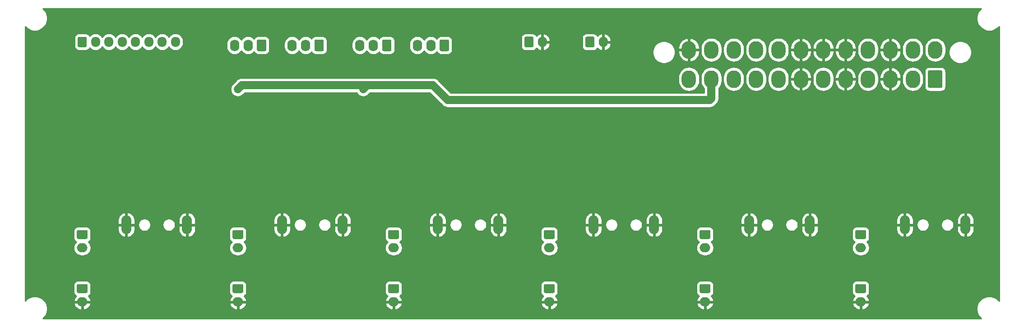
<source format=gbr>
%TF.GenerationSoftware,KiCad,Pcbnew,5.1.10*%
%TF.CreationDate,2021-09-07T22:11:19-04:00*%
%TF.ProjectId,Power Distribution Board Rock64,506f7765-7220-4446-9973-747269627574,rev?*%
%TF.SameCoordinates,Original*%
%TF.FileFunction,Copper,L2,Bot*%
%TF.FilePolarity,Positive*%
%FSLAX46Y46*%
G04 Gerber Fmt 4.6, Leading zero omitted, Abs format (unit mm)*
G04 Created by KiCad (PCBNEW 5.1.10) date 2021-09-07 22:11:19*
%MOMM*%
%LPD*%
G01*
G04 APERTURE LIST*
%TA.AperFunction,ComponentPad*%
%ADD10O,1.900000X3.500000*%
%TD*%
%TA.AperFunction,ComponentPad*%
%ADD11O,1.700000X2.000000*%
%TD*%
%TA.AperFunction,ComponentPad*%
%ADD12O,1.740000X2.190000*%
%TD*%
%TA.AperFunction,ComponentPad*%
%ADD13O,1.700000X1.950000*%
%TD*%
%TA.AperFunction,ComponentPad*%
%ADD14O,2.000000X1.700000*%
%TD*%
%TA.AperFunction,ComponentPad*%
%ADD15O,2.700000X3.300000*%
%TD*%
%TA.AperFunction,ViaPad*%
%ADD16C,1.016000*%
%TD*%
%TA.AperFunction,ViaPad*%
%ADD17C,0.635000*%
%TD*%
%TA.AperFunction,Conductor*%
%ADD18C,1.524000*%
%TD*%
%TA.AperFunction,Conductor*%
%ADD19C,0.250000*%
%TD*%
%TA.AperFunction,Conductor*%
%ADD20C,0.254000*%
%TD*%
%TA.AperFunction,Conductor*%
%ADD21C,0.100000*%
%TD*%
G04 APERTURE END LIST*
D10*
%TO.P,J10,5*%
%TO.N,GND*%
X241950000Y-140420000D03*
X253350000Y-140420000D03*
%TD*%
%TO.P,J9,5*%
%TO.N,GND*%
X183530000Y-140420000D03*
X194930000Y-140420000D03*
%TD*%
%TO.P,J8,5*%
%TO.N,GND*%
X125110000Y-140420000D03*
X136510000Y-140420000D03*
%TD*%
%TO.P,J4,5*%
%TO.N,GND*%
X212740000Y-140420000D03*
X224140000Y-140420000D03*
%TD*%
%TO.P,J3,5*%
%TO.N,GND*%
X154320000Y-140420000D03*
X165720000Y-140420000D03*
%TD*%
%TO.P,J2,5*%
%TO.N,GND*%
X95900000Y-140420000D03*
X107300000Y-140420000D03*
%TD*%
D11*
%TO.P,J26,2*%
%TO.N,GND*%
X173950000Y-106045000D03*
%TO.P,J26,1*%
%TO.N,Net-(J26-Pad1)*%
%TA.AperFunction,ComponentPad*%
G36*
G01*
X170600000Y-106795000D02*
X170600000Y-105295000D01*
G75*
G02*
X170850000Y-105045000I250000J0D01*
G01*
X172050000Y-105045000D01*
G75*
G02*
X172300000Y-105295000I0J-250000D01*
G01*
X172300000Y-106795000D01*
G75*
G02*
X172050000Y-107045000I-250000J0D01*
G01*
X170850000Y-107045000D01*
G75*
G02*
X170600000Y-106795000I0J250000D01*
G01*
G37*
%TD.AperFunction*%
%TD*%
D12*
%TO.P,J25,3*%
%TO.N,N/C*%
X150495000Y-106680000D03*
%TO.P,J25,2*%
%TO.N,Net-(J25-Pad2)*%
X153035000Y-106680000D03*
%TO.P,J25,1*%
%TO.N,Net-(J25-Pad1)*%
%TA.AperFunction,ComponentPad*%
G36*
G01*
X156445000Y-105834999D02*
X156445000Y-107525001D01*
G75*
G02*
X156195001Y-107775000I-249999J0D01*
G01*
X154954999Y-107775000D01*
G75*
G02*
X154705000Y-107525001I0J249999D01*
G01*
X154705000Y-105834999D01*
G75*
G02*
X154954999Y-105585000I249999J0D01*
G01*
X156195001Y-105585000D01*
G75*
G02*
X156445000Y-105834999I0J-249999D01*
G01*
G37*
%TD.AperFunction*%
%TD*%
%TO.P,J24,3*%
%TO.N,N/C*%
X139700000Y-106680000D03*
%TO.P,J24,2*%
%TO.N,Net-(J24-Pad2)*%
X142240000Y-106680000D03*
%TO.P,J24,1*%
%TO.N,Net-(J24-Pad1)*%
%TA.AperFunction,ComponentPad*%
G36*
G01*
X145650000Y-105834999D02*
X145650000Y-107525001D01*
G75*
G02*
X145400001Y-107775000I-249999J0D01*
G01*
X144159999Y-107775000D01*
G75*
G02*
X143910000Y-107525001I0J249999D01*
G01*
X143910000Y-105834999D01*
G75*
G02*
X144159999Y-105585000I249999J0D01*
G01*
X145400001Y-105585000D01*
G75*
G02*
X145650000Y-105834999I0J-249999D01*
G01*
G37*
%TD.AperFunction*%
%TD*%
%TO.P,J23,3*%
%TO.N,N/C*%
X127000000Y-106680000D03*
%TO.P,J23,2*%
%TO.N,Net-(J23-Pad2)*%
X129540000Y-106680000D03*
%TO.P,J23,1*%
%TO.N,Net-(J23-Pad1)*%
%TA.AperFunction,ComponentPad*%
G36*
G01*
X132950000Y-105834999D02*
X132950000Y-107525001D01*
G75*
G02*
X132700001Y-107775000I-249999J0D01*
G01*
X131459999Y-107775000D01*
G75*
G02*
X131210000Y-107525001I0J249999D01*
G01*
X131210000Y-105834999D01*
G75*
G02*
X131459999Y-105585000I249999J0D01*
G01*
X132700001Y-105585000D01*
G75*
G02*
X132950000Y-105834999I0J-249999D01*
G01*
G37*
%TD.AperFunction*%
%TD*%
%TO.P,J22,3*%
%TO.N,N/C*%
X116205000Y-106680000D03*
%TO.P,J22,2*%
%TO.N,Net-(J22-Pad2)*%
X118745000Y-106680000D03*
%TO.P,J22,1*%
%TO.N,Net-(J22-Pad1)*%
%TA.AperFunction,ComponentPad*%
G36*
G01*
X122155000Y-105834999D02*
X122155000Y-107525001D01*
G75*
G02*
X121905001Y-107775000I-249999J0D01*
G01*
X120664999Y-107775000D01*
G75*
G02*
X120415000Y-107525001I0J249999D01*
G01*
X120415000Y-105834999D01*
G75*
G02*
X120664999Y-105585000I249999J0D01*
G01*
X121905001Y-105585000D01*
G75*
G02*
X122155000Y-105834999I0J-249999D01*
G01*
G37*
%TD.AperFunction*%
%TD*%
D13*
%TO.P,J21,8*%
%TO.N,Fan4_CTRL2*%
X105130000Y-106045000D03*
%TO.P,J21,7*%
%TO.N,Fan4_CTRL1*%
X102630000Y-106045000D03*
%TO.P,J21,6*%
%TO.N,Fan3_CTRL2*%
X100130000Y-106045000D03*
%TO.P,J21,5*%
%TO.N,Fan3_CTRL1*%
X97630000Y-106045000D03*
%TO.P,J21,4*%
%TO.N,Fan2_CTRL2*%
X95130000Y-106045000D03*
%TO.P,J21,3*%
%TO.N,Fan2_CTRL1*%
X92630000Y-106045000D03*
%TO.P,J21,2*%
%TO.N,Fan1_CTRL2*%
X90130000Y-106045000D03*
%TO.P,J21,1*%
%TO.N,Fan1_CTRL1*%
%TA.AperFunction,ComponentPad*%
G36*
G01*
X86780000Y-106770000D02*
X86780000Y-105320000D01*
G75*
G02*
X87030000Y-105070000I250000J0D01*
G01*
X88230000Y-105070000D01*
G75*
G02*
X88480000Y-105320000I0J-250000D01*
G01*
X88480000Y-106770000D01*
G75*
G02*
X88230000Y-107020000I-250000J0D01*
G01*
X87030000Y-107020000D01*
G75*
G02*
X86780000Y-106770000I0J250000D01*
G01*
G37*
%TD.AperFunction*%
%TD*%
D14*
%TO.P,J20,2*%
%TO.N,P5V_6*%
X233680000Y-144740000D03*
%TO.P,J20,1*%
%TO.N,+5V*%
%TA.AperFunction,ComponentPad*%
G36*
G01*
X232930000Y-141390000D02*
X234430000Y-141390000D01*
G75*
G02*
X234680000Y-141640000I0J-250000D01*
G01*
X234680000Y-142840000D01*
G75*
G02*
X234430000Y-143090000I-250000J0D01*
G01*
X232930000Y-143090000D01*
G75*
G02*
X232680000Y-142840000I0J250000D01*
G01*
X232680000Y-141640000D01*
G75*
G02*
X232930000Y-141390000I250000J0D01*
G01*
G37*
%TD.AperFunction*%
%TD*%
%TO.P,J19,2*%
%TO.N,P5V_4*%
X175260000Y-144740000D03*
%TO.P,J19,1*%
%TO.N,+5V*%
%TA.AperFunction,ComponentPad*%
G36*
G01*
X174510000Y-141390000D02*
X176010000Y-141390000D01*
G75*
G02*
X176260000Y-141640000I0J-250000D01*
G01*
X176260000Y-142840000D01*
G75*
G02*
X176010000Y-143090000I-250000J0D01*
G01*
X174510000Y-143090000D01*
G75*
G02*
X174260000Y-142840000I0J250000D01*
G01*
X174260000Y-141640000D01*
G75*
G02*
X174510000Y-141390000I250000J0D01*
G01*
G37*
%TD.AperFunction*%
%TD*%
%TO.P,J18,2*%
%TO.N,P5V_2*%
X116840000Y-144740000D03*
%TO.P,J18,1*%
%TO.N,+5V*%
%TA.AperFunction,ComponentPad*%
G36*
G01*
X116090000Y-141390000D02*
X117590000Y-141390000D01*
G75*
G02*
X117840000Y-141640000I0J-250000D01*
G01*
X117840000Y-142840000D01*
G75*
G02*
X117590000Y-143090000I-250000J0D01*
G01*
X116090000Y-143090000D01*
G75*
G02*
X115840000Y-142840000I0J250000D01*
G01*
X115840000Y-141640000D01*
G75*
G02*
X116090000Y-141390000I250000J0D01*
G01*
G37*
%TD.AperFunction*%
%TD*%
D11*
%TO.P,J17,2*%
%TO.N,GND*%
X185380000Y-106045000D03*
%TO.P,J17,1*%
%TO.N,PS-ON*%
%TA.AperFunction,ComponentPad*%
G36*
G01*
X182030000Y-106795000D02*
X182030000Y-105295000D01*
G75*
G02*
X182280000Y-105045000I250000J0D01*
G01*
X183480000Y-105045000D01*
G75*
G02*
X183730000Y-105295000I0J-250000D01*
G01*
X183730000Y-106795000D01*
G75*
G02*
X183480000Y-107045000I-250000J0D01*
G01*
X182280000Y-107045000D01*
G75*
G02*
X182030000Y-106795000I0J250000D01*
G01*
G37*
%TD.AperFunction*%
%TD*%
D14*
%TO.P,J16,2*%
%TO.N,P5V_5*%
X204470000Y-144740000D03*
%TO.P,J16,1*%
%TO.N,+5V*%
%TA.AperFunction,ComponentPad*%
G36*
G01*
X203720000Y-141390000D02*
X205220000Y-141390000D01*
G75*
G02*
X205470000Y-141640000I0J-250000D01*
G01*
X205470000Y-142840000D01*
G75*
G02*
X205220000Y-143090000I-250000J0D01*
G01*
X203720000Y-143090000D01*
G75*
G02*
X203470000Y-142840000I0J250000D01*
G01*
X203470000Y-141640000D01*
G75*
G02*
X203720000Y-141390000I250000J0D01*
G01*
G37*
%TD.AperFunction*%
%TD*%
%TO.P,J15,2*%
%TO.N,P5V_3*%
X146050000Y-144740000D03*
%TO.P,J15,1*%
%TO.N,+5V*%
%TA.AperFunction,ComponentPad*%
G36*
G01*
X145300000Y-141390000D02*
X146800000Y-141390000D01*
G75*
G02*
X147050000Y-141640000I0J-250000D01*
G01*
X147050000Y-142840000D01*
G75*
G02*
X146800000Y-143090000I-250000J0D01*
G01*
X145300000Y-143090000D01*
G75*
G02*
X145050000Y-142840000I0J250000D01*
G01*
X145050000Y-141640000D01*
G75*
G02*
X145300000Y-141390000I250000J0D01*
G01*
G37*
%TD.AperFunction*%
%TD*%
%TO.P,J14,2*%
%TO.N,P5V_1*%
X87630000Y-144740000D03*
%TO.P,J14,1*%
%TO.N,+5V*%
%TA.AperFunction,ComponentPad*%
G36*
G01*
X86880000Y-141390000D02*
X88380000Y-141390000D01*
G75*
G02*
X88630000Y-141640000I0J-250000D01*
G01*
X88630000Y-142840000D01*
G75*
G02*
X88380000Y-143090000I-250000J0D01*
G01*
X86880000Y-143090000D01*
G75*
G02*
X86630000Y-142840000I0J250000D01*
G01*
X86630000Y-141640000D01*
G75*
G02*
X86880000Y-141390000I250000J0D01*
G01*
G37*
%TD.AperFunction*%
%TD*%
%TO.P,J13,2*%
%TO.N,GND*%
X233680000Y-154900000D03*
%TO.P,J13,1*%
%TO.N,P5V_6*%
%TA.AperFunction,ComponentPad*%
G36*
G01*
X232930000Y-151550000D02*
X234430000Y-151550000D01*
G75*
G02*
X234680000Y-151800000I0J-250000D01*
G01*
X234680000Y-153000000D01*
G75*
G02*
X234430000Y-153250000I-250000J0D01*
G01*
X232930000Y-153250000D01*
G75*
G02*
X232680000Y-153000000I0J250000D01*
G01*
X232680000Y-151800000D01*
G75*
G02*
X232930000Y-151550000I250000J0D01*
G01*
G37*
%TD.AperFunction*%
%TD*%
%TO.P,J12,2*%
%TO.N,GND*%
X175260000Y-154900000D03*
%TO.P,J12,1*%
%TO.N,P5V_4*%
%TA.AperFunction,ComponentPad*%
G36*
G01*
X174510000Y-151550000D02*
X176010000Y-151550000D01*
G75*
G02*
X176260000Y-151800000I0J-250000D01*
G01*
X176260000Y-153000000D01*
G75*
G02*
X176010000Y-153250000I-250000J0D01*
G01*
X174510000Y-153250000D01*
G75*
G02*
X174260000Y-153000000I0J250000D01*
G01*
X174260000Y-151800000D01*
G75*
G02*
X174510000Y-151550000I250000J0D01*
G01*
G37*
%TD.AperFunction*%
%TD*%
%TO.P,J11,2*%
%TO.N,GND*%
X116840000Y-154900000D03*
%TO.P,J11,1*%
%TO.N,P5V_2*%
%TA.AperFunction,ComponentPad*%
G36*
G01*
X116090000Y-151550000D02*
X117590000Y-151550000D01*
G75*
G02*
X117840000Y-151800000I0J-250000D01*
G01*
X117840000Y-153000000D01*
G75*
G02*
X117590000Y-153250000I-250000J0D01*
G01*
X116090000Y-153250000D01*
G75*
G02*
X115840000Y-153000000I0J250000D01*
G01*
X115840000Y-151800000D01*
G75*
G02*
X116090000Y-151550000I250000J0D01*
G01*
G37*
%TD.AperFunction*%
%TD*%
%TO.P,J7,2*%
%TO.N,GND*%
X204470000Y-154900000D03*
%TO.P,J7,1*%
%TO.N,P5V_5*%
%TA.AperFunction,ComponentPad*%
G36*
G01*
X203720000Y-151550000D02*
X205220000Y-151550000D01*
G75*
G02*
X205470000Y-151800000I0J-250000D01*
G01*
X205470000Y-153000000D01*
G75*
G02*
X205220000Y-153250000I-250000J0D01*
G01*
X203720000Y-153250000D01*
G75*
G02*
X203470000Y-153000000I0J250000D01*
G01*
X203470000Y-151800000D01*
G75*
G02*
X203720000Y-151550000I250000J0D01*
G01*
G37*
%TD.AperFunction*%
%TD*%
%TO.P,J6,2*%
%TO.N,GND*%
X146050000Y-154900000D03*
%TO.P,J6,1*%
%TO.N,P5V_3*%
%TA.AperFunction,ComponentPad*%
G36*
G01*
X145300000Y-151550000D02*
X146800000Y-151550000D01*
G75*
G02*
X147050000Y-151800000I0J-250000D01*
G01*
X147050000Y-153000000D01*
G75*
G02*
X146800000Y-153250000I-250000J0D01*
G01*
X145300000Y-153250000D01*
G75*
G02*
X145050000Y-153000000I0J250000D01*
G01*
X145050000Y-151800000D01*
G75*
G02*
X145300000Y-151550000I250000J0D01*
G01*
G37*
%TD.AperFunction*%
%TD*%
%TO.P,J5,2*%
%TO.N,GND*%
X87630000Y-154900000D03*
%TO.P,J5,1*%
%TO.N,P5V_1*%
%TA.AperFunction,ComponentPad*%
G36*
G01*
X86880000Y-151550000D02*
X88380000Y-151550000D01*
G75*
G02*
X88630000Y-151800000I0J-250000D01*
G01*
X88630000Y-153000000D01*
G75*
G02*
X88380000Y-153250000I-250000J0D01*
G01*
X86880000Y-153250000D01*
G75*
G02*
X86630000Y-153000000I0J250000D01*
G01*
X86630000Y-151800000D01*
G75*
G02*
X86880000Y-151550000I250000J0D01*
G01*
G37*
%TD.AperFunction*%
%TD*%
D15*
%TO.P,J1,24*%
%TO.N,GND*%
X201450000Y-107530000D03*
%TO.P,J1,23*%
%TO.N,+5V*%
X205650000Y-107530000D03*
%TO.P,J1,22*%
X209850000Y-107530000D03*
%TO.P,J1,21*%
X214050000Y-107530000D03*
%TO.P,J1,20*%
%TO.N,N/C*%
X218250000Y-107530000D03*
%TO.P,J1,19*%
%TO.N,GND*%
X222450000Y-107530000D03*
%TO.P,J1,18*%
X226650000Y-107530000D03*
%TO.P,J1,17*%
X230850000Y-107530000D03*
%TO.P,J1,16*%
%TO.N,PS-ON*%
X235050000Y-107530000D03*
%TO.P,J1,15*%
%TO.N,GND*%
X239250000Y-107530000D03*
%TO.P,J1,14*%
%TO.N,N/C*%
X243450000Y-107530000D03*
%TO.P,J1,13*%
%TO.N,+3.3V*%
X247650000Y-107530000D03*
%TO.P,J1,12*%
X201450000Y-113030000D03*
%TO.P,J1,11*%
%TO.N,+12V*%
X205650000Y-113030000D03*
%TO.P,J1,10*%
X209850000Y-113030000D03*
%TO.P,J1,9*%
%TO.N,N/C*%
X214050000Y-113030000D03*
%TO.P,J1,8*%
X218250000Y-113030000D03*
%TO.P,J1,7*%
%TO.N,GND*%
X222450000Y-113030000D03*
%TO.P,J1,6*%
%TO.N,+5V*%
X226650000Y-113030000D03*
%TO.P,J1,5*%
%TO.N,GND*%
X230850000Y-113030000D03*
%TO.P,J1,4*%
%TO.N,+5V*%
X235050000Y-113030000D03*
%TO.P,J1,3*%
%TO.N,GND*%
X239250000Y-113030000D03*
%TO.P,J1,2*%
%TO.N,+3.3V*%
X243450000Y-113030000D03*
%TO.P,J1,1*%
%TA.AperFunction,ComponentPad*%
G36*
G01*
X249000000Y-111630001D02*
X249000000Y-114429999D01*
G75*
G02*
X248749999Y-114680000I-250001J0D01*
G01*
X246550001Y-114680000D01*
G75*
G02*
X246300000Y-114429999I0J250001D01*
G01*
X246300000Y-111630001D01*
G75*
G02*
X246550001Y-111380000I250001J0D01*
G01*
X248749999Y-111380000D01*
G75*
G02*
X249000000Y-111630001I0J-250001D01*
G01*
G37*
%TD.AperFunction*%
%TD*%
D16*
%TO.N,GND*%
X140335000Y-118745000D03*
X204724000Y-120650000D03*
X199136000Y-120650000D03*
X101225000Y-126740000D03*
X130435000Y-126740000D03*
X159512000Y-126740000D03*
X188855000Y-126740000D03*
X218065000Y-126740000D03*
X247148000Y-126740000D03*
X116840000Y-118745000D03*
X129413000Y-119253000D03*
D17*
X153162000Y-118237000D03*
D16*
%TO.N,+12V*%
X116840000Y-114935000D03*
D17*
X123063000Y-114173000D03*
D16*
X140335000Y-114935000D03*
D17*
X146558000Y-114173000D03*
%TD*%
D18*
%TO.N,+12V*%
X156210000Y-116967000D02*
X153416000Y-114173000D01*
X205359000Y-116967000D02*
X156210000Y-116967000D01*
X205650000Y-116676000D02*
X205359000Y-116967000D01*
X205650000Y-113030000D02*
X205650000Y-116676000D01*
X153416000Y-114173000D02*
X146558000Y-114173000D01*
X141097000Y-114173000D02*
X140335000Y-114935000D01*
X146558000Y-114173000D02*
X141097000Y-114173000D01*
X117602000Y-114173000D02*
X116840000Y-114935000D01*
X141097000Y-114173000D02*
X117602000Y-114173000D01*
D19*
%TO.N,+5V*%
X227330000Y-113710000D02*
X226650000Y-113030000D01*
%TD*%
D20*
%TO.N,GND*%
X255969462Y-100089510D02*
X255710145Y-100477604D01*
X255531525Y-100908832D01*
X255440465Y-101366621D01*
X255440465Y-101833379D01*
X255531525Y-102291168D01*
X255710145Y-102722396D01*
X255969462Y-103110490D01*
X256299510Y-103440538D01*
X256687604Y-103699855D01*
X257118832Y-103878475D01*
X257576621Y-103969535D01*
X258043379Y-103969535D01*
X258501168Y-103878475D01*
X258932396Y-103699855D01*
X259320490Y-103440538D01*
X259640000Y-103121028D01*
X259640001Y-154688973D01*
X259320490Y-154369462D01*
X258932396Y-154110145D01*
X258501168Y-153931525D01*
X258043379Y-153840465D01*
X257576621Y-153840465D01*
X257118832Y-153931525D01*
X256687604Y-154110145D01*
X256299510Y-154369462D01*
X255969462Y-154699510D01*
X255710145Y-155087604D01*
X255531525Y-155518832D01*
X255440465Y-155976621D01*
X255440465Y-156443379D01*
X255531525Y-156901168D01*
X255710145Y-157332396D01*
X255969462Y-157720490D01*
X256288972Y-158040000D01*
X80261028Y-158040000D01*
X80580538Y-157720490D01*
X80839855Y-157332396D01*
X81018475Y-156901168D01*
X81109535Y-156443379D01*
X81109535Y-155976621D01*
X81018475Y-155518832D01*
X80909976Y-155256890D01*
X86038524Y-155256890D01*
X86040446Y-155269261D01*
X86140146Y-155543009D01*
X86291336Y-155792046D01*
X86488205Y-156006802D01*
X86723188Y-156179025D01*
X86987255Y-156302096D01*
X87270258Y-156371285D01*
X87503000Y-156227232D01*
X87503000Y-155027000D01*
X87757000Y-155027000D01*
X87757000Y-156227232D01*
X87989742Y-156371285D01*
X88272745Y-156302096D01*
X88536812Y-156179025D01*
X88771795Y-156006802D01*
X88968664Y-155792046D01*
X89119854Y-155543009D01*
X89219554Y-155269261D01*
X89221476Y-155256890D01*
X115248524Y-155256890D01*
X115250446Y-155269261D01*
X115350146Y-155543009D01*
X115501336Y-155792046D01*
X115698205Y-156006802D01*
X115933188Y-156179025D01*
X116197255Y-156302096D01*
X116480258Y-156371285D01*
X116713000Y-156227232D01*
X116713000Y-155027000D01*
X116967000Y-155027000D01*
X116967000Y-156227232D01*
X117199742Y-156371285D01*
X117482745Y-156302096D01*
X117746812Y-156179025D01*
X117981795Y-156006802D01*
X118178664Y-155792046D01*
X118329854Y-155543009D01*
X118429554Y-155269261D01*
X118431476Y-155256890D01*
X144458524Y-155256890D01*
X144460446Y-155269261D01*
X144560146Y-155543009D01*
X144711336Y-155792046D01*
X144908205Y-156006802D01*
X145143188Y-156179025D01*
X145407255Y-156302096D01*
X145690258Y-156371285D01*
X145923000Y-156227232D01*
X145923000Y-155027000D01*
X146177000Y-155027000D01*
X146177000Y-156227232D01*
X146409742Y-156371285D01*
X146692745Y-156302096D01*
X146956812Y-156179025D01*
X147191795Y-156006802D01*
X147388664Y-155792046D01*
X147539854Y-155543009D01*
X147639554Y-155269261D01*
X147641476Y-155256890D01*
X173668524Y-155256890D01*
X173670446Y-155269261D01*
X173770146Y-155543009D01*
X173921336Y-155792046D01*
X174118205Y-156006802D01*
X174353188Y-156179025D01*
X174617255Y-156302096D01*
X174900258Y-156371285D01*
X175133000Y-156227232D01*
X175133000Y-155027000D01*
X175387000Y-155027000D01*
X175387000Y-156227232D01*
X175619742Y-156371285D01*
X175902745Y-156302096D01*
X176166812Y-156179025D01*
X176401795Y-156006802D01*
X176598664Y-155792046D01*
X176749854Y-155543009D01*
X176849554Y-155269261D01*
X176851476Y-155256890D01*
X202878524Y-155256890D01*
X202880446Y-155269261D01*
X202980146Y-155543009D01*
X203131336Y-155792046D01*
X203328205Y-156006802D01*
X203563188Y-156179025D01*
X203827255Y-156302096D01*
X204110258Y-156371285D01*
X204343000Y-156227232D01*
X204343000Y-155027000D01*
X204597000Y-155027000D01*
X204597000Y-156227232D01*
X204829742Y-156371285D01*
X205112745Y-156302096D01*
X205376812Y-156179025D01*
X205611795Y-156006802D01*
X205808664Y-155792046D01*
X205959854Y-155543009D01*
X206059554Y-155269261D01*
X206061476Y-155256890D01*
X232088524Y-155256890D01*
X232090446Y-155269261D01*
X232190146Y-155543009D01*
X232341336Y-155792046D01*
X232538205Y-156006802D01*
X232773188Y-156179025D01*
X233037255Y-156302096D01*
X233320258Y-156371285D01*
X233553000Y-156227232D01*
X233553000Y-155027000D01*
X233807000Y-155027000D01*
X233807000Y-156227232D01*
X234039742Y-156371285D01*
X234322745Y-156302096D01*
X234586812Y-156179025D01*
X234821795Y-156006802D01*
X235018664Y-155792046D01*
X235169854Y-155543009D01*
X235269554Y-155269261D01*
X235271476Y-155256890D01*
X235150155Y-155027000D01*
X233807000Y-155027000D01*
X233553000Y-155027000D01*
X232209845Y-155027000D01*
X232088524Y-155256890D01*
X206061476Y-155256890D01*
X205940155Y-155027000D01*
X204597000Y-155027000D01*
X204343000Y-155027000D01*
X202999845Y-155027000D01*
X202878524Y-155256890D01*
X176851476Y-155256890D01*
X176730155Y-155027000D01*
X175387000Y-155027000D01*
X175133000Y-155027000D01*
X173789845Y-155027000D01*
X173668524Y-155256890D01*
X147641476Y-155256890D01*
X147520155Y-155027000D01*
X146177000Y-155027000D01*
X145923000Y-155027000D01*
X144579845Y-155027000D01*
X144458524Y-155256890D01*
X118431476Y-155256890D01*
X118310155Y-155027000D01*
X116967000Y-155027000D01*
X116713000Y-155027000D01*
X115369845Y-155027000D01*
X115248524Y-155256890D01*
X89221476Y-155256890D01*
X89100155Y-155027000D01*
X87757000Y-155027000D01*
X87503000Y-155027000D01*
X86159845Y-155027000D01*
X86038524Y-155256890D01*
X80909976Y-155256890D01*
X80839855Y-155087604D01*
X80580538Y-154699510D01*
X80250490Y-154369462D01*
X79862396Y-154110145D01*
X79431168Y-153931525D01*
X78973379Y-153840465D01*
X78506621Y-153840465D01*
X78048832Y-153931525D01*
X77617604Y-154110145D01*
X77229510Y-154369462D01*
X76910000Y-154688972D01*
X76910000Y-151800000D01*
X85991928Y-151800000D01*
X85991928Y-153000000D01*
X86008992Y-153173254D01*
X86059528Y-153339850D01*
X86141595Y-153493386D01*
X86252038Y-153627962D01*
X86386614Y-153738405D01*
X86488593Y-153792914D01*
X86488205Y-153793198D01*
X86291336Y-154007954D01*
X86140146Y-154256991D01*
X86040446Y-154530739D01*
X86038524Y-154543110D01*
X86159845Y-154773000D01*
X87503000Y-154773000D01*
X87503000Y-154753000D01*
X87757000Y-154753000D01*
X87757000Y-154773000D01*
X89100155Y-154773000D01*
X89221476Y-154543110D01*
X89219554Y-154530739D01*
X89119854Y-154256991D01*
X88968664Y-154007954D01*
X88771795Y-153793198D01*
X88771407Y-153792914D01*
X88873386Y-153738405D01*
X89007962Y-153627962D01*
X89118405Y-153493386D01*
X89200472Y-153339850D01*
X89251008Y-153173254D01*
X89268072Y-153000000D01*
X89268072Y-151800000D01*
X115201928Y-151800000D01*
X115201928Y-153000000D01*
X115218992Y-153173254D01*
X115269528Y-153339850D01*
X115351595Y-153493386D01*
X115462038Y-153627962D01*
X115596614Y-153738405D01*
X115698593Y-153792914D01*
X115698205Y-153793198D01*
X115501336Y-154007954D01*
X115350146Y-154256991D01*
X115250446Y-154530739D01*
X115248524Y-154543110D01*
X115369845Y-154773000D01*
X116713000Y-154773000D01*
X116713000Y-154753000D01*
X116967000Y-154753000D01*
X116967000Y-154773000D01*
X118310155Y-154773000D01*
X118431476Y-154543110D01*
X118429554Y-154530739D01*
X118329854Y-154256991D01*
X118178664Y-154007954D01*
X117981795Y-153793198D01*
X117981407Y-153792914D01*
X118083386Y-153738405D01*
X118217962Y-153627962D01*
X118328405Y-153493386D01*
X118410472Y-153339850D01*
X118461008Y-153173254D01*
X118478072Y-153000000D01*
X118478072Y-151800000D01*
X144411928Y-151800000D01*
X144411928Y-153000000D01*
X144428992Y-153173254D01*
X144479528Y-153339850D01*
X144561595Y-153493386D01*
X144672038Y-153627962D01*
X144806614Y-153738405D01*
X144908593Y-153792914D01*
X144908205Y-153793198D01*
X144711336Y-154007954D01*
X144560146Y-154256991D01*
X144460446Y-154530739D01*
X144458524Y-154543110D01*
X144579845Y-154773000D01*
X145923000Y-154773000D01*
X145923000Y-154753000D01*
X146177000Y-154753000D01*
X146177000Y-154773000D01*
X147520155Y-154773000D01*
X147641476Y-154543110D01*
X147639554Y-154530739D01*
X147539854Y-154256991D01*
X147388664Y-154007954D01*
X147191795Y-153793198D01*
X147191407Y-153792914D01*
X147293386Y-153738405D01*
X147427962Y-153627962D01*
X147538405Y-153493386D01*
X147620472Y-153339850D01*
X147671008Y-153173254D01*
X147688072Y-153000000D01*
X147688072Y-151800000D01*
X173621928Y-151800000D01*
X173621928Y-153000000D01*
X173638992Y-153173254D01*
X173689528Y-153339850D01*
X173771595Y-153493386D01*
X173882038Y-153627962D01*
X174016614Y-153738405D01*
X174118593Y-153792914D01*
X174118205Y-153793198D01*
X173921336Y-154007954D01*
X173770146Y-154256991D01*
X173670446Y-154530739D01*
X173668524Y-154543110D01*
X173789845Y-154773000D01*
X175133000Y-154773000D01*
X175133000Y-154753000D01*
X175387000Y-154753000D01*
X175387000Y-154773000D01*
X176730155Y-154773000D01*
X176851476Y-154543110D01*
X176849554Y-154530739D01*
X176749854Y-154256991D01*
X176598664Y-154007954D01*
X176401795Y-153793198D01*
X176401407Y-153792914D01*
X176503386Y-153738405D01*
X176637962Y-153627962D01*
X176748405Y-153493386D01*
X176830472Y-153339850D01*
X176881008Y-153173254D01*
X176898072Y-153000000D01*
X176898072Y-151800000D01*
X202831928Y-151800000D01*
X202831928Y-153000000D01*
X202848992Y-153173254D01*
X202899528Y-153339850D01*
X202981595Y-153493386D01*
X203092038Y-153627962D01*
X203226614Y-153738405D01*
X203328593Y-153792914D01*
X203328205Y-153793198D01*
X203131336Y-154007954D01*
X202980146Y-154256991D01*
X202880446Y-154530739D01*
X202878524Y-154543110D01*
X202999845Y-154773000D01*
X204343000Y-154773000D01*
X204343000Y-154753000D01*
X204597000Y-154753000D01*
X204597000Y-154773000D01*
X205940155Y-154773000D01*
X206061476Y-154543110D01*
X206059554Y-154530739D01*
X205959854Y-154256991D01*
X205808664Y-154007954D01*
X205611795Y-153793198D01*
X205611407Y-153792914D01*
X205713386Y-153738405D01*
X205847962Y-153627962D01*
X205958405Y-153493386D01*
X206040472Y-153339850D01*
X206091008Y-153173254D01*
X206108072Y-153000000D01*
X206108072Y-151800000D01*
X232041928Y-151800000D01*
X232041928Y-153000000D01*
X232058992Y-153173254D01*
X232109528Y-153339850D01*
X232191595Y-153493386D01*
X232302038Y-153627962D01*
X232436614Y-153738405D01*
X232538593Y-153792914D01*
X232538205Y-153793198D01*
X232341336Y-154007954D01*
X232190146Y-154256991D01*
X232090446Y-154530739D01*
X232088524Y-154543110D01*
X232209845Y-154773000D01*
X233553000Y-154773000D01*
X233553000Y-154753000D01*
X233807000Y-154753000D01*
X233807000Y-154773000D01*
X235150155Y-154773000D01*
X235271476Y-154543110D01*
X235269554Y-154530739D01*
X235169854Y-154256991D01*
X235018664Y-154007954D01*
X234821795Y-153793198D01*
X234821407Y-153792914D01*
X234923386Y-153738405D01*
X235057962Y-153627962D01*
X235168405Y-153493386D01*
X235250472Y-153339850D01*
X235301008Y-153173254D01*
X235318072Y-153000000D01*
X235318072Y-151800000D01*
X235301008Y-151626746D01*
X235250472Y-151460150D01*
X235168405Y-151306614D01*
X235057962Y-151172038D01*
X234923386Y-151061595D01*
X234769850Y-150979528D01*
X234603254Y-150928992D01*
X234430000Y-150911928D01*
X232930000Y-150911928D01*
X232756746Y-150928992D01*
X232590150Y-150979528D01*
X232436614Y-151061595D01*
X232302038Y-151172038D01*
X232191595Y-151306614D01*
X232109528Y-151460150D01*
X232058992Y-151626746D01*
X232041928Y-151800000D01*
X206108072Y-151800000D01*
X206091008Y-151626746D01*
X206040472Y-151460150D01*
X205958405Y-151306614D01*
X205847962Y-151172038D01*
X205713386Y-151061595D01*
X205559850Y-150979528D01*
X205393254Y-150928992D01*
X205220000Y-150911928D01*
X203720000Y-150911928D01*
X203546746Y-150928992D01*
X203380150Y-150979528D01*
X203226614Y-151061595D01*
X203092038Y-151172038D01*
X202981595Y-151306614D01*
X202899528Y-151460150D01*
X202848992Y-151626746D01*
X202831928Y-151800000D01*
X176898072Y-151800000D01*
X176881008Y-151626746D01*
X176830472Y-151460150D01*
X176748405Y-151306614D01*
X176637962Y-151172038D01*
X176503386Y-151061595D01*
X176349850Y-150979528D01*
X176183254Y-150928992D01*
X176010000Y-150911928D01*
X174510000Y-150911928D01*
X174336746Y-150928992D01*
X174170150Y-150979528D01*
X174016614Y-151061595D01*
X173882038Y-151172038D01*
X173771595Y-151306614D01*
X173689528Y-151460150D01*
X173638992Y-151626746D01*
X173621928Y-151800000D01*
X147688072Y-151800000D01*
X147671008Y-151626746D01*
X147620472Y-151460150D01*
X147538405Y-151306614D01*
X147427962Y-151172038D01*
X147293386Y-151061595D01*
X147139850Y-150979528D01*
X146973254Y-150928992D01*
X146800000Y-150911928D01*
X145300000Y-150911928D01*
X145126746Y-150928992D01*
X144960150Y-150979528D01*
X144806614Y-151061595D01*
X144672038Y-151172038D01*
X144561595Y-151306614D01*
X144479528Y-151460150D01*
X144428992Y-151626746D01*
X144411928Y-151800000D01*
X118478072Y-151800000D01*
X118461008Y-151626746D01*
X118410472Y-151460150D01*
X118328405Y-151306614D01*
X118217962Y-151172038D01*
X118083386Y-151061595D01*
X117929850Y-150979528D01*
X117763254Y-150928992D01*
X117590000Y-150911928D01*
X116090000Y-150911928D01*
X115916746Y-150928992D01*
X115750150Y-150979528D01*
X115596614Y-151061595D01*
X115462038Y-151172038D01*
X115351595Y-151306614D01*
X115269528Y-151460150D01*
X115218992Y-151626746D01*
X115201928Y-151800000D01*
X89268072Y-151800000D01*
X89251008Y-151626746D01*
X89200472Y-151460150D01*
X89118405Y-151306614D01*
X89007962Y-151172038D01*
X88873386Y-151061595D01*
X88719850Y-150979528D01*
X88553254Y-150928992D01*
X88380000Y-150911928D01*
X86880000Y-150911928D01*
X86706746Y-150928992D01*
X86540150Y-150979528D01*
X86386614Y-151061595D01*
X86252038Y-151172038D01*
X86141595Y-151306614D01*
X86059528Y-151460150D01*
X86008992Y-151626746D01*
X85991928Y-151800000D01*
X76910000Y-151800000D01*
X76910000Y-144740000D01*
X85987815Y-144740000D01*
X86016487Y-145031111D01*
X86101401Y-145311034D01*
X86239294Y-145569014D01*
X86424866Y-145795134D01*
X86650986Y-145980706D01*
X86908966Y-146118599D01*
X87188889Y-146203513D01*
X87407050Y-146225000D01*
X87852950Y-146225000D01*
X88071111Y-146203513D01*
X88351034Y-146118599D01*
X88609014Y-145980706D01*
X88835134Y-145795134D01*
X89020706Y-145569014D01*
X89158599Y-145311034D01*
X89243513Y-145031111D01*
X89272185Y-144740000D01*
X115197815Y-144740000D01*
X115226487Y-145031111D01*
X115311401Y-145311034D01*
X115449294Y-145569014D01*
X115634866Y-145795134D01*
X115860986Y-145980706D01*
X116118966Y-146118599D01*
X116398889Y-146203513D01*
X116617050Y-146225000D01*
X117062950Y-146225000D01*
X117281111Y-146203513D01*
X117561034Y-146118599D01*
X117819014Y-145980706D01*
X118045134Y-145795134D01*
X118230706Y-145569014D01*
X118368599Y-145311034D01*
X118453513Y-145031111D01*
X118482185Y-144740000D01*
X144407815Y-144740000D01*
X144436487Y-145031111D01*
X144521401Y-145311034D01*
X144659294Y-145569014D01*
X144844866Y-145795134D01*
X145070986Y-145980706D01*
X145328966Y-146118599D01*
X145608889Y-146203513D01*
X145827050Y-146225000D01*
X146272950Y-146225000D01*
X146491111Y-146203513D01*
X146771034Y-146118599D01*
X147029014Y-145980706D01*
X147255134Y-145795134D01*
X147440706Y-145569014D01*
X147578599Y-145311034D01*
X147663513Y-145031111D01*
X147692185Y-144740000D01*
X173617815Y-144740000D01*
X173646487Y-145031111D01*
X173731401Y-145311034D01*
X173869294Y-145569014D01*
X174054866Y-145795134D01*
X174280986Y-145980706D01*
X174538966Y-146118599D01*
X174818889Y-146203513D01*
X175037050Y-146225000D01*
X175482950Y-146225000D01*
X175701111Y-146203513D01*
X175981034Y-146118599D01*
X176239014Y-145980706D01*
X176465134Y-145795134D01*
X176650706Y-145569014D01*
X176788599Y-145311034D01*
X176873513Y-145031111D01*
X176902185Y-144740000D01*
X202827815Y-144740000D01*
X202856487Y-145031111D01*
X202941401Y-145311034D01*
X203079294Y-145569014D01*
X203264866Y-145795134D01*
X203490986Y-145980706D01*
X203748966Y-146118599D01*
X204028889Y-146203513D01*
X204247050Y-146225000D01*
X204692950Y-146225000D01*
X204911111Y-146203513D01*
X205191034Y-146118599D01*
X205449014Y-145980706D01*
X205675134Y-145795134D01*
X205860706Y-145569014D01*
X205998599Y-145311034D01*
X206083513Y-145031111D01*
X206112185Y-144740000D01*
X232037815Y-144740000D01*
X232066487Y-145031111D01*
X232151401Y-145311034D01*
X232289294Y-145569014D01*
X232474866Y-145795134D01*
X232700986Y-145980706D01*
X232958966Y-146118599D01*
X233238889Y-146203513D01*
X233457050Y-146225000D01*
X233902950Y-146225000D01*
X234121111Y-146203513D01*
X234401034Y-146118599D01*
X234659014Y-145980706D01*
X234885134Y-145795134D01*
X235070706Y-145569014D01*
X235208599Y-145311034D01*
X235293513Y-145031111D01*
X235322185Y-144740000D01*
X235293513Y-144448889D01*
X235208599Y-144168966D01*
X235070706Y-143910986D01*
X234885134Y-143684866D01*
X234821663Y-143632777D01*
X234923386Y-143578405D01*
X235057962Y-143467962D01*
X235168405Y-143333386D01*
X235250472Y-143179850D01*
X235301008Y-143013254D01*
X235318072Y-142840000D01*
X235318072Y-141640000D01*
X235301008Y-141466746D01*
X235250472Y-141300150D01*
X235168405Y-141146614D01*
X235057962Y-141012038D01*
X234923386Y-140901595D01*
X234769850Y-140819528D01*
X234603254Y-140768992D01*
X234430000Y-140751928D01*
X232930000Y-140751928D01*
X232756746Y-140768992D01*
X232590150Y-140819528D01*
X232436614Y-140901595D01*
X232302038Y-141012038D01*
X232191595Y-141146614D01*
X232109528Y-141300150D01*
X232058992Y-141466746D01*
X232041928Y-141640000D01*
X232041928Y-142840000D01*
X232058992Y-143013254D01*
X232109528Y-143179850D01*
X232191595Y-143333386D01*
X232302038Y-143467962D01*
X232436614Y-143578405D01*
X232538337Y-143632777D01*
X232474866Y-143684866D01*
X232289294Y-143910986D01*
X232151401Y-144168966D01*
X232066487Y-144448889D01*
X232037815Y-144740000D01*
X206112185Y-144740000D01*
X206083513Y-144448889D01*
X205998599Y-144168966D01*
X205860706Y-143910986D01*
X205675134Y-143684866D01*
X205611663Y-143632777D01*
X205713386Y-143578405D01*
X205847962Y-143467962D01*
X205958405Y-143333386D01*
X206040472Y-143179850D01*
X206091008Y-143013254D01*
X206108072Y-142840000D01*
X206108072Y-141640000D01*
X206091008Y-141466746D01*
X206040472Y-141300150D01*
X205958405Y-141146614D01*
X205847962Y-141012038D01*
X205713386Y-140901595D01*
X205559850Y-140819528D01*
X205393254Y-140768992D01*
X205220000Y-140751928D01*
X203720000Y-140751928D01*
X203546746Y-140768992D01*
X203380150Y-140819528D01*
X203226614Y-140901595D01*
X203092038Y-141012038D01*
X202981595Y-141146614D01*
X202899528Y-141300150D01*
X202848992Y-141466746D01*
X202831928Y-141640000D01*
X202831928Y-142840000D01*
X202848992Y-143013254D01*
X202899528Y-143179850D01*
X202981595Y-143333386D01*
X203092038Y-143467962D01*
X203226614Y-143578405D01*
X203328337Y-143632777D01*
X203264866Y-143684866D01*
X203079294Y-143910986D01*
X202941401Y-144168966D01*
X202856487Y-144448889D01*
X202827815Y-144740000D01*
X176902185Y-144740000D01*
X176873513Y-144448889D01*
X176788599Y-144168966D01*
X176650706Y-143910986D01*
X176465134Y-143684866D01*
X176401663Y-143632777D01*
X176503386Y-143578405D01*
X176637962Y-143467962D01*
X176748405Y-143333386D01*
X176830472Y-143179850D01*
X176881008Y-143013254D01*
X176898072Y-142840000D01*
X176898072Y-141640000D01*
X176881008Y-141466746D01*
X176830472Y-141300150D01*
X176748405Y-141146614D01*
X176637962Y-141012038D01*
X176503386Y-140901595D01*
X176349850Y-140819528D01*
X176183254Y-140768992D01*
X176010000Y-140751928D01*
X174510000Y-140751928D01*
X174336746Y-140768992D01*
X174170150Y-140819528D01*
X174016614Y-140901595D01*
X173882038Y-141012038D01*
X173771595Y-141146614D01*
X173689528Y-141300150D01*
X173638992Y-141466746D01*
X173621928Y-141640000D01*
X173621928Y-142840000D01*
X173638992Y-143013254D01*
X173689528Y-143179850D01*
X173771595Y-143333386D01*
X173882038Y-143467962D01*
X174016614Y-143578405D01*
X174118337Y-143632777D01*
X174054866Y-143684866D01*
X173869294Y-143910986D01*
X173731401Y-144168966D01*
X173646487Y-144448889D01*
X173617815Y-144740000D01*
X147692185Y-144740000D01*
X147663513Y-144448889D01*
X147578599Y-144168966D01*
X147440706Y-143910986D01*
X147255134Y-143684866D01*
X147191663Y-143632777D01*
X147293386Y-143578405D01*
X147427962Y-143467962D01*
X147538405Y-143333386D01*
X147620472Y-143179850D01*
X147671008Y-143013254D01*
X147688072Y-142840000D01*
X147688072Y-141640000D01*
X147671008Y-141466746D01*
X147620472Y-141300150D01*
X147538405Y-141146614D01*
X147427962Y-141012038D01*
X147293386Y-140901595D01*
X147139850Y-140819528D01*
X146973254Y-140768992D01*
X146800000Y-140751928D01*
X145300000Y-140751928D01*
X145126746Y-140768992D01*
X144960150Y-140819528D01*
X144806614Y-140901595D01*
X144672038Y-141012038D01*
X144561595Y-141146614D01*
X144479528Y-141300150D01*
X144428992Y-141466746D01*
X144411928Y-141640000D01*
X144411928Y-142840000D01*
X144428992Y-143013254D01*
X144479528Y-143179850D01*
X144561595Y-143333386D01*
X144672038Y-143467962D01*
X144806614Y-143578405D01*
X144908337Y-143632777D01*
X144844866Y-143684866D01*
X144659294Y-143910986D01*
X144521401Y-144168966D01*
X144436487Y-144448889D01*
X144407815Y-144740000D01*
X118482185Y-144740000D01*
X118453513Y-144448889D01*
X118368599Y-144168966D01*
X118230706Y-143910986D01*
X118045134Y-143684866D01*
X117981663Y-143632777D01*
X118083386Y-143578405D01*
X118217962Y-143467962D01*
X118328405Y-143333386D01*
X118410472Y-143179850D01*
X118461008Y-143013254D01*
X118478072Y-142840000D01*
X118478072Y-141640000D01*
X118461008Y-141466746D01*
X118410472Y-141300150D01*
X118328405Y-141146614D01*
X118217962Y-141012038D01*
X118083386Y-140901595D01*
X117929850Y-140819528D01*
X117763254Y-140768992D01*
X117590000Y-140751928D01*
X116090000Y-140751928D01*
X115916746Y-140768992D01*
X115750150Y-140819528D01*
X115596614Y-140901595D01*
X115462038Y-141012038D01*
X115351595Y-141146614D01*
X115269528Y-141300150D01*
X115218992Y-141466746D01*
X115201928Y-141640000D01*
X115201928Y-142840000D01*
X115218992Y-143013254D01*
X115269528Y-143179850D01*
X115351595Y-143333386D01*
X115462038Y-143467962D01*
X115596614Y-143578405D01*
X115698337Y-143632777D01*
X115634866Y-143684866D01*
X115449294Y-143910986D01*
X115311401Y-144168966D01*
X115226487Y-144448889D01*
X115197815Y-144740000D01*
X89272185Y-144740000D01*
X89243513Y-144448889D01*
X89158599Y-144168966D01*
X89020706Y-143910986D01*
X88835134Y-143684866D01*
X88771663Y-143632777D01*
X88873386Y-143578405D01*
X89007962Y-143467962D01*
X89118405Y-143333386D01*
X89200472Y-143179850D01*
X89251008Y-143013254D01*
X89268072Y-142840000D01*
X89268072Y-141640000D01*
X89251008Y-141466746D01*
X89200472Y-141300150D01*
X89118405Y-141146614D01*
X89007962Y-141012038D01*
X88873386Y-140901595D01*
X88719850Y-140819528D01*
X88553254Y-140768992D01*
X88380000Y-140751928D01*
X86880000Y-140751928D01*
X86706746Y-140768992D01*
X86540150Y-140819528D01*
X86386614Y-140901595D01*
X86252038Y-141012038D01*
X86141595Y-141146614D01*
X86059528Y-141300150D01*
X86008992Y-141466746D01*
X85991928Y-141640000D01*
X85991928Y-142840000D01*
X86008992Y-143013254D01*
X86059528Y-143179850D01*
X86141595Y-143333386D01*
X86252038Y-143467962D01*
X86386614Y-143578405D01*
X86488337Y-143632777D01*
X86424866Y-143684866D01*
X86239294Y-143910986D01*
X86101401Y-144168966D01*
X86016487Y-144448889D01*
X85987815Y-144740000D01*
X76910000Y-144740000D01*
X76910000Y-140547000D01*
X94315000Y-140547000D01*
X94315000Y-141347000D01*
X94370232Y-141653778D01*
X94484252Y-141943886D01*
X94652678Y-142206175D01*
X94869038Y-142430566D01*
X95125017Y-142608436D01*
X95410779Y-142732949D01*
X95527412Y-142760586D01*
X95773000Y-142640584D01*
X95773000Y-140547000D01*
X96027000Y-140547000D01*
X96027000Y-142640584D01*
X96272588Y-142760586D01*
X96389221Y-142732949D01*
X96674983Y-142608436D01*
X96930962Y-142430566D01*
X97147322Y-142206175D01*
X97315748Y-141943886D01*
X97429768Y-141653778D01*
X97485000Y-141347000D01*
X97485000Y-140547000D01*
X96027000Y-140547000D01*
X95773000Y-140547000D01*
X94315000Y-140547000D01*
X76910000Y-140547000D01*
X76910000Y-140303288D01*
X98115000Y-140303288D01*
X98115000Y-140536712D01*
X98160539Y-140765652D01*
X98249866Y-140981308D01*
X98379550Y-141175394D01*
X98544606Y-141340450D01*
X98738692Y-141470134D01*
X98954348Y-141559461D01*
X99183288Y-141605000D01*
X99416712Y-141605000D01*
X99645652Y-141559461D01*
X99861308Y-141470134D01*
X100055394Y-141340450D01*
X100220450Y-141175394D01*
X100350134Y-140981308D01*
X100439461Y-140765652D01*
X100485000Y-140536712D01*
X100485000Y-140303288D01*
X102715000Y-140303288D01*
X102715000Y-140536712D01*
X102760539Y-140765652D01*
X102849866Y-140981308D01*
X102979550Y-141175394D01*
X103144606Y-141340450D01*
X103338692Y-141470134D01*
X103554348Y-141559461D01*
X103783288Y-141605000D01*
X104016712Y-141605000D01*
X104245652Y-141559461D01*
X104461308Y-141470134D01*
X104655394Y-141340450D01*
X104820450Y-141175394D01*
X104950134Y-140981308D01*
X105039461Y-140765652D01*
X105082953Y-140547000D01*
X105715000Y-140547000D01*
X105715000Y-141347000D01*
X105770232Y-141653778D01*
X105884252Y-141943886D01*
X106052678Y-142206175D01*
X106269038Y-142430566D01*
X106525017Y-142608436D01*
X106810779Y-142732949D01*
X106927412Y-142760586D01*
X107173000Y-142640584D01*
X107173000Y-140547000D01*
X107427000Y-140547000D01*
X107427000Y-142640584D01*
X107672588Y-142760586D01*
X107789221Y-142732949D01*
X108074983Y-142608436D01*
X108330962Y-142430566D01*
X108547322Y-142206175D01*
X108715748Y-141943886D01*
X108829768Y-141653778D01*
X108885000Y-141347000D01*
X108885000Y-140547000D01*
X123525000Y-140547000D01*
X123525000Y-141347000D01*
X123580232Y-141653778D01*
X123694252Y-141943886D01*
X123862678Y-142206175D01*
X124079038Y-142430566D01*
X124335017Y-142608436D01*
X124620779Y-142732949D01*
X124737412Y-142760586D01*
X124983000Y-142640584D01*
X124983000Y-140547000D01*
X125237000Y-140547000D01*
X125237000Y-142640584D01*
X125482588Y-142760586D01*
X125599221Y-142732949D01*
X125884983Y-142608436D01*
X126140962Y-142430566D01*
X126357322Y-142206175D01*
X126525748Y-141943886D01*
X126639768Y-141653778D01*
X126695000Y-141347000D01*
X126695000Y-140547000D01*
X125237000Y-140547000D01*
X124983000Y-140547000D01*
X123525000Y-140547000D01*
X108885000Y-140547000D01*
X107427000Y-140547000D01*
X107173000Y-140547000D01*
X105715000Y-140547000D01*
X105082953Y-140547000D01*
X105085000Y-140536712D01*
X105085000Y-140303288D01*
X127325000Y-140303288D01*
X127325000Y-140536712D01*
X127370539Y-140765652D01*
X127459866Y-140981308D01*
X127589550Y-141175394D01*
X127754606Y-141340450D01*
X127948692Y-141470134D01*
X128164348Y-141559461D01*
X128393288Y-141605000D01*
X128626712Y-141605000D01*
X128855652Y-141559461D01*
X129071308Y-141470134D01*
X129265394Y-141340450D01*
X129430450Y-141175394D01*
X129560134Y-140981308D01*
X129649461Y-140765652D01*
X129695000Y-140536712D01*
X129695000Y-140303288D01*
X131925000Y-140303288D01*
X131925000Y-140536712D01*
X131970539Y-140765652D01*
X132059866Y-140981308D01*
X132189550Y-141175394D01*
X132354606Y-141340450D01*
X132548692Y-141470134D01*
X132764348Y-141559461D01*
X132993288Y-141605000D01*
X133226712Y-141605000D01*
X133455652Y-141559461D01*
X133671308Y-141470134D01*
X133865394Y-141340450D01*
X134030450Y-141175394D01*
X134160134Y-140981308D01*
X134249461Y-140765652D01*
X134292953Y-140547000D01*
X134925000Y-140547000D01*
X134925000Y-141347000D01*
X134980232Y-141653778D01*
X135094252Y-141943886D01*
X135262678Y-142206175D01*
X135479038Y-142430566D01*
X135735017Y-142608436D01*
X136020779Y-142732949D01*
X136137412Y-142760586D01*
X136383000Y-142640584D01*
X136383000Y-140547000D01*
X136637000Y-140547000D01*
X136637000Y-142640584D01*
X136882588Y-142760586D01*
X136999221Y-142732949D01*
X137284983Y-142608436D01*
X137540962Y-142430566D01*
X137757322Y-142206175D01*
X137925748Y-141943886D01*
X138039768Y-141653778D01*
X138095000Y-141347000D01*
X138095000Y-140547000D01*
X152735000Y-140547000D01*
X152735000Y-141347000D01*
X152790232Y-141653778D01*
X152904252Y-141943886D01*
X153072678Y-142206175D01*
X153289038Y-142430566D01*
X153545017Y-142608436D01*
X153830779Y-142732949D01*
X153947412Y-142760586D01*
X154193000Y-142640584D01*
X154193000Y-140547000D01*
X154447000Y-140547000D01*
X154447000Y-142640584D01*
X154692588Y-142760586D01*
X154809221Y-142732949D01*
X155094983Y-142608436D01*
X155350962Y-142430566D01*
X155567322Y-142206175D01*
X155735748Y-141943886D01*
X155849768Y-141653778D01*
X155905000Y-141347000D01*
X155905000Y-140547000D01*
X154447000Y-140547000D01*
X154193000Y-140547000D01*
X152735000Y-140547000D01*
X138095000Y-140547000D01*
X136637000Y-140547000D01*
X136383000Y-140547000D01*
X134925000Y-140547000D01*
X134292953Y-140547000D01*
X134295000Y-140536712D01*
X134295000Y-140303288D01*
X156535000Y-140303288D01*
X156535000Y-140536712D01*
X156580539Y-140765652D01*
X156669866Y-140981308D01*
X156799550Y-141175394D01*
X156964606Y-141340450D01*
X157158692Y-141470134D01*
X157374348Y-141559461D01*
X157603288Y-141605000D01*
X157836712Y-141605000D01*
X158065652Y-141559461D01*
X158281308Y-141470134D01*
X158475394Y-141340450D01*
X158640450Y-141175394D01*
X158770134Y-140981308D01*
X158859461Y-140765652D01*
X158905000Y-140536712D01*
X158905000Y-140303288D01*
X161135000Y-140303288D01*
X161135000Y-140536712D01*
X161180539Y-140765652D01*
X161269866Y-140981308D01*
X161399550Y-141175394D01*
X161564606Y-141340450D01*
X161758692Y-141470134D01*
X161974348Y-141559461D01*
X162203288Y-141605000D01*
X162436712Y-141605000D01*
X162665652Y-141559461D01*
X162881308Y-141470134D01*
X163075394Y-141340450D01*
X163240450Y-141175394D01*
X163370134Y-140981308D01*
X163459461Y-140765652D01*
X163502953Y-140547000D01*
X164135000Y-140547000D01*
X164135000Y-141347000D01*
X164190232Y-141653778D01*
X164304252Y-141943886D01*
X164472678Y-142206175D01*
X164689038Y-142430566D01*
X164945017Y-142608436D01*
X165230779Y-142732949D01*
X165347412Y-142760586D01*
X165593000Y-142640584D01*
X165593000Y-140547000D01*
X165847000Y-140547000D01*
X165847000Y-142640584D01*
X166092588Y-142760586D01*
X166209221Y-142732949D01*
X166494983Y-142608436D01*
X166750962Y-142430566D01*
X166967322Y-142206175D01*
X167135748Y-141943886D01*
X167249768Y-141653778D01*
X167305000Y-141347000D01*
X167305000Y-140547000D01*
X181945000Y-140547000D01*
X181945000Y-141347000D01*
X182000232Y-141653778D01*
X182114252Y-141943886D01*
X182282678Y-142206175D01*
X182499038Y-142430566D01*
X182755017Y-142608436D01*
X183040779Y-142732949D01*
X183157412Y-142760586D01*
X183403000Y-142640584D01*
X183403000Y-140547000D01*
X183657000Y-140547000D01*
X183657000Y-142640584D01*
X183902588Y-142760586D01*
X184019221Y-142732949D01*
X184304983Y-142608436D01*
X184560962Y-142430566D01*
X184777322Y-142206175D01*
X184945748Y-141943886D01*
X185059768Y-141653778D01*
X185115000Y-141347000D01*
X185115000Y-140547000D01*
X183657000Y-140547000D01*
X183403000Y-140547000D01*
X181945000Y-140547000D01*
X167305000Y-140547000D01*
X165847000Y-140547000D01*
X165593000Y-140547000D01*
X164135000Y-140547000D01*
X163502953Y-140547000D01*
X163505000Y-140536712D01*
X163505000Y-140303288D01*
X185745000Y-140303288D01*
X185745000Y-140536712D01*
X185790539Y-140765652D01*
X185879866Y-140981308D01*
X186009550Y-141175394D01*
X186174606Y-141340450D01*
X186368692Y-141470134D01*
X186584348Y-141559461D01*
X186813288Y-141605000D01*
X187046712Y-141605000D01*
X187275652Y-141559461D01*
X187491308Y-141470134D01*
X187685394Y-141340450D01*
X187850450Y-141175394D01*
X187980134Y-140981308D01*
X188069461Y-140765652D01*
X188115000Y-140536712D01*
X188115000Y-140303288D01*
X190345000Y-140303288D01*
X190345000Y-140536712D01*
X190390539Y-140765652D01*
X190479866Y-140981308D01*
X190609550Y-141175394D01*
X190774606Y-141340450D01*
X190968692Y-141470134D01*
X191184348Y-141559461D01*
X191413288Y-141605000D01*
X191646712Y-141605000D01*
X191875652Y-141559461D01*
X192091308Y-141470134D01*
X192285394Y-141340450D01*
X192450450Y-141175394D01*
X192580134Y-140981308D01*
X192669461Y-140765652D01*
X192712953Y-140547000D01*
X193345000Y-140547000D01*
X193345000Y-141347000D01*
X193400232Y-141653778D01*
X193514252Y-141943886D01*
X193682678Y-142206175D01*
X193899038Y-142430566D01*
X194155017Y-142608436D01*
X194440779Y-142732949D01*
X194557412Y-142760586D01*
X194803000Y-142640584D01*
X194803000Y-140547000D01*
X195057000Y-140547000D01*
X195057000Y-142640584D01*
X195302588Y-142760586D01*
X195419221Y-142732949D01*
X195704983Y-142608436D01*
X195960962Y-142430566D01*
X196177322Y-142206175D01*
X196345748Y-141943886D01*
X196459768Y-141653778D01*
X196515000Y-141347000D01*
X196515000Y-140547000D01*
X211155000Y-140547000D01*
X211155000Y-141347000D01*
X211210232Y-141653778D01*
X211324252Y-141943886D01*
X211492678Y-142206175D01*
X211709038Y-142430566D01*
X211965017Y-142608436D01*
X212250779Y-142732949D01*
X212367412Y-142760586D01*
X212613000Y-142640584D01*
X212613000Y-140547000D01*
X212867000Y-140547000D01*
X212867000Y-142640584D01*
X213112588Y-142760586D01*
X213229221Y-142732949D01*
X213514983Y-142608436D01*
X213770962Y-142430566D01*
X213987322Y-142206175D01*
X214155748Y-141943886D01*
X214269768Y-141653778D01*
X214325000Y-141347000D01*
X214325000Y-140547000D01*
X212867000Y-140547000D01*
X212613000Y-140547000D01*
X211155000Y-140547000D01*
X196515000Y-140547000D01*
X195057000Y-140547000D01*
X194803000Y-140547000D01*
X193345000Y-140547000D01*
X192712953Y-140547000D01*
X192715000Y-140536712D01*
X192715000Y-140303288D01*
X214955000Y-140303288D01*
X214955000Y-140536712D01*
X215000539Y-140765652D01*
X215089866Y-140981308D01*
X215219550Y-141175394D01*
X215384606Y-141340450D01*
X215578692Y-141470134D01*
X215794348Y-141559461D01*
X216023288Y-141605000D01*
X216256712Y-141605000D01*
X216485652Y-141559461D01*
X216701308Y-141470134D01*
X216895394Y-141340450D01*
X217060450Y-141175394D01*
X217190134Y-140981308D01*
X217279461Y-140765652D01*
X217325000Y-140536712D01*
X217325000Y-140303288D01*
X219555000Y-140303288D01*
X219555000Y-140536712D01*
X219600539Y-140765652D01*
X219689866Y-140981308D01*
X219819550Y-141175394D01*
X219984606Y-141340450D01*
X220178692Y-141470134D01*
X220394348Y-141559461D01*
X220623288Y-141605000D01*
X220856712Y-141605000D01*
X221085652Y-141559461D01*
X221301308Y-141470134D01*
X221495394Y-141340450D01*
X221660450Y-141175394D01*
X221790134Y-140981308D01*
X221879461Y-140765652D01*
X221922953Y-140547000D01*
X222555000Y-140547000D01*
X222555000Y-141347000D01*
X222610232Y-141653778D01*
X222724252Y-141943886D01*
X222892678Y-142206175D01*
X223109038Y-142430566D01*
X223365017Y-142608436D01*
X223650779Y-142732949D01*
X223767412Y-142760586D01*
X224013000Y-142640584D01*
X224013000Y-140547000D01*
X224267000Y-140547000D01*
X224267000Y-142640584D01*
X224512588Y-142760586D01*
X224629221Y-142732949D01*
X224914983Y-142608436D01*
X225170962Y-142430566D01*
X225387322Y-142206175D01*
X225555748Y-141943886D01*
X225669768Y-141653778D01*
X225725000Y-141347000D01*
X225725000Y-140547000D01*
X240365000Y-140547000D01*
X240365000Y-141347000D01*
X240420232Y-141653778D01*
X240534252Y-141943886D01*
X240702678Y-142206175D01*
X240919038Y-142430566D01*
X241175017Y-142608436D01*
X241460779Y-142732949D01*
X241577412Y-142760586D01*
X241823000Y-142640584D01*
X241823000Y-140547000D01*
X242077000Y-140547000D01*
X242077000Y-142640584D01*
X242322588Y-142760586D01*
X242439221Y-142732949D01*
X242724983Y-142608436D01*
X242980962Y-142430566D01*
X243197322Y-142206175D01*
X243365748Y-141943886D01*
X243479768Y-141653778D01*
X243535000Y-141347000D01*
X243535000Y-140547000D01*
X242077000Y-140547000D01*
X241823000Y-140547000D01*
X240365000Y-140547000D01*
X225725000Y-140547000D01*
X224267000Y-140547000D01*
X224013000Y-140547000D01*
X222555000Y-140547000D01*
X221922953Y-140547000D01*
X221925000Y-140536712D01*
X221925000Y-140303288D01*
X244165000Y-140303288D01*
X244165000Y-140536712D01*
X244210539Y-140765652D01*
X244299866Y-140981308D01*
X244429550Y-141175394D01*
X244594606Y-141340450D01*
X244788692Y-141470134D01*
X245004348Y-141559461D01*
X245233288Y-141605000D01*
X245466712Y-141605000D01*
X245695652Y-141559461D01*
X245911308Y-141470134D01*
X246105394Y-141340450D01*
X246270450Y-141175394D01*
X246400134Y-140981308D01*
X246489461Y-140765652D01*
X246535000Y-140536712D01*
X246535000Y-140303288D01*
X248765000Y-140303288D01*
X248765000Y-140536712D01*
X248810539Y-140765652D01*
X248899866Y-140981308D01*
X249029550Y-141175394D01*
X249194606Y-141340450D01*
X249388692Y-141470134D01*
X249604348Y-141559461D01*
X249833288Y-141605000D01*
X250066712Y-141605000D01*
X250295652Y-141559461D01*
X250511308Y-141470134D01*
X250705394Y-141340450D01*
X250870450Y-141175394D01*
X251000134Y-140981308D01*
X251089461Y-140765652D01*
X251132953Y-140547000D01*
X251765000Y-140547000D01*
X251765000Y-141347000D01*
X251820232Y-141653778D01*
X251934252Y-141943886D01*
X252102678Y-142206175D01*
X252319038Y-142430566D01*
X252575017Y-142608436D01*
X252860779Y-142732949D01*
X252977412Y-142760586D01*
X253223000Y-142640584D01*
X253223000Y-140547000D01*
X253477000Y-140547000D01*
X253477000Y-142640584D01*
X253722588Y-142760586D01*
X253839221Y-142732949D01*
X254124983Y-142608436D01*
X254380962Y-142430566D01*
X254597322Y-142206175D01*
X254765748Y-141943886D01*
X254879768Y-141653778D01*
X254935000Y-141347000D01*
X254935000Y-140547000D01*
X253477000Y-140547000D01*
X253223000Y-140547000D01*
X251765000Y-140547000D01*
X251132953Y-140547000D01*
X251135000Y-140536712D01*
X251135000Y-140303288D01*
X251089461Y-140074348D01*
X251000134Y-139858692D01*
X250870450Y-139664606D01*
X250705394Y-139499550D01*
X250695592Y-139493000D01*
X251765000Y-139493000D01*
X251765000Y-140293000D01*
X253223000Y-140293000D01*
X253223000Y-138199416D01*
X253477000Y-138199416D01*
X253477000Y-140293000D01*
X254935000Y-140293000D01*
X254935000Y-139493000D01*
X254879768Y-139186222D01*
X254765748Y-138896114D01*
X254597322Y-138633825D01*
X254380962Y-138409434D01*
X254124983Y-138231564D01*
X253839221Y-138107051D01*
X253722588Y-138079414D01*
X253477000Y-138199416D01*
X253223000Y-138199416D01*
X252977412Y-138079414D01*
X252860779Y-138107051D01*
X252575017Y-138231564D01*
X252319038Y-138409434D01*
X252102678Y-138633825D01*
X251934252Y-138896114D01*
X251820232Y-139186222D01*
X251765000Y-139493000D01*
X250695592Y-139493000D01*
X250511308Y-139369866D01*
X250295652Y-139280539D01*
X250066712Y-139235000D01*
X249833288Y-139235000D01*
X249604348Y-139280539D01*
X249388692Y-139369866D01*
X249194606Y-139499550D01*
X249029550Y-139664606D01*
X248899866Y-139858692D01*
X248810539Y-140074348D01*
X248765000Y-140303288D01*
X246535000Y-140303288D01*
X246489461Y-140074348D01*
X246400134Y-139858692D01*
X246270450Y-139664606D01*
X246105394Y-139499550D01*
X245911308Y-139369866D01*
X245695652Y-139280539D01*
X245466712Y-139235000D01*
X245233288Y-139235000D01*
X245004348Y-139280539D01*
X244788692Y-139369866D01*
X244594606Y-139499550D01*
X244429550Y-139664606D01*
X244299866Y-139858692D01*
X244210539Y-140074348D01*
X244165000Y-140303288D01*
X221925000Y-140303288D01*
X221879461Y-140074348D01*
X221790134Y-139858692D01*
X221660450Y-139664606D01*
X221495394Y-139499550D01*
X221485592Y-139493000D01*
X222555000Y-139493000D01*
X222555000Y-140293000D01*
X224013000Y-140293000D01*
X224013000Y-138199416D01*
X224267000Y-138199416D01*
X224267000Y-140293000D01*
X225725000Y-140293000D01*
X225725000Y-139493000D01*
X240365000Y-139493000D01*
X240365000Y-140293000D01*
X241823000Y-140293000D01*
X241823000Y-138199416D01*
X242077000Y-138199416D01*
X242077000Y-140293000D01*
X243535000Y-140293000D01*
X243535000Y-139493000D01*
X243479768Y-139186222D01*
X243365748Y-138896114D01*
X243197322Y-138633825D01*
X242980962Y-138409434D01*
X242724983Y-138231564D01*
X242439221Y-138107051D01*
X242322588Y-138079414D01*
X242077000Y-138199416D01*
X241823000Y-138199416D01*
X241577412Y-138079414D01*
X241460779Y-138107051D01*
X241175017Y-138231564D01*
X240919038Y-138409434D01*
X240702678Y-138633825D01*
X240534252Y-138896114D01*
X240420232Y-139186222D01*
X240365000Y-139493000D01*
X225725000Y-139493000D01*
X225669768Y-139186222D01*
X225555748Y-138896114D01*
X225387322Y-138633825D01*
X225170962Y-138409434D01*
X224914983Y-138231564D01*
X224629221Y-138107051D01*
X224512588Y-138079414D01*
X224267000Y-138199416D01*
X224013000Y-138199416D01*
X223767412Y-138079414D01*
X223650779Y-138107051D01*
X223365017Y-138231564D01*
X223109038Y-138409434D01*
X222892678Y-138633825D01*
X222724252Y-138896114D01*
X222610232Y-139186222D01*
X222555000Y-139493000D01*
X221485592Y-139493000D01*
X221301308Y-139369866D01*
X221085652Y-139280539D01*
X220856712Y-139235000D01*
X220623288Y-139235000D01*
X220394348Y-139280539D01*
X220178692Y-139369866D01*
X219984606Y-139499550D01*
X219819550Y-139664606D01*
X219689866Y-139858692D01*
X219600539Y-140074348D01*
X219555000Y-140303288D01*
X217325000Y-140303288D01*
X217279461Y-140074348D01*
X217190134Y-139858692D01*
X217060450Y-139664606D01*
X216895394Y-139499550D01*
X216701308Y-139369866D01*
X216485652Y-139280539D01*
X216256712Y-139235000D01*
X216023288Y-139235000D01*
X215794348Y-139280539D01*
X215578692Y-139369866D01*
X215384606Y-139499550D01*
X215219550Y-139664606D01*
X215089866Y-139858692D01*
X215000539Y-140074348D01*
X214955000Y-140303288D01*
X192715000Y-140303288D01*
X192669461Y-140074348D01*
X192580134Y-139858692D01*
X192450450Y-139664606D01*
X192285394Y-139499550D01*
X192275592Y-139493000D01*
X193345000Y-139493000D01*
X193345000Y-140293000D01*
X194803000Y-140293000D01*
X194803000Y-138199416D01*
X195057000Y-138199416D01*
X195057000Y-140293000D01*
X196515000Y-140293000D01*
X196515000Y-139493000D01*
X211155000Y-139493000D01*
X211155000Y-140293000D01*
X212613000Y-140293000D01*
X212613000Y-138199416D01*
X212867000Y-138199416D01*
X212867000Y-140293000D01*
X214325000Y-140293000D01*
X214325000Y-139493000D01*
X214269768Y-139186222D01*
X214155748Y-138896114D01*
X213987322Y-138633825D01*
X213770962Y-138409434D01*
X213514983Y-138231564D01*
X213229221Y-138107051D01*
X213112588Y-138079414D01*
X212867000Y-138199416D01*
X212613000Y-138199416D01*
X212367412Y-138079414D01*
X212250779Y-138107051D01*
X211965017Y-138231564D01*
X211709038Y-138409434D01*
X211492678Y-138633825D01*
X211324252Y-138896114D01*
X211210232Y-139186222D01*
X211155000Y-139493000D01*
X196515000Y-139493000D01*
X196459768Y-139186222D01*
X196345748Y-138896114D01*
X196177322Y-138633825D01*
X195960962Y-138409434D01*
X195704983Y-138231564D01*
X195419221Y-138107051D01*
X195302588Y-138079414D01*
X195057000Y-138199416D01*
X194803000Y-138199416D01*
X194557412Y-138079414D01*
X194440779Y-138107051D01*
X194155017Y-138231564D01*
X193899038Y-138409434D01*
X193682678Y-138633825D01*
X193514252Y-138896114D01*
X193400232Y-139186222D01*
X193345000Y-139493000D01*
X192275592Y-139493000D01*
X192091308Y-139369866D01*
X191875652Y-139280539D01*
X191646712Y-139235000D01*
X191413288Y-139235000D01*
X191184348Y-139280539D01*
X190968692Y-139369866D01*
X190774606Y-139499550D01*
X190609550Y-139664606D01*
X190479866Y-139858692D01*
X190390539Y-140074348D01*
X190345000Y-140303288D01*
X188115000Y-140303288D01*
X188069461Y-140074348D01*
X187980134Y-139858692D01*
X187850450Y-139664606D01*
X187685394Y-139499550D01*
X187491308Y-139369866D01*
X187275652Y-139280539D01*
X187046712Y-139235000D01*
X186813288Y-139235000D01*
X186584348Y-139280539D01*
X186368692Y-139369866D01*
X186174606Y-139499550D01*
X186009550Y-139664606D01*
X185879866Y-139858692D01*
X185790539Y-140074348D01*
X185745000Y-140303288D01*
X163505000Y-140303288D01*
X163459461Y-140074348D01*
X163370134Y-139858692D01*
X163240450Y-139664606D01*
X163075394Y-139499550D01*
X163065592Y-139493000D01*
X164135000Y-139493000D01*
X164135000Y-140293000D01*
X165593000Y-140293000D01*
X165593000Y-138199416D01*
X165847000Y-138199416D01*
X165847000Y-140293000D01*
X167305000Y-140293000D01*
X167305000Y-139493000D01*
X181945000Y-139493000D01*
X181945000Y-140293000D01*
X183403000Y-140293000D01*
X183403000Y-138199416D01*
X183657000Y-138199416D01*
X183657000Y-140293000D01*
X185115000Y-140293000D01*
X185115000Y-139493000D01*
X185059768Y-139186222D01*
X184945748Y-138896114D01*
X184777322Y-138633825D01*
X184560962Y-138409434D01*
X184304983Y-138231564D01*
X184019221Y-138107051D01*
X183902588Y-138079414D01*
X183657000Y-138199416D01*
X183403000Y-138199416D01*
X183157412Y-138079414D01*
X183040779Y-138107051D01*
X182755017Y-138231564D01*
X182499038Y-138409434D01*
X182282678Y-138633825D01*
X182114252Y-138896114D01*
X182000232Y-139186222D01*
X181945000Y-139493000D01*
X167305000Y-139493000D01*
X167249768Y-139186222D01*
X167135748Y-138896114D01*
X166967322Y-138633825D01*
X166750962Y-138409434D01*
X166494983Y-138231564D01*
X166209221Y-138107051D01*
X166092588Y-138079414D01*
X165847000Y-138199416D01*
X165593000Y-138199416D01*
X165347412Y-138079414D01*
X165230779Y-138107051D01*
X164945017Y-138231564D01*
X164689038Y-138409434D01*
X164472678Y-138633825D01*
X164304252Y-138896114D01*
X164190232Y-139186222D01*
X164135000Y-139493000D01*
X163065592Y-139493000D01*
X162881308Y-139369866D01*
X162665652Y-139280539D01*
X162436712Y-139235000D01*
X162203288Y-139235000D01*
X161974348Y-139280539D01*
X161758692Y-139369866D01*
X161564606Y-139499550D01*
X161399550Y-139664606D01*
X161269866Y-139858692D01*
X161180539Y-140074348D01*
X161135000Y-140303288D01*
X158905000Y-140303288D01*
X158859461Y-140074348D01*
X158770134Y-139858692D01*
X158640450Y-139664606D01*
X158475394Y-139499550D01*
X158281308Y-139369866D01*
X158065652Y-139280539D01*
X157836712Y-139235000D01*
X157603288Y-139235000D01*
X157374348Y-139280539D01*
X157158692Y-139369866D01*
X156964606Y-139499550D01*
X156799550Y-139664606D01*
X156669866Y-139858692D01*
X156580539Y-140074348D01*
X156535000Y-140303288D01*
X134295000Y-140303288D01*
X134249461Y-140074348D01*
X134160134Y-139858692D01*
X134030450Y-139664606D01*
X133865394Y-139499550D01*
X133855592Y-139493000D01*
X134925000Y-139493000D01*
X134925000Y-140293000D01*
X136383000Y-140293000D01*
X136383000Y-138199416D01*
X136637000Y-138199416D01*
X136637000Y-140293000D01*
X138095000Y-140293000D01*
X138095000Y-139493000D01*
X152735000Y-139493000D01*
X152735000Y-140293000D01*
X154193000Y-140293000D01*
X154193000Y-138199416D01*
X154447000Y-138199416D01*
X154447000Y-140293000D01*
X155905000Y-140293000D01*
X155905000Y-139493000D01*
X155849768Y-139186222D01*
X155735748Y-138896114D01*
X155567322Y-138633825D01*
X155350962Y-138409434D01*
X155094983Y-138231564D01*
X154809221Y-138107051D01*
X154692588Y-138079414D01*
X154447000Y-138199416D01*
X154193000Y-138199416D01*
X153947412Y-138079414D01*
X153830779Y-138107051D01*
X153545017Y-138231564D01*
X153289038Y-138409434D01*
X153072678Y-138633825D01*
X152904252Y-138896114D01*
X152790232Y-139186222D01*
X152735000Y-139493000D01*
X138095000Y-139493000D01*
X138039768Y-139186222D01*
X137925748Y-138896114D01*
X137757322Y-138633825D01*
X137540962Y-138409434D01*
X137284983Y-138231564D01*
X136999221Y-138107051D01*
X136882588Y-138079414D01*
X136637000Y-138199416D01*
X136383000Y-138199416D01*
X136137412Y-138079414D01*
X136020779Y-138107051D01*
X135735017Y-138231564D01*
X135479038Y-138409434D01*
X135262678Y-138633825D01*
X135094252Y-138896114D01*
X134980232Y-139186222D01*
X134925000Y-139493000D01*
X133855592Y-139493000D01*
X133671308Y-139369866D01*
X133455652Y-139280539D01*
X133226712Y-139235000D01*
X132993288Y-139235000D01*
X132764348Y-139280539D01*
X132548692Y-139369866D01*
X132354606Y-139499550D01*
X132189550Y-139664606D01*
X132059866Y-139858692D01*
X131970539Y-140074348D01*
X131925000Y-140303288D01*
X129695000Y-140303288D01*
X129649461Y-140074348D01*
X129560134Y-139858692D01*
X129430450Y-139664606D01*
X129265394Y-139499550D01*
X129071308Y-139369866D01*
X128855652Y-139280539D01*
X128626712Y-139235000D01*
X128393288Y-139235000D01*
X128164348Y-139280539D01*
X127948692Y-139369866D01*
X127754606Y-139499550D01*
X127589550Y-139664606D01*
X127459866Y-139858692D01*
X127370539Y-140074348D01*
X127325000Y-140303288D01*
X105085000Y-140303288D01*
X105039461Y-140074348D01*
X104950134Y-139858692D01*
X104820450Y-139664606D01*
X104655394Y-139499550D01*
X104645592Y-139493000D01*
X105715000Y-139493000D01*
X105715000Y-140293000D01*
X107173000Y-140293000D01*
X107173000Y-138199416D01*
X107427000Y-138199416D01*
X107427000Y-140293000D01*
X108885000Y-140293000D01*
X108885000Y-139493000D01*
X123525000Y-139493000D01*
X123525000Y-140293000D01*
X124983000Y-140293000D01*
X124983000Y-138199416D01*
X125237000Y-138199416D01*
X125237000Y-140293000D01*
X126695000Y-140293000D01*
X126695000Y-139493000D01*
X126639768Y-139186222D01*
X126525748Y-138896114D01*
X126357322Y-138633825D01*
X126140962Y-138409434D01*
X125884983Y-138231564D01*
X125599221Y-138107051D01*
X125482588Y-138079414D01*
X125237000Y-138199416D01*
X124983000Y-138199416D01*
X124737412Y-138079414D01*
X124620779Y-138107051D01*
X124335017Y-138231564D01*
X124079038Y-138409434D01*
X123862678Y-138633825D01*
X123694252Y-138896114D01*
X123580232Y-139186222D01*
X123525000Y-139493000D01*
X108885000Y-139493000D01*
X108829768Y-139186222D01*
X108715748Y-138896114D01*
X108547322Y-138633825D01*
X108330962Y-138409434D01*
X108074983Y-138231564D01*
X107789221Y-138107051D01*
X107672588Y-138079414D01*
X107427000Y-138199416D01*
X107173000Y-138199416D01*
X106927412Y-138079414D01*
X106810779Y-138107051D01*
X106525017Y-138231564D01*
X106269038Y-138409434D01*
X106052678Y-138633825D01*
X105884252Y-138896114D01*
X105770232Y-139186222D01*
X105715000Y-139493000D01*
X104645592Y-139493000D01*
X104461308Y-139369866D01*
X104245652Y-139280539D01*
X104016712Y-139235000D01*
X103783288Y-139235000D01*
X103554348Y-139280539D01*
X103338692Y-139369866D01*
X103144606Y-139499550D01*
X102979550Y-139664606D01*
X102849866Y-139858692D01*
X102760539Y-140074348D01*
X102715000Y-140303288D01*
X100485000Y-140303288D01*
X100439461Y-140074348D01*
X100350134Y-139858692D01*
X100220450Y-139664606D01*
X100055394Y-139499550D01*
X99861308Y-139369866D01*
X99645652Y-139280539D01*
X99416712Y-139235000D01*
X99183288Y-139235000D01*
X98954348Y-139280539D01*
X98738692Y-139369866D01*
X98544606Y-139499550D01*
X98379550Y-139664606D01*
X98249866Y-139858692D01*
X98160539Y-140074348D01*
X98115000Y-140303288D01*
X76910000Y-140303288D01*
X76910000Y-139493000D01*
X94315000Y-139493000D01*
X94315000Y-140293000D01*
X95773000Y-140293000D01*
X95773000Y-138199416D01*
X96027000Y-138199416D01*
X96027000Y-140293000D01*
X97485000Y-140293000D01*
X97485000Y-139493000D01*
X97429768Y-139186222D01*
X97315748Y-138896114D01*
X97147322Y-138633825D01*
X96930962Y-138409434D01*
X96674983Y-138231564D01*
X96389221Y-138107051D01*
X96272588Y-138079414D01*
X96027000Y-138199416D01*
X95773000Y-138199416D01*
X95527412Y-138079414D01*
X95410779Y-138107051D01*
X95125017Y-138231564D01*
X94869038Y-138409434D01*
X94652678Y-138633825D01*
X94484252Y-138896114D01*
X94370232Y-139186222D01*
X94315000Y-139493000D01*
X76910000Y-139493000D01*
X76910000Y-114935000D01*
X115436241Y-114935000D01*
X115463214Y-115208859D01*
X115543097Y-115472195D01*
X115672818Y-115714886D01*
X115847393Y-115927607D01*
X116060114Y-116102182D01*
X116302805Y-116231903D01*
X116566141Y-116311786D01*
X116840000Y-116338759D01*
X117113859Y-116311786D01*
X117377195Y-116231903D01*
X117619886Y-116102182D01*
X117779302Y-115971353D01*
X118180655Y-115570000D01*
X139090375Y-115570000D01*
X139167818Y-115714886D01*
X139342393Y-115927607D01*
X139555114Y-116102182D01*
X139797805Y-116231903D01*
X140061141Y-116311786D01*
X140335000Y-116338759D01*
X140608859Y-116311786D01*
X140872195Y-116231903D01*
X141114886Y-116102182D01*
X141274302Y-115971353D01*
X141675655Y-115570000D01*
X152837345Y-115570000D01*
X155173641Y-117906297D01*
X155217392Y-117959608D01*
X155430112Y-118134182D01*
X155430113Y-118134183D01*
X155672804Y-118263904D01*
X155936140Y-118343786D01*
X156210000Y-118370759D01*
X156278625Y-118364000D01*
X205290375Y-118364000D01*
X205359000Y-118370759D01*
X205427625Y-118364000D01*
X205632860Y-118343786D01*
X205896195Y-118263904D01*
X206138887Y-118134183D01*
X206351608Y-117959608D01*
X206395363Y-117906293D01*
X206589295Y-117712360D01*
X206642608Y-117668608D01*
X206817183Y-117455887D01*
X206946904Y-117213195D01*
X207026786Y-116949860D01*
X207047000Y-116744625D01*
X207053759Y-116676001D01*
X207047000Y-116607376D01*
X207047000Y-114751393D01*
X207060398Y-114740398D01*
X207308453Y-114438143D01*
X207492774Y-114093302D01*
X207606278Y-113719128D01*
X207635000Y-113427510D01*
X207635000Y-112632491D01*
X207635000Y-112632490D01*
X207865000Y-112632490D01*
X207865000Y-113427509D01*
X207893722Y-113719127D01*
X208007226Y-114093301D01*
X208191547Y-114438143D01*
X208439602Y-114740398D01*
X208741857Y-114988453D01*
X209086698Y-115172774D01*
X209460872Y-115286278D01*
X209850000Y-115324604D01*
X210239127Y-115286278D01*
X210613301Y-115172774D01*
X210958143Y-114988453D01*
X211260398Y-114740398D01*
X211508453Y-114438143D01*
X211692774Y-114093302D01*
X211806278Y-113719128D01*
X211835000Y-113427510D01*
X211835000Y-112632491D01*
X211835000Y-112632490D01*
X212065000Y-112632490D01*
X212065000Y-113427509D01*
X212093722Y-113719127D01*
X212207226Y-114093301D01*
X212391547Y-114438143D01*
X212639602Y-114740398D01*
X212941857Y-114988453D01*
X213286698Y-115172774D01*
X213660872Y-115286278D01*
X214050000Y-115324604D01*
X214439127Y-115286278D01*
X214813301Y-115172774D01*
X215158143Y-114988453D01*
X215460398Y-114740398D01*
X215708453Y-114438143D01*
X215892774Y-114093302D01*
X216006278Y-113719128D01*
X216035000Y-113427510D01*
X216035000Y-112632491D01*
X216035000Y-112632490D01*
X216265000Y-112632490D01*
X216265000Y-113427509D01*
X216293722Y-113719127D01*
X216407226Y-114093301D01*
X216591547Y-114438143D01*
X216839602Y-114740398D01*
X217141857Y-114988453D01*
X217486698Y-115172774D01*
X217860872Y-115286278D01*
X218250000Y-115324604D01*
X218639127Y-115286278D01*
X219013301Y-115172774D01*
X219358143Y-114988453D01*
X219660398Y-114740398D01*
X219908453Y-114438143D01*
X220092774Y-114093302D01*
X220206278Y-113719128D01*
X220235000Y-113427510D01*
X220235000Y-113157000D01*
X220465000Y-113157000D01*
X220465000Y-113457000D01*
X220527918Y-113841814D01*
X220664700Y-114206959D01*
X220870090Y-114538403D01*
X221136195Y-114823409D01*
X221452789Y-115051024D01*
X221807705Y-115212501D01*
X222014677Y-115266677D01*
X222323000Y-115151829D01*
X222323000Y-113157000D01*
X222577000Y-113157000D01*
X222577000Y-115151829D01*
X222885323Y-115266677D01*
X223092295Y-115212501D01*
X223447211Y-115051024D01*
X223763805Y-114823409D01*
X224029910Y-114538403D01*
X224235300Y-114206959D01*
X224372082Y-113841814D01*
X224435000Y-113457000D01*
X224435000Y-113157000D01*
X222577000Y-113157000D01*
X222323000Y-113157000D01*
X220465000Y-113157000D01*
X220235000Y-113157000D01*
X220235000Y-112632491D01*
X220232096Y-112603000D01*
X220465000Y-112603000D01*
X220465000Y-112903000D01*
X222323000Y-112903000D01*
X222323000Y-110908171D01*
X222577000Y-110908171D01*
X222577000Y-112903000D01*
X224435000Y-112903000D01*
X224435000Y-112632490D01*
X224665000Y-112632490D01*
X224665000Y-113427509D01*
X224693722Y-113719127D01*
X224807226Y-114093301D01*
X224991547Y-114438143D01*
X225239602Y-114740398D01*
X225541857Y-114988453D01*
X225886698Y-115172774D01*
X226260872Y-115286278D01*
X226650000Y-115324604D01*
X227039127Y-115286278D01*
X227413301Y-115172774D01*
X227758143Y-114988453D01*
X228060398Y-114740398D01*
X228308453Y-114438143D01*
X228492774Y-114093302D01*
X228606278Y-113719128D01*
X228635000Y-113427510D01*
X228635000Y-113157000D01*
X228865000Y-113157000D01*
X228865000Y-113457000D01*
X228927918Y-113841814D01*
X229064700Y-114206959D01*
X229270090Y-114538403D01*
X229536195Y-114823409D01*
X229852789Y-115051024D01*
X230207705Y-115212501D01*
X230414677Y-115266677D01*
X230723000Y-115151829D01*
X230723000Y-113157000D01*
X230977000Y-113157000D01*
X230977000Y-115151829D01*
X231285323Y-115266677D01*
X231492295Y-115212501D01*
X231847211Y-115051024D01*
X232163805Y-114823409D01*
X232429910Y-114538403D01*
X232635300Y-114206959D01*
X232772082Y-113841814D01*
X232835000Y-113457000D01*
X232835000Y-113157000D01*
X230977000Y-113157000D01*
X230723000Y-113157000D01*
X228865000Y-113157000D01*
X228635000Y-113157000D01*
X228635000Y-112632491D01*
X228632096Y-112603000D01*
X228865000Y-112603000D01*
X228865000Y-112903000D01*
X230723000Y-112903000D01*
X230723000Y-110908171D01*
X230977000Y-110908171D01*
X230977000Y-112903000D01*
X232835000Y-112903000D01*
X232835000Y-112632490D01*
X233065000Y-112632490D01*
X233065000Y-113427509D01*
X233093722Y-113719127D01*
X233207226Y-114093301D01*
X233391547Y-114438143D01*
X233639602Y-114740398D01*
X233941857Y-114988453D01*
X234286698Y-115172774D01*
X234660872Y-115286278D01*
X235050000Y-115324604D01*
X235439127Y-115286278D01*
X235813301Y-115172774D01*
X236158143Y-114988453D01*
X236460398Y-114740398D01*
X236708453Y-114438143D01*
X236892774Y-114093302D01*
X237006278Y-113719128D01*
X237035000Y-113427510D01*
X237035000Y-113157000D01*
X237265000Y-113157000D01*
X237265000Y-113457000D01*
X237327918Y-113841814D01*
X237464700Y-114206959D01*
X237670090Y-114538403D01*
X237936195Y-114823409D01*
X238252789Y-115051024D01*
X238607705Y-115212501D01*
X238814677Y-115266677D01*
X239123000Y-115151829D01*
X239123000Y-113157000D01*
X239377000Y-113157000D01*
X239377000Y-115151829D01*
X239685323Y-115266677D01*
X239892295Y-115212501D01*
X240247211Y-115051024D01*
X240563805Y-114823409D01*
X240829910Y-114538403D01*
X241035300Y-114206959D01*
X241172082Y-113841814D01*
X241235000Y-113457000D01*
X241235000Y-113157000D01*
X239377000Y-113157000D01*
X239123000Y-113157000D01*
X237265000Y-113157000D01*
X237035000Y-113157000D01*
X237035000Y-112632491D01*
X237032096Y-112603000D01*
X237265000Y-112603000D01*
X237265000Y-112903000D01*
X239123000Y-112903000D01*
X239123000Y-110908171D01*
X239377000Y-110908171D01*
X239377000Y-112903000D01*
X241235000Y-112903000D01*
X241235000Y-112632490D01*
X241465000Y-112632490D01*
X241465000Y-113427509D01*
X241493722Y-113719127D01*
X241607226Y-114093301D01*
X241791547Y-114438143D01*
X242039602Y-114740398D01*
X242341857Y-114988453D01*
X242686698Y-115172774D01*
X243060872Y-115286278D01*
X243450000Y-115324604D01*
X243839127Y-115286278D01*
X244213301Y-115172774D01*
X244558143Y-114988453D01*
X244860398Y-114740398D01*
X245108453Y-114438143D01*
X245292774Y-114093302D01*
X245406278Y-113719128D01*
X245435000Y-113427510D01*
X245435000Y-112632491D01*
X245406278Y-112340873D01*
X245292774Y-111966698D01*
X245112807Y-111630001D01*
X245661928Y-111630001D01*
X245661928Y-114429999D01*
X245678992Y-114603253D01*
X245729529Y-114769850D01*
X245811595Y-114923386D01*
X245922039Y-115057961D01*
X246056614Y-115168405D01*
X246210150Y-115250471D01*
X246376747Y-115301008D01*
X246550001Y-115318072D01*
X248749999Y-115318072D01*
X248923253Y-115301008D01*
X249089850Y-115250471D01*
X249243386Y-115168405D01*
X249377961Y-115057961D01*
X249488405Y-114923386D01*
X249570471Y-114769850D01*
X249621008Y-114603253D01*
X249638072Y-114429999D01*
X249638072Y-111630001D01*
X249621008Y-111456747D01*
X249570471Y-111290150D01*
X249488405Y-111136614D01*
X249377961Y-111002039D01*
X249243386Y-110891595D01*
X249089850Y-110809529D01*
X248923253Y-110758992D01*
X248749999Y-110741928D01*
X246550001Y-110741928D01*
X246376747Y-110758992D01*
X246210150Y-110809529D01*
X246056614Y-110891595D01*
X245922039Y-111002039D01*
X245811595Y-111136614D01*
X245729529Y-111290150D01*
X245678992Y-111456747D01*
X245661928Y-111630001D01*
X245112807Y-111630001D01*
X245108453Y-111621857D01*
X244860398Y-111319602D01*
X244558143Y-111071547D01*
X244213302Y-110887226D01*
X243839128Y-110773722D01*
X243450000Y-110735396D01*
X243060873Y-110773722D01*
X242686699Y-110887226D01*
X242341858Y-111071547D01*
X242039603Y-111319602D01*
X241791547Y-111621857D01*
X241607226Y-111966698D01*
X241493722Y-112340872D01*
X241465000Y-112632490D01*
X241235000Y-112632490D01*
X241235000Y-112603000D01*
X241172082Y-112218186D01*
X241035300Y-111853041D01*
X240829910Y-111521597D01*
X240563805Y-111236591D01*
X240247211Y-111008976D01*
X239892295Y-110847499D01*
X239685323Y-110793323D01*
X239377000Y-110908171D01*
X239123000Y-110908171D01*
X238814677Y-110793323D01*
X238607705Y-110847499D01*
X238252789Y-111008976D01*
X237936195Y-111236591D01*
X237670090Y-111521597D01*
X237464700Y-111853041D01*
X237327918Y-112218186D01*
X237265000Y-112603000D01*
X237032096Y-112603000D01*
X237006278Y-112340873D01*
X236892774Y-111966698D01*
X236708453Y-111621857D01*
X236460398Y-111319602D01*
X236158143Y-111071547D01*
X235813302Y-110887226D01*
X235439128Y-110773722D01*
X235050000Y-110735396D01*
X234660873Y-110773722D01*
X234286699Y-110887226D01*
X233941858Y-111071547D01*
X233639603Y-111319602D01*
X233391547Y-111621857D01*
X233207226Y-111966698D01*
X233093722Y-112340872D01*
X233065000Y-112632490D01*
X232835000Y-112632490D01*
X232835000Y-112603000D01*
X232772082Y-112218186D01*
X232635300Y-111853041D01*
X232429910Y-111521597D01*
X232163805Y-111236591D01*
X231847211Y-111008976D01*
X231492295Y-110847499D01*
X231285323Y-110793323D01*
X230977000Y-110908171D01*
X230723000Y-110908171D01*
X230414677Y-110793323D01*
X230207705Y-110847499D01*
X229852789Y-111008976D01*
X229536195Y-111236591D01*
X229270090Y-111521597D01*
X229064700Y-111853041D01*
X228927918Y-112218186D01*
X228865000Y-112603000D01*
X228632096Y-112603000D01*
X228606278Y-112340873D01*
X228492774Y-111966698D01*
X228308453Y-111621857D01*
X228060398Y-111319602D01*
X227758143Y-111071547D01*
X227413302Y-110887226D01*
X227039128Y-110773722D01*
X226650000Y-110735396D01*
X226260873Y-110773722D01*
X225886699Y-110887226D01*
X225541858Y-111071547D01*
X225239603Y-111319602D01*
X224991547Y-111621857D01*
X224807226Y-111966698D01*
X224693722Y-112340872D01*
X224665000Y-112632490D01*
X224435000Y-112632490D01*
X224435000Y-112603000D01*
X224372082Y-112218186D01*
X224235300Y-111853041D01*
X224029910Y-111521597D01*
X223763805Y-111236591D01*
X223447211Y-111008976D01*
X223092295Y-110847499D01*
X222885323Y-110793323D01*
X222577000Y-110908171D01*
X222323000Y-110908171D01*
X222014677Y-110793323D01*
X221807705Y-110847499D01*
X221452789Y-111008976D01*
X221136195Y-111236591D01*
X220870090Y-111521597D01*
X220664700Y-111853041D01*
X220527918Y-112218186D01*
X220465000Y-112603000D01*
X220232096Y-112603000D01*
X220206278Y-112340873D01*
X220092774Y-111966698D01*
X219908453Y-111621857D01*
X219660398Y-111319602D01*
X219358143Y-111071547D01*
X219013302Y-110887226D01*
X218639128Y-110773722D01*
X218250000Y-110735396D01*
X217860873Y-110773722D01*
X217486699Y-110887226D01*
X217141858Y-111071547D01*
X216839603Y-111319602D01*
X216591547Y-111621857D01*
X216407226Y-111966698D01*
X216293722Y-112340872D01*
X216265000Y-112632490D01*
X216035000Y-112632490D01*
X216006278Y-112340873D01*
X215892774Y-111966698D01*
X215708453Y-111621857D01*
X215460398Y-111319602D01*
X215158143Y-111071547D01*
X214813302Y-110887226D01*
X214439128Y-110773722D01*
X214050000Y-110735396D01*
X213660873Y-110773722D01*
X213286699Y-110887226D01*
X212941858Y-111071547D01*
X212639603Y-111319602D01*
X212391547Y-111621857D01*
X212207226Y-111966698D01*
X212093722Y-112340872D01*
X212065000Y-112632490D01*
X211835000Y-112632490D01*
X211806278Y-112340873D01*
X211692774Y-111966698D01*
X211508453Y-111621857D01*
X211260398Y-111319602D01*
X210958143Y-111071547D01*
X210613302Y-110887226D01*
X210239128Y-110773722D01*
X209850000Y-110735396D01*
X209460873Y-110773722D01*
X209086699Y-110887226D01*
X208741858Y-111071547D01*
X208439603Y-111319602D01*
X208191547Y-111621857D01*
X208007226Y-111966698D01*
X207893722Y-112340872D01*
X207865000Y-112632490D01*
X207635000Y-112632490D01*
X207606278Y-112340873D01*
X207492774Y-111966698D01*
X207308453Y-111621857D01*
X207060398Y-111319602D01*
X206758143Y-111071547D01*
X206413302Y-110887226D01*
X206039128Y-110773722D01*
X205650000Y-110735396D01*
X205260873Y-110773722D01*
X204886699Y-110887226D01*
X204541858Y-111071547D01*
X204239603Y-111319602D01*
X203991547Y-111621857D01*
X203807226Y-111966698D01*
X203693722Y-112340872D01*
X203665000Y-112632490D01*
X203665000Y-113427509D01*
X203693722Y-113719127D01*
X203807226Y-114093301D01*
X203991547Y-114438143D01*
X204239602Y-114740398D01*
X204253000Y-114751394D01*
X204253001Y-115570000D01*
X156788656Y-115570000D01*
X154452364Y-113233709D01*
X154408608Y-113180392D01*
X154195887Y-113005817D01*
X153953195Y-112876096D01*
X153689860Y-112796214D01*
X153484625Y-112776000D01*
X153416000Y-112769241D01*
X153347375Y-112776000D01*
X141165625Y-112776000D01*
X141097000Y-112769241D01*
X141028375Y-112776000D01*
X117670625Y-112776000D01*
X117602000Y-112769241D01*
X117328140Y-112796214D01*
X117064804Y-112876096D01*
X116943459Y-112940957D01*
X116822113Y-113005817D01*
X116609392Y-113180392D01*
X116565636Y-113233709D01*
X115803647Y-113995698D01*
X115672818Y-114155114D01*
X115543097Y-114397805D01*
X115463214Y-114661141D01*
X115436241Y-114935000D01*
X76910000Y-114935000D01*
X76910000Y-112632490D01*
X199465000Y-112632490D01*
X199465000Y-113427509D01*
X199493722Y-113719127D01*
X199607226Y-114093301D01*
X199791547Y-114438143D01*
X200039602Y-114740398D01*
X200341857Y-114988453D01*
X200686698Y-115172774D01*
X201060872Y-115286278D01*
X201450000Y-115324604D01*
X201839127Y-115286278D01*
X202213301Y-115172774D01*
X202558143Y-114988453D01*
X202860398Y-114740398D01*
X203108453Y-114438143D01*
X203292774Y-114093302D01*
X203406278Y-113719128D01*
X203435000Y-113427510D01*
X203435000Y-112632491D01*
X203406278Y-112340873D01*
X203292774Y-111966698D01*
X203108453Y-111621857D01*
X202860398Y-111319602D01*
X202558143Y-111071547D01*
X202213302Y-110887226D01*
X201839128Y-110773722D01*
X201450000Y-110735396D01*
X201060873Y-110773722D01*
X200686699Y-110887226D01*
X200341858Y-111071547D01*
X200039603Y-111319602D01*
X199791547Y-111621857D01*
X199607226Y-111966698D01*
X199493722Y-112340872D01*
X199465000Y-112632490D01*
X76910000Y-112632490D01*
X76910000Y-105320000D01*
X86141928Y-105320000D01*
X86141928Y-106770000D01*
X86158992Y-106943254D01*
X86209528Y-107109850D01*
X86291595Y-107263386D01*
X86402038Y-107397962D01*
X86536614Y-107508405D01*
X86690150Y-107590472D01*
X86856746Y-107641008D01*
X87030000Y-107658072D01*
X88230000Y-107658072D01*
X88403254Y-107641008D01*
X88569850Y-107590472D01*
X88723386Y-107508405D01*
X88857962Y-107397962D01*
X88968405Y-107263386D01*
X89022777Y-107161663D01*
X89074866Y-107225134D01*
X89300987Y-107410706D01*
X89558967Y-107548599D01*
X89838890Y-107633513D01*
X90130000Y-107662185D01*
X90421111Y-107633513D01*
X90701034Y-107548599D01*
X90959014Y-107410706D01*
X91185134Y-107225134D01*
X91370706Y-106999014D01*
X91380000Y-106981626D01*
X91389294Y-106999014D01*
X91574866Y-107225134D01*
X91800987Y-107410706D01*
X92058967Y-107548599D01*
X92338890Y-107633513D01*
X92630000Y-107662185D01*
X92921111Y-107633513D01*
X93201034Y-107548599D01*
X93459014Y-107410706D01*
X93685134Y-107225134D01*
X93870706Y-106999014D01*
X93880000Y-106981626D01*
X93889294Y-106999014D01*
X94074866Y-107225134D01*
X94300987Y-107410706D01*
X94558967Y-107548599D01*
X94838890Y-107633513D01*
X95130000Y-107662185D01*
X95421111Y-107633513D01*
X95701034Y-107548599D01*
X95959014Y-107410706D01*
X96185134Y-107225134D01*
X96370706Y-106999014D01*
X96380000Y-106981626D01*
X96389294Y-106999014D01*
X96574866Y-107225134D01*
X96800987Y-107410706D01*
X97058967Y-107548599D01*
X97338890Y-107633513D01*
X97630000Y-107662185D01*
X97921111Y-107633513D01*
X98201034Y-107548599D01*
X98459014Y-107410706D01*
X98685134Y-107225134D01*
X98870706Y-106999014D01*
X98880000Y-106981626D01*
X98889294Y-106999014D01*
X99074866Y-107225134D01*
X99300987Y-107410706D01*
X99558967Y-107548599D01*
X99838890Y-107633513D01*
X100130000Y-107662185D01*
X100421111Y-107633513D01*
X100701034Y-107548599D01*
X100959014Y-107410706D01*
X101185134Y-107225134D01*
X101370706Y-106999014D01*
X101380000Y-106981626D01*
X101389294Y-106999014D01*
X101574866Y-107225134D01*
X101800987Y-107410706D01*
X102058967Y-107548599D01*
X102338890Y-107633513D01*
X102630000Y-107662185D01*
X102921111Y-107633513D01*
X103201034Y-107548599D01*
X103459014Y-107410706D01*
X103685134Y-107225134D01*
X103870706Y-106999014D01*
X103880000Y-106981626D01*
X103889294Y-106999014D01*
X104074866Y-107225134D01*
X104300987Y-107410706D01*
X104558967Y-107548599D01*
X104838890Y-107633513D01*
X105130000Y-107662185D01*
X105421111Y-107633513D01*
X105701034Y-107548599D01*
X105959014Y-107410706D01*
X106185134Y-107225134D01*
X106370706Y-106999014D01*
X106508599Y-106741033D01*
X106593513Y-106461110D01*
X106601396Y-106381064D01*
X114700000Y-106381064D01*
X114700000Y-106978935D01*
X114721776Y-107200031D01*
X114807834Y-107483724D01*
X114947583Y-107745178D01*
X115135655Y-107974345D01*
X115364821Y-108162417D01*
X115626275Y-108302166D01*
X115909968Y-108388224D01*
X116205000Y-108417282D01*
X116500031Y-108388224D01*
X116783724Y-108302166D01*
X117045178Y-108162417D01*
X117274345Y-107974345D01*
X117462417Y-107745179D01*
X117475000Y-107721637D01*
X117487583Y-107745178D01*
X117675655Y-107974345D01*
X117904821Y-108162417D01*
X118166275Y-108302166D01*
X118449968Y-108388224D01*
X118745000Y-108417282D01*
X119040031Y-108388224D01*
X119323724Y-108302166D01*
X119585178Y-108162417D01*
X119814345Y-107974345D01*
X119868066Y-107908886D01*
X119926595Y-108018387D01*
X120037038Y-108152962D01*
X120171613Y-108263405D01*
X120325149Y-108345472D01*
X120491745Y-108396008D01*
X120664999Y-108413072D01*
X121905001Y-108413072D01*
X122078255Y-108396008D01*
X122244851Y-108345472D01*
X122398387Y-108263405D01*
X122532962Y-108152962D01*
X122643405Y-108018387D01*
X122725472Y-107864851D01*
X122776008Y-107698255D01*
X122793072Y-107525001D01*
X122793072Y-106381064D01*
X125495000Y-106381064D01*
X125495000Y-106978935D01*
X125516776Y-107200031D01*
X125602834Y-107483724D01*
X125742583Y-107745178D01*
X125930655Y-107974345D01*
X126159821Y-108162417D01*
X126421275Y-108302166D01*
X126704968Y-108388224D01*
X127000000Y-108417282D01*
X127295031Y-108388224D01*
X127578724Y-108302166D01*
X127840178Y-108162417D01*
X128069345Y-107974345D01*
X128257417Y-107745179D01*
X128270000Y-107721637D01*
X128282583Y-107745178D01*
X128470655Y-107974345D01*
X128699821Y-108162417D01*
X128961275Y-108302166D01*
X129244968Y-108388224D01*
X129540000Y-108417282D01*
X129835031Y-108388224D01*
X130118724Y-108302166D01*
X130380178Y-108162417D01*
X130609345Y-107974345D01*
X130663066Y-107908886D01*
X130721595Y-108018387D01*
X130832038Y-108152962D01*
X130966613Y-108263405D01*
X131120149Y-108345472D01*
X131286745Y-108396008D01*
X131459999Y-108413072D01*
X132700001Y-108413072D01*
X132873255Y-108396008D01*
X133039851Y-108345472D01*
X133193387Y-108263405D01*
X133327962Y-108152962D01*
X133438405Y-108018387D01*
X133520472Y-107864851D01*
X133571008Y-107698255D01*
X133588072Y-107525001D01*
X133588072Y-106381064D01*
X138195000Y-106381064D01*
X138195000Y-106978935D01*
X138216776Y-107200031D01*
X138302834Y-107483724D01*
X138442583Y-107745178D01*
X138630655Y-107974345D01*
X138859821Y-108162417D01*
X139121275Y-108302166D01*
X139404968Y-108388224D01*
X139700000Y-108417282D01*
X139995031Y-108388224D01*
X140278724Y-108302166D01*
X140540178Y-108162417D01*
X140769345Y-107974345D01*
X140957417Y-107745179D01*
X140970000Y-107721637D01*
X140982583Y-107745178D01*
X141170655Y-107974345D01*
X141399821Y-108162417D01*
X141661275Y-108302166D01*
X141944968Y-108388224D01*
X142240000Y-108417282D01*
X142535031Y-108388224D01*
X142818724Y-108302166D01*
X143080178Y-108162417D01*
X143309345Y-107974345D01*
X143363066Y-107908886D01*
X143421595Y-108018387D01*
X143532038Y-108152962D01*
X143666613Y-108263405D01*
X143820149Y-108345472D01*
X143986745Y-108396008D01*
X144159999Y-108413072D01*
X145400001Y-108413072D01*
X145573255Y-108396008D01*
X145739851Y-108345472D01*
X145893387Y-108263405D01*
X146027962Y-108152962D01*
X146138405Y-108018387D01*
X146220472Y-107864851D01*
X146271008Y-107698255D01*
X146288072Y-107525001D01*
X146288072Y-106381064D01*
X148990000Y-106381064D01*
X148990000Y-106978935D01*
X149011776Y-107200031D01*
X149097834Y-107483724D01*
X149237583Y-107745178D01*
X149425655Y-107974345D01*
X149654821Y-108162417D01*
X149916275Y-108302166D01*
X150199968Y-108388224D01*
X150495000Y-108417282D01*
X150790031Y-108388224D01*
X151073724Y-108302166D01*
X151335178Y-108162417D01*
X151564345Y-107974345D01*
X151752417Y-107745179D01*
X151765000Y-107721637D01*
X151777583Y-107745178D01*
X151965655Y-107974345D01*
X152194821Y-108162417D01*
X152456275Y-108302166D01*
X152739968Y-108388224D01*
X153035000Y-108417282D01*
X153330031Y-108388224D01*
X153613724Y-108302166D01*
X153875178Y-108162417D01*
X154104345Y-107974345D01*
X154158066Y-107908886D01*
X154216595Y-108018387D01*
X154327038Y-108152962D01*
X154461613Y-108263405D01*
X154615149Y-108345472D01*
X154781745Y-108396008D01*
X154954999Y-108413072D01*
X156195001Y-108413072D01*
X156368255Y-108396008D01*
X156534851Y-108345472D01*
X156688387Y-108263405D01*
X156822962Y-108152962D01*
X156933405Y-108018387D01*
X157015472Y-107864851D01*
X157041295Y-107779721D01*
X194615000Y-107779721D01*
X194615000Y-108200279D01*
X194697047Y-108612756D01*
X194857988Y-109001302D01*
X195091637Y-109350983D01*
X195389017Y-109648363D01*
X195738698Y-109882012D01*
X196127244Y-110042953D01*
X196539721Y-110125000D01*
X196960279Y-110125000D01*
X197372756Y-110042953D01*
X197761302Y-109882012D01*
X198110983Y-109648363D01*
X198408363Y-109350983D01*
X198642012Y-109001302D01*
X198802953Y-108612756D01*
X198885000Y-108200279D01*
X198885000Y-107779721D01*
X198860590Y-107657000D01*
X199465000Y-107657000D01*
X199465000Y-107957000D01*
X199527918Y-108341814D01*
X199664700Y-108706959D01*
X199870090Y-109038403D01*
X200136195Y-109323409D01*
X200452789Y-109551024D01*
X200807705Y-109712501D01*
X201014677Y-109766677D01*
X201323000Y-109651829D01*
X201323000Y-107657000D01*
X201577000Y-107657000D01*
X201577000Y-109651829D01*
X201885323Y-109766677D01*
X202092295Y-109712501D01*
X202447211Y-109551024D01*
X202763805Y-109323409D01*
X203029910Y-109038403D01*
X203235300Y-108706959D01*
X203372082Y-108341814D01*
X203435000Y-107957000D01*
X203435000Y-107657000D01*
X201577000Y-107657000D01*
X201323000Y-107657000D01*
X199465000Y-107657000D01*
X198860590Y-107657000D01*
X198802953Y-107367244D01*
X198693500Y-107103000D01*
X199465000Y-107103000D01*
X199465000Y-107403000D01*
X201323000Y-107403000D01*
X201323000Y-105408171D01*
X201577000Y-105408171D01*
X201577000Y-107403000D01*
X203435000Y-107403000D01*
X203435000Y-107132490D01*
X203665000Y-107132490D01*
X203665000Y-107927509D01*
X203693722Y-108219127D01*
X203807226Y-108593301D01*
X203991547Y-108938143D01*
X204239602Y-109240398D01*
X204541857Y-109488453D01*
X204886698Y-109672774D01*
X205260872Y-109786278D01*
X205650000Y-109824604D01*
X206039127Y-109786278D01*
X206413301Y-109672774D01*
X206758143Y-109488453D01*
X207060398Y-109240398D01*
X207308453Y-108938143D01*
X207492774Y-108593302D01*
X207606278Y-108219128D01*
X207635000Y-107927510D01*
X207635000Y-107132491D01*
X207635000Y-107132490D01*
X207865000Y-107132490D01*
X207865000Y-107927509D01*
X207893722Y-108219127D01*
X208007226Y-108593301D01*
X208191547Y-108938143D01*
X208439602Y-109240398D01*
X208741857Y-109488453D01*
X209086698Y-109672774D01*
X209460872Y-109786278D01*
X209850000Y-109824604D01*
X210239127Y-109786278D01*
X210613301Y-109672774D01*
X210958143Y-109488453D01*
X211260398Y-109240398D01*
X211508453Y-108938143D01*
X211692774Y-108593302D01*
X211806278Y-108219128D01*
X211835000Y-107927510D01*
X211835000Y-107132491D01*
X211835000Y-107132490D01*
X212065000Y-107132490D01*
X212065000Y-107927509D01*
X212093722Y-108219127D01*
X212207226Y-108593301D01*
X212391547Y-108938143D01*
X212639602Y-109240398D01*
X212941857Y-109488453D01*
X213286698Y-109672774D01*
X213660872Y-109786278D01*
X214050000Y-109824604D01*
X214439127Y-109786278D01*
X214813301Y-109672774D01*
X215158143Y-109488453D01*
X215460398Y-109240398D01*
X215708453Y-108938143D01*
X215892774Y-108593302D01*
X216006278Y-108219128D01*
X216035000Y-107927510D01*
X216035000Y-107132491D01*
X216035000Y-107132490D01*
X216265000Y-107132490D01*
X216265000Y-107927509D01*
X216293722Y-108219127D01*
X216407226Y-108593301D01*
X216591547Y-108938143D01*
X216839602Y-109240398D01*
X217141857Y-109488453D01*
X217486698Y-109672774D01*
X217860872Y-109786278D01*
X218250000Y-109824604D01*
X218639127Y-109786278D01*
X219013301Y-109672774D01*
X219358143Y-109488453D01*
X219660398Y-109240398D01*
X219908453Y-108938143D01*
X220092774Y-108593302D01*
X220206278Y-108219128D01*
X220235000Y-107927510D01*
X220235000Y-107657000D01*
X220465000Y-107657000D01*
X220465000Y-107957000D01*
X220527918Y-108341814D01*
X220664700Y-108706959D01*
X220870090Y-109038403D01*
X221136195Y-109323409D01*
X221452789Y-109551024D01*
X221807705Y-109712501D01*
X222014677Y-109766677D01*
X222323000Y-109651829D01*
X222323000Y-107657000D01*
X222577000Y-107657000D01*
X222577000Y-109651829D01*
X222885323Y-109766677D01*
X223092295Y-109712501D01*
X223447211Y-109551024D01*
X223763805Y-109323409D01*
X224029910Y-109038403D01*
X224235300Y-108706959D01*
X224372082Y-108341814D01*
X224435000Y-107957000D01*
X224435000Y-107657000D01*
X224665000Y-107657000D01*
X224665000Y-107957000D01*
X224727918Y-108341814D01*
X224864700Y-108706959D01*
X225070090Y-109038403D01*
X225336195Y-109323409D01*
X225652789Y-109551024D01*
X226007705Y-109712501D01*
X226214677Y-109766677D01*
X226523000Y-109651829D01*
X226523000Y-107657000D01*
X226777000Y-107657000D01*
X226777000Y-109651829D01*
X227085323Y-109766677D01*
X227292295Y-109712501D01*
X227647211Y-109551024D01*
X227963805Y-109323409D01*
X228229910Y-109038403D01*
X228435300Y-108706959D01*
X228572082Y-108341814D01*
X228635000Y-107957000D01*
X228635000Y-107657000D01*
X228865000Y-107657000D01*
X228865000Y-107957000D01*
X228927918Y-108341814D01*
X229064700Y-108706959D01*
X229270090Y-109038403D01*
X229536195Y-109323409D01*
X229852789Y-109551024D01*
X230207705Y-109712501D01*
X230414677Y-109766677D01*
X230723000Y-109651829D01*
X230723000Y-107657000D01*
X230977000Y-107657000D01*
X230977000Y-109651829D01*
X231285323Y-109766677D01*
X231492295Y-109712501D01*
X231847211Y-109551024D01*
X232163805Y-109323409D01*
X232429910Y-109038403D01*
X232635300Y-108706959D01*
X232772082Y-108341814D01*
X232835000Y-107957000D01*
X232835000Y-107657000D01*
X230977000Y-107657000D01*
X230723000Y-107657000D01*
X228865000Y-107657000D01*
X228635000Y-107657000D01*
X226777000Y-107657000D01*
X226523000Y-107657000D01*
X224665000Y-107657000D01*
X224435000Y-107657000D01*
X222577000Y-107657000D01*
X222323000Y-107657000D01*
X220465000Y-107657000D01*
X220235000Y-107657000D01*
X220235000Y-107132491D01*
X220232096Y-107103000D01*
X220465000Y-107103000D01*
X220465000Y-107403000D01*
X222323000Y-107403000D01*
X222323000Y-105408171D01*
X222577000Y-105408171D01*
X222577000Y-107403000D01*
X224435000Y-107403000D01*
X224435000Y-107103000D01*
X224665000Y-107103000D01*
X224665000Y-107403000D01*
X226523000Y-107403000D01*
X226523000Y-105408171D01*
X226777000Y-105408171D01*
X226777000Y-107403000D01*
X228635000Y-107403000D01*
X228635000Y-107103000D01*
X228865000Y-107103000D01*
X228865000Y-107403000D01*
X230723000Y-107403000D01*
X230723000Y-105408171D01*
X230977000Y-105408171D01*
X230977000Y-107403000D01*
X232835000Y-107403000D01*
X232835000Y-107132490D01*
X233065000Y-107132490D01*
X233065000Y-107927509D01*
X233093722Y-108219127D01*
X233207226Y-108593301D01*
X233391547Y-108938143D01*
X233639602Y-109240398D01*
X233941857Y-109488453D01*
X234286698Y-109672774D01*
X234660872Y-109786278D01*
X235050000Y-109824604D01*
X235439127Y-109786278D01*
X235813301Y-109672774D01*
X236158143Y-109488453D01*
X236460398Y-109240398D01*
X236708453Y-108938143D01*
X236892774Y-108593302D01*
X237006278Y-108219128D01*
X237035000Y-107927510D01*
X237035000Y-107657000D01*
X237265000Y-107657000D01*
X237265000Y-107957000D01*
X237327918Y-108341814D01*
X237464700Y-108706959D01*
X237670090Y-109038403D01*
X237936195Y-109323409D01*
X238252789Y-109551024D01*
X238607705Y-109712501D01*
X238814677Y-109766677D01*
X239123000Y-109651829D01*
X239123000Y-107657000D01*
X239377000Y-107657000D01*
X239377000Y-109651829D01*
X239685323Y-109766677D01*
X239892295Y-109712501D01*
X240247211Y-109551024D01*
X240563805Y-109323409D01*
X240829910Y-109038403D01*
X241035300Y-108706959D01*
X241172082Y-108341814D01*
X241235000Y-107957000D01*
X241235000Y-107657000D01*
X239377000Y-107657000D01*
X239123000Y-107657000D01*
X237265000Y-107657000D01*
X237035000Y-107657000D01*
X237035000Y-107132491D01*
X237032096Y-107103000D01*
X237265000Y-107103000D01*
X237265000Y-107403000D01*
X239123000Y-107403000D01*
X239123000Y-105408171D01*
X239377000Y-105408171D01*
X239377000Y-107403000D01*
X241235000Y-107403000D01*
X241235000Y-107132490D01*
X241465000Y-107132490D01*
X241465000Y-107927509D01*
X241493722Y-108219127D01*
X241607226Y-108593301D01*
X241791547Y-108938143D01*
X242039602Y-109240398D01*
X242341857Y-109488453D01*
X242686698Y-109672774D01*
X243060872Y-109786278D01*
X243450000Y-109824604D01*
X243839127Y-109786278D01*
X244213301Y-109672774D01*
X244558143Y-109488453D01*
X244860398Y-109240398D01*
X245108453Y-108938143D01*
X245292774Y-108593302D01*
X245406278Y-108219128D01*
X245435000Y-107927510D01*
X245435000Y-107132491D01*
X245435000Y-107132490D01*
X245665000Y-107132490D01*
X245665000Y-107927509D01*
X245693722Y-108219127D01*
X245807226Y-108593301D01*
X245991547Y-108938143D01*
X246239602Y-109240398D01*
X246541857Y-109488453D01*
X246886698Y-109672774D01*
X247260872Y-109786278D01*
X247650000Y-109824604D01*
X248039127Y-109786278D01*
X248413301Y-109672774D01*
X248758143Y-109488453D01*
X249060398Y-109240398D01*
X249308453Y-108938143D01*
X249492774Y-108593302D01*
X249606278Y-108219128D01*
X249635000Y-107927510D01*
X249635000Y-107779721D01*
X250215000Y-107779721D01*
X250215000Y-108200279D01*
X250297047Y-108612756D01*
X250457988Y-109001302D01*
X250691637Y-109350983D01*
X250989017Y-109648363D01*
X251338698Y-109882012D01*
X251727244Y-110042953D01*
X252139721Y-110125000D01*
X252560279Y-110125000D01*
X252972756Y-110042953D01*
X253361302Y-109882012D01*
X253710983Y-109648363D01*
X254008363Y-109350983D01*
X254242012Y-109001302D01*
X254402953Y-108612756D01*
X254485000Y-108200279D01*
X254485000Y-107779721D01*
X254402953Y-107367244D01*
X254242012Y-106978698D01*
X254008363Y-106629017D01*
X253710983Y-106331637D01*
X253361302Y-106097988D01*
X252972756Y-105937047D01*
X252560279Y-105855000D01*
X252139721Y-105855000D01*
X251727244Y-105937047D01*
X251338698Y-106097988D01*
X250989017Y-106331637D01*
X250691637Y-106629017D01*
X250457988Y-106978698D01*
X250297047Y-107367244D01*
X250215000Y-107779721D01*
X249635000Y-107779721D01*
X249635000Y-107132491D01*
X249606278Y-106840873D01*
X249492774Y-106466698D01*
X249308453Y-106121857D01*
X249060398Y-105819602D01*
X248758143Y-105571547D01*
X248413302Y-105387226D01*
X248039128Y-105273722D01*
X247650000Y-105235396D01*
X247260873Y-105273722D01*
X246886699Y-105387226D01*
X246541858Y-105571547D01*
X246239603Y-105819602D01*
X245991547Y-106121857D01*
X245807226Y-106466698D01*
X245693722Y-106840872D01*
X245665000Y-107132490D01*
X245435000Y-107132490D01*
X245406278Y-106840873D01*
X245292774Y-106466698D01*
X245108453Y-106121857D01*
X244860398Y-105819602D01*
X244558143Y-105571547D01*
X244213302Y-105387226D01*
X243839128Y-105273722D01*
X243450000Y-105235396D01*
X243060873Y-105273722D01*
X242686699Y-105387226D01*
X242341858Y-105571547D01*
X242039603Y-105819602D01*
X241791547Y-106121857D01*
X241607226Y-106466698D01*
X241493722Y-106840872D01*
X241465000Y-107132490D01*
X241235000Y-107132490D01*
X241235000Y-107103000D01*
X241172082Y-106718186D01*
X241035300Y-106353041D01*
X240829910Y-106021597D01*
X240563805Y-105736591D01*
X240247211Y-105508976D01*
X239892295Y-105347499D01*
X239685323Y-105293323D01*
X239377000Y-105408171D01*
X239123000Y-105408171D01*
X238814677Y-105293323D01*
X238607705Y-105347499D01*
X238252789Y-105508976D01*
X237936195Y-105736591D01*
X237670090Y-106021597D01*
X237464700Y-106353041D01*
X237327918Y-106718186D01*
X237265000Y-107103000D01*
X237032096Y-107103000D01*
X237006278Y-106840873D01*
X236892774Y-106466698D01*
X236708453Y-106121857D01*
X236460398Y-105819602D01*
X236158143Y-105571547D01*
X235813302Y-105387226D01*
X235439128Y-105273722D01*
X235050000Y-105235396D01*
X234660873Y-105273722D01*
X234286699Y-105387226D01*
X233941858Y-105571547D01*
X233639603Y-105819602D01*
X233391547Y-106121857D01*
X233207226Y-106466698D01*
X233093722Y-106840872D01*
X233065000Y-107132490D01*
X232835000Y-107132490D01*
X232835000Y-107103000D01*
X232772082Y-106718186D01*
X232635300Y-106353041D01*
X232429910Y-106021597D01*
X232163805Y-105736591D01*
X231847211Y-105508976D01*
X231492295Y-105347499D01*
X231285323Y-105293323D01*
X230977000Y-105408171D01*
X230723000Y-105408171D01*
X230414677Y-105293323D01*
X230207705Y-105347499D01*
X229852789Y-105508976D01*
X229536195Y-105736591D01*
X229270090Y-106021597D01*
X229064700Y-106353041D01*
X228927918Y-106718186D01*
X228865000Y-107103000D01*
X228635000Y-107103000D01*
X228572082Y-106718186D01*
X228435300Y-106353041D01*
X228229910Y-106021597D01*
X227963805Y-105736591D01*
X227647211Y-105508976D01*
X227292295Y-105347499D01*
X227085323Y-105293323D01*
X226777000Y-105408171D01*
X226523000Y-105408171D01*
X226214677Y-105293323D01*
X226007705Y-105347499D01*
X225652789Y-105508976D01*
X225336195Y-105736591D01*
X225070090Y-106021597D01*
X224864700Y-106353041D01*
X224727918Y-106718186D01*
X224665000Y-107103000D01*
X224435000Y-107103000D01*
X224372082Y-106718186D01*
X224235300Y-106353041D01*
X224029910Y-106021597D01*
X223763805Y-105736591D01*
X223447211Y-105508976D01*
X223092295Y-105347499D01*
X222885323Y-105293323D01*
X222577000Y-105408171D01*
X222323000Y-105408171D01*
X222014677Y-105293323D01*
X221807705Y-105347499D01*
X221452789Y-105508976D01*
X221136195Y-105736591D01*
X220870090Y-106021597D01*
X220664700Y-106353041D01*
X220527918Y-106718186D01*
X220465000Y-107103000D01*
X220232096Y-107103000D01*
X220206278Y-106840873D01*
X220092774Y-106466698D01*
X219908453Y-106121857D01*
X219660398Y-105819602D01*
X219358143Y-105571547D01*
X219013302Y-105387226D01*
X218639128Y-105273722D01*
X218250000Y-105235396D01*
X217860873Y-105273722D01*
X217486699Y-105387226D01*
X217141858Y-105571547D01*
X216839603Y-105819602D01*
X216591547Y-106121857D01*
X216407226Y-106466698D01*
X216293722Y-106840872D01*
X216265000Y-107132490D01*
X216035000Y-107132490D01*
X216006278Y-106840873D01*
X215892774Y-106466698D01*
X215708453Y-106121857D01*
X215460398Y-105819602D01*
X215158143Y-105571547D01*
X214813302Y-105387226D01*
X214439128Y-105273722D01*
X214050000Y-105235396D01*
X213660873Y-105273722D01*
X213286699Y-105387226D01*
X212941858Y-105571547D01*
X212639603Y-105819602D01*
X212391547Y-106121857D01*
X212207226Y-106466698D01*
X212093722Y-106840872D01*
X212065000Y-107132490D01*
X211835000Y-107132490D01*
X211806278Y-106840873D01*
X211692774Y-106466698D01*
X211508453Y-106121857D01*
X211260398Y-105819602D01*
X210958143Y-105571547D01*
X210613302Y-105387226D01*
X210239128Y-105273722D01*
X209850000Y-105235396D01*
X209460873Y-105273722D01*
X209086699Y-105387226D01*
X208741858Y-105571547D01*
X208439603Y-105819602D01*
X208191547Y-106121857D01*
X208007226Y-106466698D01*
X207893722Y-106840872D01*
X207865000Y-107132490D01*
X207635000Y-107132490D01*
X207606278Y-106840873D01*
X207492774Y-106466698D01*
X207308453Y-106121857D01*
X207060398Y-105819602D01*
X206758143Y-105571547D01*
X206413302Y-105387226D01*
X206039128Y-105273722D01*
X205650000Y-105235396D01*
X205260873Y-105273722D01*
X204886699Y-105387226D01*
X204541858Y-105571547D01*
X204239603Y-105819602D01*
X203991547Y-106121857D01*
X203807226Y-106466698D01*
X203693722Y-106840872D01*
X203665000Y-107132490D01*
X203435000Y-107132490D01*
X203435000Y-107103000D01*
X203372082Y-106718186D01*
X203235300Y-106353041D01*
X203029910Y-106021597D01*
X202763805Y-105736591D01*
X202447211Y-105508976D01*
X202092295Y-105347499D01*
X201885323Y-105293323D01*
X201577000Y-105408171D01*
X201323000Y-105408171D01*
X201014677Y-105293323D01*
X200807705Y-105347499D01*
X200452789Y-105508976D01*
X200136195Y-105736591D01*
X199870090Y-106021597D01*
X199664700Y-106353041D01*
X199527918Y-106718186D01*
X199465000Y-107103000D01*
X198693500Y-107103000D01*
X198642012Y-106978698D01*
X198408363Y-106629017D01*
X198110983Y-106331637D01*
X197761302Y-106097988D01*
X197372756Y-105937047D01*
X196960279Y-105855000D01*
X196539721Y-105855000D01*
X196127244Y-105937047D01*
X195738698Y-106097988D01*
X195389017Y-106331637D01*
X195091637Y-106629017D01*
X194857988Y-106978698D01*
X194697047Y-107367244D01*
X194615000Y-107779721D01*
X157041295Y-107779721D01*
X157066008Y-107698255D01*
X157083072Y-107525001D01*
X157083072Y-105834999D01*
X157066008Y-105661745D01*
X157015472Y-105495149D01*
X156933405Y-105341613D01*
X156895151Y-105295000D01*
X169961928Y-105295000D01*
X169961928Y-106795000D01*
X169978992Y-106968254D01*
X170029528Y-107134850D01*
X170111595Y-107288386D01*
X170222038Y-107422962D01*
X170356614Y-107533405D01*
X170510150Y-107615472D01*
X170676746Y-107666008D01*
X170850000Y-107683072D01*
X172050000Y-107683072D01*
X172223254Y-107666008D01*
X172389850Y-107615472D01*
X172543386Y-107533405D01*
X172677962Y-107422962D01*
X172788405Y-107288386D01*
X172842914Y-107186407D01*
X172843198Y-107186795D01*
X173057954Y-107383664D01*
X173306991Y-107534854D01*
X173580739Y-107634554D01*
X173593110Y-107636476D01*
X173823000Y-107515155D01*
X173823000Y-106172000D01*
X174077000Y-106172000D01*
X174077000Y-107515155D01*
X174306890Y-107636476D01*
X174319261Y-107634554D01*
X174593009Y-107534854D01*
X174842046Y-107383664D01*
X175056802Y-107186795D01*
X175229025Y-106951812D01*
X175352096Y-106687745D01*
X175421285Y-106404742D01*
X175277232Y-106172000D01*
X174077000Y-106172000D01*
X173823000Y-106172000D01*
X173803000Y-106172000D01*
X173803000Y-105918000D01*
X173823000Y-105918000D01*
X173823000Y-104574845D01*
X174077000Y-104574845D01*
X174077000Y-105918000D01*
X175277232Y-105918000D01*
X175421285Y-105685258D01*
X175352096Y-105402255D01*
X175302109Y-105295000D01*
X181391928Y-105295000D01*
X181391928Y-106795000D01*
X181408992Y-106968254D01*
X181459528Y-107134850D01*
X181541595Y-107288386D01*
X181652038Y-107422962D01*
X181786614Y-107533405D01*
X181940150Y-107615472D01*
X182106746Y-107666008D01*
X182280000Y-107683072D01*
X183480000Y-107683072D01*
X183653254Y-107666008D01*
X183819850Y-107615472D01*
X183973386Y-107533405D01*
X184107962Y-107422962D01*
X184218405Y-107288386D01*
X184272914Y-107186407D01*
X184273198Y-107186795D01*
X184487954Y-107383664D01*
X184736991Y-107534854D01*
X185010739Y-107634554D01*
X185023110Y-107636476D01*
X185253000Y-107515155D01*
X185253000Y-106172000D01*
X185507000Y-106172000D01*
X185507000Y-107515155D01*
X185736890Y-107636476D01*
X185749261Y-107634554D01*
X186023009Y-107534854D01*
X186272046Y-107383664D01*
X186486802Y-107186795D01*
X186659025Y-106951812D01*
X186782096Y-106687745D01*
X186851285Y-106404742D01*
X186707232Y-106172000D01*
X185507000Y-106172000D01*
X185253000Y-106172000D01*
X185233000Y-106172000D01*
X185233000Y-105918000D01*
X185253000Y-105918000D01*
X185253000Y-104574845D01*
X185507000Y-104574845D01*
X185507000Y-105918000D01*
X186707232Y-105918000D01*
X186851285Y-105685258D01*
X186782096Y-105402255D01*
X186659025Y-105138188D01*
X186486802Y-104903205D01*
X186272046Y-104706336D01*
X186023009Y-104555146D01*
X185749261Y-104455446D01*
X185736890Y-104453524D01*
X185507000Y-104574845D01*
X185253000Y-104574845D01*
X185023110Y-104453524D01*
X185010739Y-104455446D01*
X184736991Y-104555146D01*
X184487954Y-104706336D01*
X184273198Y-104903205D01*
X184272914Y-104903593D01*
X184218405Y-104801614D01*
X184107962Y-104667038D01*
X183973386Y-104556595D01*
X183819850Y-104474528D01*
X183653254Y-104423992D01*
X183480000Y-104406928D01*
X182280000Y-104406928D01*
X182106746Y-104423992D01*
X181940150Y-104474528D01*
X181786614Y-104556595D01*
X181652038Y-104667038D01*
X181541595Y-104801614D01*
X181459528Y-104955150D01*
X181408992Y-105121746D01*
X181391928Y-105295000D01*
X175302109Y-105295000D01*
X175229025Y-105138188D01*
X175056802Y-104903205D01*
X174842046Y-104706336D01*
X174593009Y-104555146D01*
X174319261Y-104455446D01*
X174306890Y-104453524D01*
X174077000Y-104574845D01*
X173823000Y-104574845D01*
X173593110Y-104453524D01*
X173580739Y-104455446D01*
X173306991Y-104555146D01*
X173057954Y-104706336D01*
X172843198Y-104903205D01*
X172842914Y-104903593D01*
X172788405Y-104801614D01*
X172677962Y-104667038D01*
X172543386Y-104556595D01*
X172389850Y-104474528D01*
X172223254Y-104423992D01*
X172050000Y-104406928D01*
X170850000Y-104406928D01*
X170676746Y-104423992D01*
X170510150Y-104474528D01*
X170356614Y-104556595D01*
X170222038Y-104667038D01*
X170111595Y-104801614D01*
X170029528Y-104955150D01*
X169978992Y-105121746D01*
X169961928Y-105295000D01*
X156895151Y-105295000D01*
X156822962Y-105207038D01*
X156688387Y-105096595D01*
X156534851Y-105014528D01*
X156368255Y-104963992D01*
X156195001Y-104946928D01*
X154954999Y-104946928D01*
X154781745Y-104963992D01*
X154615149Y-105014528D01*
X154461613Y-105096595D01*
X154327038Y-105207038D01*
X154216595Y-105341613D01*
X154158066Y-105451114D01*
X154104345Y-105385655D01*
X153875179Y-105197583D01*
X153613725Y-105057834D01*
X153330032Y-104971776D01*
X153035000Y-104942718D01*
X152739969Y-104971776D01*
X152456276Y-105057834D01*
X152194822Y-105197583D01*
X151965655Y-105385655D01*
X151777583Y-105614821D01*
X151765000Y-105638362D01*
X151752417Y-105614821D01*
X151564345Y-105385655D01*
X151335179Y-105197583D01*
X151073725Y-105057834D01*
X150790032Y-104971776D01*
X150495000Y-104942718D01*
X150199969Y-104971776D01*
X149916276Y-105057834D01*
X149654822Y-105197583D01*
X149425655Y-105385655D01*
X149237583Y-105614821D01*
X149097834Y-105876275D01*
X149011776Y-106159968D01*
X148990000Y-106381064D01*
X146288072Y-106381064D01*
X146288072Y-105834999D01*
X146271008Y-105661745D01*
X146220472Y-105495149D01*
X146138405Y-105341613D01*
X146027962Y-105207038D01*
X145893387Y-105096595D01*
X145739851Y-105014528D01*
X145573255Y-104963992D01*
X145400001Y-104946928D01*
X144159999Y-104946928D01*
X143986745Y-104963992D01*
X143820149Y-105014528D01*
X143666613Y-105096595D01*
X143532038Y-105207038D01*
X143421595Y-105341613D01*
X143363066Y-105451114D01*
X143309345Y-105385655D01*
X143080179Y-105197583D01*
X142818725Y-105057834D01*
X142535032Y-104971776D01*
X142240000Y-104942718D01*
X141944969Y-104971776D01*
X141661276Y-105057834D01*
X141399822Y-105197583D01*
X141170655Y-105385655D01*
X140982583Y-105614821D01*
X140970000Y-105638362D01*
X140957417Y-105614821D01*
X140769345Y-105385655D01*
X140540179Y-105197583D01*
X140278725Y-105057834D01*
X139995032Y-104971776D01*
X139700000Y-104942718D01*
X139404969Y-104971776D01*
X139121276Y-105057834D01*
X138859822Y-105197583D01*
X138630655Y-105385655D01*
X138442583Y-105614821D01*
X138302834Y-105876275D01*
X138216776Y-106159968D01*
X138195000Y-106381064D01*
X133588072Y-106381064D01*
X133588072Y-105834999D01*
X133571008Y-105661745D01*
X133520472Y-105495149D01*
X133438405Y-105341613D01*
X133327962Y-105207038D01*
X133193387Y-105096595D01*
X133039851Y-105014528D01*
X132873255Y-104963992D01*
X132700001Y-104946928D01*
X131459999Y-104946928D01*
X131286745Y-104963992D01*
X131120149Y-105014528D01*
X130966613Y-105096595D01*
X130832038Y-105207038D01*
X130721595Y-105341613D01*
X130663066Y-105451114D01*
X130609345Y-105385655D01*
X130380179Y-105197583D01*
X130118725Y-105057834D01*
X129835032Y-104971776D01*
X129540000Y-104942718D01*
X129244969Y-104971776D01*
X128961276Y-105057834D01*
X128699822Y-105197583D01*
X128470655Y-105385655D01*
X128282583Y-105614821D01*
X128270000Y-105638362D01*
X128257417Y-105614821D01*
X128069345Y-105385655D01*
X127840179Y-105197583D01*
X127578725Y-105057834D01*
X127295032Y-104971776D01*
X127000000Y-104942718D01*
X126704969Y-104971776D01*
X126421276Y-105057834D01*
X126159822Y-105197583D01*
X125930655Y-105385655D01*
X125742583Y-105614821D01*
X125602834Y-105876275D01*
X125516776Y-106159968D01*
X125495000Y-106381064D01*
X122793072Y-106381064D01*
X122793072Y-105834999D01*
X122776008Y-105661745D01*
X122725472Y-105495149D01*
X122643405Y-105341613D01*
X122532962Y-105207038D01*
X122398387Y-105096595D01*
X122244851Y-105014528D01*
X122078255Y-104963992D01*
X121905001Y-104946928D01*
X120664999Y-104946928D01*
X120491745Y-104963992D01*
X120325149Y-105014528D01*
X120171613Y-105096595D01*
X120037038Y-105207038D01*
X119926595Y-105341613D01*
X119868066Y-105451114D01*
X119814345Y-105385655D01*
X119585179Y-105197583D01*
X119323725Y-105057834D01*
X119040032Y-104971776D01*
X118745000Y-104942718D01*
X118449969Y-104971776D01*
X118166276Y-105057834D01*
X117904822Y-105197583D01*
X117675655Y-105385655D01*
X117487583Y-105614821D01*
X117475000Y-105638362D01*
X117462417Y-105614821D01*
X117274345Y-105385655D01*
X117045179Y-105197583D01*
X116783725Y-105057834D01*
X116500032Y-104971776D01*
X116205000Y-104942718D01*
X115909969Y-104971776D01*
X115626276Y-105057834D01*
X115364822Y-105197583D01*
X115135655Y-105385655D01*
X114947583Y-105614821D01*
X114807834Y-105876275D01*
X114721776Y-106159968D01*
X114700000Y-106381064D01*
X106601396Y-106381064D01*
X106615000Y-106242949D01*
X106615000Y-105847050D01*
X106593513Y-105628889D01*
X106508599Y-105348966D01*
X106370706Y-105090986D01*
X106185134Y-104864866D01*
X105959013Y-104679294D01*
X105701033Y-104541401D01*
X105421110Y-104456487D01*
X105130000Y-104427815D01*
X104838889Y-104456487D01*
X104558966Y-104541401D01*
X104300986Y-104679294D01*
X104074866Y-104864866D01*
X103889294Y-105090987D01*
X103880000Y-105108374D01*
X103870706Y-105090986D01*
X103685134Y-104864866D01*
X103459013Y-104679294D01*
X103201033Y-104541401D01*
X102921110Y-104456487D01*
X102630000Y-104427815D01*
X102338889Y-104456487D01*
X102058966Y-104541401D01*
X101800986Y-104679294D01*
X101574866Y-104864866D01*
X101389294Y-105090987D01*
X101380000Y-105108374D01*
X101370706Y-105090986D01*
X101185134Y-104864866D01*
X100959013Y-104679294D01*
X100701033Y-104541401D01*
X100421110Y-104456487D01*
X100130000Y-104427815D01*
X99838889Y-104456487D01*
X99558966Y-104541401D01*
X99300986Y-104679294D01*
X99074866Y-104864866D01*
X98889294Y-105090987D01*
X98880000Y-105108374D01*
X98870706Y-105090986D01*
X98685134Y-104864866D01*
X98459013Y-104679294D01*
X98201033Y-104541401D01*
X97921110Y-104456487D01*
X97630000Y-104427815D01*
X97338889Y-104456487D01*
X97058966Y-104541401D01*
X96800986Y-104679294D01*
X96574866Y-104864866D01*
X96389294Y-105090987D01*
X96380000Y-105108374D01*
X96370706Y-105090986D01*
X96185134Y-104864866D01*
X95959013Y-104679294D01*
X95701033Y-104541401D01*
X95421110Y-104456487D01*
X95130000Y-104427815D01*
X94838889Y-104456487D01*
X94558966Y-104541401D01*
X94300986Y-104679294D01*
X94074866Y-104864866D01*
X93889294Y-105090987D01*
X93880000Y-105108374D01*
X93870706Y-105090986D01*
X93685134Y-104864866D01*
X93459013Y-104679294D01*
X93201033Y-104541401D01*
X92921110Y-104456487D01*
X92630000Y-104427815D01*
X92338889Y-104456487D01*
X92058966Y-104541401D01*
X91800986Y-104679294D01*
X91574866Y-104864866D01*
X91389294Y-105090987D01*
X91380000Y-105108374D01*
X91370706Y-105090986D01*
X91185134Y-104864866D01*
X90959013Y-104679294D01*
X90701033Y-104541401D01*
X90421110Y-104456487D01*
X90130000Y-104427815D01*
X89838889Y-104456487D01*
X89558966Y-104541401D01*
X89300986Y-104679294D01*
X89074866Y-104864866D01*
X89022777Y-104928337D01*
X88968405Y-104826614D01*
X88857962Y-104692038D01*
X88723386Y-104581595D01*
X88569850Y-104499528D01*
X88403254Y-104448992D01*
X88230000Y-104431928D01*
X87030000Y-104431928D01*
X86856746Y-104448992D01*
X86690150Y-104499528D01*
X86536614Y-104581595D01*
X86402038Y-104692038D01*
X86291595Y-104826614D01*
X86209528Y-104980150D01*
X86158992Y-105146746D01*
X86141928Y-105320000D01*
X76910000Y-105320000D01*
X76910000Y-103121028D01*
X77229510Y-103440538D01*
X77617604Y-103699855D01*
X78048832Y-103878475D01*
X78506621Y-103969535D01*
X78973379Y-103969535D01*
X79431168Y-103878475D01*
X79862396Y-103699855D01*
X80250490Y-103440538D01*
X80580538Y-103110490D01*
X80839855Y-102722396D01*
X81018475Y-102291168D01*
X81109535Y-101833379D01*
X81109535Y-101366621D01*
X81018475Y-100908832D01*
X80839855Y-100477604D01*
X80580538Y-100089510D01*
X80261028Y-99770000D01*
X256288972Y-99770000D01*
X255969462Y-100089510D01*
%TA.AperFunction,Conductor*%
D21*
G36*
X255969462Y-100089510D02*
G01*
X255710145Y-100477604D01*
X255531525Y-100908832D01*
X255440465Y-101366621D01*
X255440465Y-101833379D01*
X255531525Y-102291168D01*
X255710145Y-102722396D01*
X255969462Y-103110490D01*
X256299510Y-103440538D01*
X256687604Y-103699855D01*
X257118832Y-103878475D01*
X257576621Y-103969535D01*
X258043379Y-103969535D01*
X258501168Y-103878475D01*
X258932396Y-103699855D01*
X259320490Y-103440538D01*
X259640000Y-103121028D01*
X259640001Y-154688973D01*
X259320490Y-154369462D01*
X258932396Y-154110145D01*
X258501168Y-153931525D01*
X258043379Y-153840465D01*
X257576621Y-153840465D01*
X257118832Y-153931525D01*
X256687604Y-154110145D01*
X256299510Y-154369462D01*
X255969462Y-154699510D01*
X255710145Y-155087604D01*
X255531525Y-155518832D01*
X255440465Y-155976621D01*
X255440465Y-156443379D01*
X255531525Y-156901168D01*
X255710145Y-157332396D01*
X255969462Y-157720490D01*
X256288972Y-158040000D01*
X80261028Y-158040000D01*
X80580538Y-157720490D01*
X80839855Y-157332396D01*
X81018475Y-156901168D01*
X81109535Y-156443379D01*
X81109535Y-155976621D01*
X81018475Y-155518832D01*
X80909976Y-155256890D01*
X86038524Y-155256890D01*
X86040446Y-155269261D01*
X86140146Y-155543009D01*
X86291336Y-155792046D01*
X86488205Y-156006802D01*
X86723188Y-156179025D01*
X86987255Y-156302096D01*
X87270258Y-156371285D01*
X87503000Y-156227232D01*
X87503000Y-155027000D01*
X87757000Y-155027000D01*
X87757000Y-156227232D01*
X87989742Y-156371285D01*
X88272745Y-156302096D01*
X88536812Y-156179025D01*
X88771795Y-156006802D01*
X88968664Y-155792046D01*
X89119854Y-155543009D01*
X89219554Y-155269261D01*
X89221476Y-155256890D01*
X115248524Y-155256890D01*
X115250446Y-155269261D01*
X115350146Y-155543009D01*
X115501336Y-155792046D01*
X115698205Y-156006802D01*
X115933188Y-156179025D01*
X116197255Y-156302096D01*
X116480258Y-156371285D01*
X116713000Y-156227232D01*
X116713000Y-155027000D01*
X116967000Y-155027000D01*
X116967000Y-156227232D01*
X117199742Y-156371285D01*
X117482745Y-156302096D01*
X117746812Y-156179025D01*
X117981795Y-156006802D01*
X118178664Y-155792046D01*
X118329854Y-155543009D01*
X118429554Y-155269261D01*
X118431476Y-155256890D01*
X144458524Y-155256890D01*
X144460446Y-155269261D01*
X144560146Y-155543009D01*
X144711336Y-155792046D01*
X144908205Y-156006802D01*
X145143188Y-156179025D01*
X145407255Y-156302096D01*
X145690258Y-156371285D01*
X145923000Y-156227232D01*
X145923000Y-155027000D01*
X146177000Y-155027000D01*
X146177000Y-156227232D01*
X146409742Y-156371285D01*
X146692745Y-156302096D01*
X146956812Y-156179025D01*
X147191795Y-156006802D01*
X147388664Y-155792046D01*
X147539854Y-155543009D01*
X147639554Y-155269261D01*
X147641476Y-155256890D01*
X173668524Y-155256890D01*
X173670446Y-155269261D01*
X173770146Y-155543009D01*
X173921336Y-155792046D01*
X174118205Y-156006802D01*
X174353188Y-156179025D01*
X174617255Y-156302096D01*
X174900258Y-156371285D01*
X175133000Y-156227232D01*
X175133000Y-155027000D01*
X175387000Y-155027000D01*
X175387000Y-156227232D01*
X175619742Y-156371285D01*
X175902745Y-156302096D01*
X176166812Y-156179025D01*
X176401795Y-156006802D01*
X176598664Y-155792046D01*
X176749854Y-155543009D01*
X176849554Y-155269261D01*
X176851476Y-155256890D01*
X202878524Y-155256890D01*
X202880446Y-155269261D01*
X202980146Y-155543009D01*
X203131336Y-155792046D01*
X203328205Y-156006802D01*
X203563188Y-156179025D01*
X203827255Y-156302096D01*
X204110258Y-156371285D01*
X204343000Y-156227232D01*
X204343000Y-155027000D01*
X204597000Y-155027000D01*
X204597000Y-156227232D01*
X204829742Y-156371285D01*
X205112745Y-156302096D01*
X205376812Y-156179025D01*
X205611795Y-156006802D01*
X205808664Y-155792046D01*
X205959854Y-155543009D01*
X206059554Y-155269261D01*
X206061476Y-155256890D01*
X232088524Y-155256890D01*
X232090446Y-155269261D01*
X232190146Y-155543009D01*
X232341336Y-155792046D01*
X232538205Y-156006802D01*
X232773188Y-156179025D01*
X233037255Y-156302096D01*
X233320258Y-156371285D01*
X233553000Y-156227232D01*
X233553000Y-155027000D01*
X233807000Y-155027000D01*
X233807000Y-156227232D01*
X234039742Y-156371285D01*
X234322745Y-156302096D01*
X234586812Y-156179025D01*
X234821795Y-156006802D01*
X235018664Y-155792046D01*
X235169854Y-155543009D01*
X235269554Y-155269261D01*
X235271476Y-155256890D01*
X235150155Y-155027000D01*
X233807000Y-155027000D01*
X233553000Y-155027000D01*
X232209845Y-155027000D01*
X232088524Y-155256890D01*
X206061476Y-155256890D01*
X205940155Y-155027000D01*
X204597000Y-155027000D01*
X204343000Y-155027000D01*
X202999845Y-155027000D01*
X202878524Y-155256890D01*
X176851476Y-155256890D01*
X176730155Y-155027000D01*
X175387000Y-155027000D01*
X175133000Y-155027000D01*
X173789845Y-155027000D01*
X173668524Y-155256890D01*
X147641476Y-155256890D01*
X147520155Y-155027000D01*
X146177000Y-155027000D01*
X145923000Y-155027000D01*
X144579845Y-155027000D01*
X144458524Y-155256890D01*
X118431476Y-155256890D01*
X118310155Y-155027000D01*
X116967000Y-155027000D01*
X116713000Y-155027000D01*
X115369845Y-155027000D01*
X115248524Y-155256890D01*
X89221476Y-155256890D01*
X89100155Y-155027000D01*
X87757000Y-155027000D01*
X87503000Y-155027000D01*
X86159845Y-155027000D01*
X86038524Y-155256890D01*
X80909976Y-155256890D01*
X80839855Y-155087604D01*
X80580538Y-154699510D01*
X80250490Y-154369462D01*
X79862396Y-154110145D01*
X79431168Y-153931525D01*
X78973379Y-153840465D01*
X78506621Y-153840465D01*
X78048832Y-153931525D01*
X77617604Y-154110145D01*
X77229510Y-154369462D01*
X76910000Y-154688972D01*
X76910000Y-151800000D01*
X85991928Y-151800000D01*
X85991928Y-153000000D01*
X86008992Y-153173254D01*
X86059528Y-153339850D01*
X86141595Y-153493386D01*
X86252038Y-153627962D01*
X86386614Y-153738405D01*
X86488593Y-153792914D01*
X86488205Y-153793198D01*
X86291336Y-154007954D01*
X86140146Y-154256991D01*
X86040446Y-154530739D01*
X86038524Y-154543110D01*
X86159845Y-154773000D01*
X87503000Y-154773000D01*
X87503000Y-154753000D01*
X87757000Y-154753000D01*
X87757000Y-154773000D01*
X89100155Y-154773000D01*
X89221476Y-154543110D01*
X89219554Y-154530739D01*
X89119854Y-154256991D01*
X88968664Y-154007954D01*
X88771795Y-153793198D01*
X88771407Y-153792914D01*
X88873386Y-153738405D01*
X89007962Y-153627962D01*
X89118405Y-153493386D01*
X89200472Y-153339850D01*
X89251008Y-153173254D01*
X89268072Y-153000000D01*
X89268072Y-151800000D01*
X115201928Y-151800000D01*
X115201928Y-153000000D01*
X115218992Y-153173254D01*
X115269528Y-153339850D01*
X115351595Y-153493386D01*
X115462038Y-153627962D01*
X115596614Y-153738405D01*
X115698593Y-153792914D01*
X115698205Y-153793198D01*
X115501336Y-154007954D01*
X115350146Y-154256991D01*
X115250446Y-154530739D01*
X115248524Y-154543110D01*
X115369845Y-154773000D01*
X116713000Y-154773000D01*
X116713000Y-154753000D01*
X116967000Y-154753000D01*
X116967000Y-154773000D01*
X118310155Y-154773000D01*
X118431476Y-154543110D01*
X118429554Y-154530739D01*
X118329854Y-154256991D01*
X118178664Y-154007954D01*
X117981795Y-153793198D01*
X117981407Y-153792914D01*
X118083386Y-153738405D01*
X118217962Y-153627962D01*
X118328405Y-153493386D01*
X118410472Y-153339850D01*
X118461008Y-153173254D01*
X118478072Y-153000000D01*
X118478072Y-151800000D01*
X144411928Y-151800000D01*
X144411928Y-153000000D01*
X144428992Y-153173254D01*
X144479528Y-153339850D01*
X144561595Y-153493386D01*
X144672038Y-153627962D01*
X144806614Y-153738405D01*
X144908593Y-153792914D01*
X144908205Y-153793198D01*
X144711336Y-154007954D01*
X144560146Y-154256991D01*
X144460446Y-154530739D01*
X144458524Y-154543110D01*
X144579845Y-154773000D01*
X145923000Y-154773000D01*
X145923000Y-154753000D01*
X146177000Y-154753000D01*
X146177000Y-154773000D01*
X147520155Y-154773000D01*
X147641476Y-154543110D01*
X147639554Y-154530739D01*
X147539854Y-154256991D01*
X147388664Y-154007954D01*
X147191795Y-153793198D01*
X147191407Y-153792914D01*
X147293386Y-153738405D01*
X147427962Y-153627962D01*
X147538405Y-153493386D01*
X147620472Y-153339850D01*
X147671008Y-153173254D01*
X147688072Y-153000000D01*
X147688072Y-151800000D01*
X173621928Y-151800000D01*
X173621928Y-153000000D01*
X173638992Y-153173254D01*
X173689528Y-153339850D01*
X173771595Y-153493386D01*
X173882038Y-153627962D01*
X174016614Y-153738405D01*
X174118593Y-153792914D01*
X174118205Y-153793198D01*
X173921336Y-154007954D01*
X173770146Y-154256991D01*
X173670446Y-154530739D01*
X173668524Y-154543110D01*
X173789845Y-154773000D01*
X175133000Y-154773000D01*
X175133000Y-154753000D01*
X175387000Y-154753000D01*
X175387000Y-154773000D01*
X176730155Y-154773000D01*
X176851476Y-154543110D01*
X176849554Y-154530739D01*
X176749854Y-154256991D01*
X176598664Y-154007954D01*
X176401795Y-153793198D01*
X176401407Y-153792914D01*
X176503386Y-153738405D01*
X176637962Y-153627962D01*
X176748405Y-153493386D01*
X176830472Y-153339850D01*
X176881008Y-153173254D01*
X176898072Y-153000000D01*
X176898072Y-151800000D01*
X202831928Y-151800000D01*
X202831928Y-153000000D01*
X202848992Y-153173254D01*
X202899528Y-153339850D01*
X202981595Y-153493386D01*
X203092038Y-153627962D01*
X203226614Y-153738405D01*
X203328593Y-153792914D01*
X203328205Y-153793198D01*
X203131336Y-154007954D01*
X202980146Y-154256991D01*
X202880446Y-154530739D01*
X202878524Y-154543110D01*
X202999845Y-154773000D01*
X204343000Y-154773000D01*
X204343000Y-154753000D01*
X204597000Y-154753000D01*
X204597000Y-154773000D01*
X205940155Y-154773000D01*
X206061476Y-154543110D01*
X206059554Y-154530739D01*
X205959854Y-154256991D01*
X205808664Y-154007954D01*
X205611795Y-153793198D01*
X205611407Y-153792914D01*
X205713386Y-153738405D01*
X205847962Y-153627962D01*
X205958405Y-153493386D01*
X206040472Y-153339850D01*
X206091008Y-153173254D01*
X206108072Y-153000000D01*
X206108072Y-151800000D01*
X232041928Y-151800000D01*
X232041928Y-153000000D01*
X232058992Y-153173254D01*
X232109528Y-153339850D01*
X232191595Y-153493386D01*
X232302038Y-153627962D01*
X232436614Y-153738405D01*
X232538593Y-153792914D01*
X232538205Y-153793198D01*
X232341336Y-154007954D01*
X232190146Y-154256991D01*
X232090446Y-154530739D01*
X232088524Y-154543110D01*
X232209845Y-154773000D01*
X233553000Y-154773000D01*
X233553000Y-154753000D01*
X233807000Y-154753000D01*
X233807000Y-154773000D01*
X235150155Y-154773000D01*
X235271476Y-154543110D01*
X235269554Y-154530739D01*
X235169854Y-154256991D01*
X235018664Y-154007954D01*
X234821795Y-153793198D01*
X234821407Y-153792914D01*
X234923386Y-153738405D01*
X235057962Y-153627962D01*
X235168405Y-153493386D01*
X235250472Y-153339850D01*
X235301008Y-153173254D01*
X235318072Y-153000000D01*
X235318072Y-151800000D01*
X235301008Y-151626746D01*
X235250472Y-151460150D01*
X235168405Y-151306614D01*
X235057962Y-151172038D01*
X234923386Y-151061595D01*
X234769850Y-150979528D01*
X234603254Y-150928992D01*
X234430000Y-150911928D01*
X232930000Y-150911928D01*
X232756746Y-150928992D01*
X232590150Y-150979528D01*
X232436614Y-151061595D01*
X232302038Y-151172038D01*
X232191595Y-151306614D01*
X232109528Y-151460150D01*
X232058992Y-151626746D01*
X232041928Y-151800000D01*
X206108072Y-151800000D01*
X206091008Y-151626746D01*
X206040472Y-151460150D01*
X205958405Y-151306614D01*
X205847962Y-151172038D01*
X205713386Y-151061595D01*
X205559850Y-150979528D01*
X205393254Y-150928992D01*
X205220000Y-150911928D01*
X203720000Y-150911928D01*
X203546746Y-150928992D01*
X203380150Y-150979528D01*
X203226614Y-151061595D01*
X203092038Y-151172038D01*
X202981595Y-151306614D01*
X202899528Y-151460150D01*
X202848992Y-151626746D01*
X202831928Y-151800000D01*
X176898072Y-151800000D01*
X176881008Y-151626746D01*
X176830472Y-151460150D01*
X176748405Y-151306614D01*
X176637962Y-151172038D01*
X176503386Y-151061595D01*
X176349850Y-150979528D01*
X176183254Y-150928992D01*
X176010000Y-150911928D01*
X174510000Y-150911928D01*
X174336746Y-150928992D01*
X174170150Y-150979528D01*
X174016614Y-151061595D01*
X173882038Y-151172038D01*
X173771595Y-151306614D01*
X173689528Y-151460150D01*
X173638992Y-151626746D01*
X173621928Y-151800000D01*
X147688072Y-151800000D01*
X147671008Y-151626746D01*
X147620472Y-151460150D01*
X147538405Y-151306614D01*
X147427962Y-151172038D01*
X147293386Y-151061595D01*
X147139850Y-150979528D01*
X146973254Y-150928992D01*
X146800000Y-150911928D01*
X145300000Y-150911928D01*
X145126746Y-150928992D01*
X144960150Y-150979528D01*
X144806614Y-151061595D01*
X144672038Y-151172038D01*
X144561595Y-151306614D01*
X144479528Y-151460150D01*
X144428992Y-151626746D01*
X144411928Y-151800000D01*
X118478072Y-151800000D01*
X118461008Y-151626746D01*
X118410472Y-151460150D01*
X118328405Y-151306614D01*
X118217962Y-151172038D01*
X118083386Y-151061595D01*
X117929850Y-150979528D01*
X117763254Y-150928992D01*
X117590000Y-150911928D01*
X116090000Y-150911928D01*
X115916746Y-150928992D01*
X115750150Y-150979528D01*
X115596614Y-151061595D01*
X115462038Y-151172038D01*
X115351595Y-151306614D01*
X115269528Y-151460150D01*
X115218992Y-151626746D01*
X115201928Y-151800000D01*
X89268072Y-151800000D01*
X89251008Y-151626746D01*
X89200472Y-151460150D01*
X89118405Y-151306614D01*
X89007962Y-151172038D01*
X88873386Y-151061595D01*
X88719850Y-150979528D01*
X88553254Y-150928992D01*
X88380000Y-150911928D01*
X86880000Y-150911928D01*
X86706746Y-150928992D01*
X86540150Y-150979528D01*
X86386614Y-151061595D01*
X86252038Y-151172038D01*
X86141595Y-151306614D01*
X86059528Y-151460150D01*
X86008992Y-151626746D01*
X85991928Y-151800000D01*
X76910000Y-151800000D01*
X76910000Y-144740000D01*
X85987815Y-144740000D01*
X86016487Y-145031111D01*
X86101401Y-145311034D01*
X86239294Y-145569014D01*
X86424866Y-145795134D01*
X86650986Y-145980706D01*
X86908966Y-146118599D01*
X87188889Y-146203513D01*
X87407050Y-146225000D01*
X87852950Y-146225000D01*
X88071111Y-146203513D01*
X88351034Y-146118599D01*
X88609014Y-145980706D01*
X88835134Y-145795134D01*
X89020706Y-145569014D01*
X89158599Y-145311034D01*
X89243513Y-145031111D01*
X89272185Y-144740000D01*
X115197815Y-144740000D01*
X115226487Y-145031111D01*
X115311401Y-145311034D01*
X115449294Y-145569014D01*
X115634866Y-145795134D01*
X115860986Y-145980706D01*
X116118966Y-146118599D01*
X116398889Y-146203513D01*
X116617050Y-146225000D01*
X117062950Y-146225000D01*
X117281111Y-146203513D01*
X117561034Y-146118599D01*
X117819014Y-145980706D01*
X118045134Y-145795134D01*
X118230706Y-145569014D01*
X118368599Y-145311034D01*
X118453513Y-145031111D01*
X118482185Y-144740000D01*
X144407815Y-144740000D01*
X144436487Y-145031111D01*
X144521401Y-145311034D01*
X144659294Y-145569014D01*
X144844866Y-145795134D01*
X145070986Y-145980706D01*
X145328966Y-146118599D01*
X145608889Y-146203513D01*
X145827050Y-146225000D01*
X146272950Y-146225000D01*
X146491111Y-146203513D01*
X146771034Y-146118599D01*
X147029014Y-145980706D01*
X147255134Y-145795134D01*
X147440706Y-145569014D01*
X147578599Y-145311034D01*
X147663513Y-145031111D01*
X147692185Y-144740000D01*
X173617815Y-144740000D01*
X173646487Y-145031111D01*
X173731401Y-145311034D01*
X173869294Y-145569014D01*
X174054866Y-145795134D01*
X174280986Y-145980706D01*
X174538966Y-146118599D01*
X174818889Y-146203513D01*
X175037050Y-146225000D01*
X175482950Y-146225000D01*
X175701111Y-146203513D01*
X175981034Y-146118599D01*
X176239014Y-145980706D01*
X176465134Y-145795134D01*
X176650706Y-145569014D01*
X176788599Y-145311034D01*
X176873513Y-145031111D01*
X176902185Y-144740000D01*
X202827815Y-144740000D01*
X202856487Y-145031111D01*
X202941401Y-145311034D01*
X203079294Y-145569014D01*
X203264866Y-145795134D01*
X203490986Y-145980706D01*
X203748966Y-146118599D01*
X204028889Y-146203513D01*
X204247050Y-146225000D01*
X204692950Y-146225000D01*
X204911111Y-146203513D01*
X205191034Y-146118599D01*
X205449014Y-145980706D01*
X205675134Y-145795134D01*
X205860706Y-145569014D01*
X205998599Y-145311034D01*
X206083513Y-145031111D01*
X206112185Y-144740000D01*
X232037815Y-144740000D01*
X232066487Y-145031111D01*
X232151401Y-145311034D01*
X232289294Y-145569014D01*
X232474866Y-145795134D01*
X232700986Y-145980706D01*
X232958966Y-146118599D01*
X233238889Y-146203513D01*
X233457050Y-146225000D01*
X233902950Y-146225000D01*
X234121111Y-146203513D01*
X234401034Y-146118599D01*
X234659014Y-145980706D01*
X234885134Y-145795134D01*
X235070706Y-145569014D01*
X235208599Y-145311034D01*
X235293513Y-145031111D01*
X235322185Y-144740000D01*
X235293513Y-144448889D01*
X235208599Y-144168966D01*
X235070706Y-143910986D01*
X234885134Y-143684866D01*
X234821663Y-143632777D01*
X234923386Y-143578405D01*
X235057962Y-143467962D01*
X235168405Y-143333386D01*
X235250472Y-143179850D01*
X235301008Y-143013254D01*
X235318072Y-142840000D01*
X235318072Y-141640000D01*
X235301008Y-141466746D01*
X235250472Y-141300150D01*
X235168405Y-141146614D01*
X235057962Y-141012038D01*
X234923386Y-140901595D01*
X234769850Y-140819528D01*
X234603254Y-140768992D01*
X234430000Y-140751928D01*
X232930000Y-140751928D01*
X232756746Y-140768992D01*
X232590150Y-140819528D01*
X232436614Y-140901595D01*
X232302038Y-141012038D01*
X232191595Y-141146614D01*
X232109528Y-141300150D01*
X232058992Y-141466746D01*
X232041928Y-141640000D01*
X232041928Y-142840000D01*
X232058992Y-143013254D01*
X232109528Y-143179850D01*
X232191595Y-143333386D01*
X232302038Y-143467962D01*
X232436614Y-143578405D01*
X232538337Y-143632777D01*
X232474866Y-143684866D01*
X232289294Y-143910986D01*
X232151401Y-144168966D01*
X232066487Y-144448889D01*
X232037815Y-144740000D01*
X206112185Y-144740000D01*
X206083513Y-144448889D01*
X205998599Y-144168966D01*
X205860706Y-143910986D01*
X205675134Y-143684866D01*
X205611663Y-143632777D01*
X205713386Y-143578405D01*
X205847962Y-143467962D01*
X205958405Y-143333386D01*
X206040472Y-143179850D01*
X206091008Y-143013254D01*
X206108072Y-142840000D01*
X206108072Y-141640000D01*
X206091008Y-141466746D01*
X206040472Y-141300150D01*
X205958405Y-141146614D01*
X205847962Y-141012038D01*
X205713386Y-140901595D01*
X205559850Y-140819528D01*
X205393254Y-140768992D01*
X205220000Y-140751928D01*
X203720000Y-140751928D01*
X203546746Y-140768992D01*
X203380150Y-140819528D01*
X203226614Y-140901595D01*
X203092038Y-141012038D01*
X202981595Y-141146614D01*
X202899528Y-141300150D01*
X202848992Y-141466746D01*
X202831928Y-141640000D01*
X202831928Y-142840000D01*
X202848992Y-143013254D01*
X202899528Y-143179850D01*
X202981595Y-143333386D01*
X203092038Y-143467962D01*
X203226614Y-143578405D01*
X203328337Y-143632777D01*
X203264866Y-143684866D01*
X203079294Y-143910986D01*
X202941401Y-144168966D01*
X202856487Y-144448889D01*
X202827815Y-144740000D01*
X176902185Y-144740000D01*
X176873513Y-144448889D01*
X176788599Y-144168966D01*
X176650706Y-143910986D01*
X176465134Y-143684866D01*
X176401663Y-143632777D01*
X176503386Y-143578405D01*
X176637962Y-143467962D01*
X176748405Y-143333386D01*
X176830472Y-143179850D01*
X176881008Y-143013254D01*
X176898072Y-142840000D01*
X176898072Y-141640000D01*
X176881008Y-141466746D01*
X176830472Y-141300150D01*
X176748405Y-141146614D01*
X176637962Y-141012038D01*
X176503386Y-140901595D01*
X176349850Y-140819528D01*
X176183254Y-140768992D01*
X176010000Y-140751928D01*
X174510000Y-140751928D01*
X174336746Y-140768992D01*
X174170150Y-140819528D01*
X174016614Y-140901595D01*
X173882038Y-141012038D01*
X173771595Y-141146614D01*
X173689528Y-141300150D01*
X173638992Y-141466746D01*
X173621928Y-141640000D01*
X173621928Y-142840000D01*
X173638992Y-143013254D01*
X173689528Y-143179850D01*
X173771595Y-143333386D01*
X173882038Y-143467962D01*
X174016614Y-143578405D01*
X174118337Y-143632777D01*
X174054866Y-143684866D01*
X173869294Y-143910986D01*
X173731401Y-144168966D01*
X173646487Y-144448889D01*
X173617815Y-144740000D01*
X147692185Y-144740000D01*
X147663513Y-144448889D01*
X147578599Y-144168966D01*
X147440706Y-143910986D01*
X147255134Y-143684866D01*
X147191663Y-143632777D01*
X147293386Y-143578405D01*
X147427962Y-143467962D01*
X147538405Y-143333386D01*
X147620472Y-143179850D01*
X147671008Y-143013254D01*
X147688072Y-142840000D01*
X147688072Y-141640000D01*
X147671008Y-141466746D01*
X147620472Y-141300150D01*
X147538405Y-141146614D01*
X147427962Y-141012038D01*
X147293386Y-140901595D01*
X147139850Y-140819528D01*
X146973254Y-140768992D01*
X146800000Y-140751928D01*
X145300000Y-140751928D01*
X145126746Y-140768992D01*
X144960150Y-140819528D01*
X144806614Y-140901595D01*
X144672038Y-141012038D01*
X144561595Y-141146614D01*
X144479528Y-141300150D01*
X144428992Y-141466746D01*
X144411928Y-141640000D01*
X144411928Y-142840000D01*
X144428992Y-143013254D01*
X144479528Y-143179850D01*
X144561595Y-143333386D01*
X144672038Y-143467962D01*
X144806614Y-143578405D01*
X144908337Y-143632777D01*
X144844866Y-143684866D01*
X144659294Y-143910986D01*
X144521401Y-144168966D01*
X144436487Y-144448889D01*
X144407815Y-144740000D01*
X118482185Y-144740000D01*
X118453513Y-144448889D01*
X118368599Y-144168966D01*
X118230706Y-143910986D01*
X118045134Y-143684866D01*
X117981663Y-143632777D01*
X118083386Y-143578405D01*
X118217962Y-143467962D01*
X118328405Y-143333386D01*
X118410472Y-143179850D01*
X118461008Y-143013254D01*
X118478072Y-142840000D01*
X118478072Y-141640000D01*
X118461008Y-141466746D01*
X118410472Y-141300150D01*
X118328405Y-141146614D01*
X118217962Y-141012038D01*
X118083386Y-140901595D01*
X117929850Y-140819528D01*
X117763254Y-140768992D01*
X117590000Y-140751928D01*
X116090000Y-140751928D01*
X115916746Y-140768992D01*
X115750150Y-140819528D01*
X115596614Y-140901595D01*
X115462038Y-141012038D01*
X115351595Y-141146614D01*
X115269528Y-141300150D01*
X115218992Y-141466746D01*
X115201928Y-141640000D01*
X115201928Y-142840000D01*
X115218992Y-143013254D01*
X115269528Y-143179850D01*
X115351595Y-143333386D01*
X115462038Y-143467962D01*
X115596614Y-143578405D01*
X115698337Y-143632777D01*
X115634866Y-143684866D01*
X115449294Y-143910986D01*
X115311401Y-144168966D01*
X115226487Y-144448889D01*
X115197815Y-144740000D01*
X89272185Y-144740000D01*
X89243513Y-144448889D01*
X89158599Y-144168966D01*
X89020706Y-143910986D01*
X88835134Y-143684866D01*
X88771663Y-143632777D01*
X88873386Y-143578405D01*
X89007962Y-143467962D01*
X89118405Y-143333386D01*
X89200472Y-143179850D01*
X89251008Y-143013254D01*
X89268072Y-142840000D01*
X89268072Y-141640000D01*
X89251008Y-141466746D01*
X89200472Y-141300150D01*
X89118405Y-141146614D01*
X89007962Y-141012038D01*
X88873386Y-140901595D01*
X88719850Y-140819528D01*
X88553254Y-140768992D01*
X88380000Y-140751928D01*
X86880000Y-140751928D01*
X86706746Y-140768992D01*
X86540150Y-140819528D01*
X86386614Y-140901595D01*
X86252038Y-141012038D01*
X86141595Y-141146614D01*
X86059528Y-141300150D01*
X86008992Y-141466746D01*
X85991928Y-141640000D01*
X85991928Y-142840000D01*
X86008992Y-143013254D01*
X86059528Y-143179850D01*
X86141595Y-143333386D01*
X86252038Y-143467962D01*
X86386614Y-143578405D01*
X86488337Y-143632777D01*
X86424866Y-143684866D01*
X86239294Y-143910986D01*
X86101401Y-144168966D01*
X86016487Y-144448889D01*
X85987815Y-144740000D01*
X76910000Y-144740000D01*
X76910000Y-140547000D01*
X94315000Y-140547000D01*
X94315000Y-141347000D01*
X94370232Y-141653778D01*
X94484252Y-141943886D01*
X94652678Y-142206175D01*
X94869038Y-142430566D01*
X95125017Y-142608436D01*
X95410779Y-142732949D01*
X95527412Y-142760586D01*
X95773000Y-142640584D01*
X95773000Y-140547000D01*
X96027000Y-140547000D01*
X96027000Y-142640584D01*
X96272588Y-142760586D01*
X96389221Y-142732949D01*
X96674983Y-142608436D01*
X96930962Y-142430566D01*
X97147322Y-142206175D01*
X97315748Y-141943886D01*
X97429768Y-141653778D01*
X97485000Y-141347000D01*
X97485000Y-140547000D01*
X96027000Y-140547000D01*
X95773000Y-140547000D01*
X94315000Y-140547000D01*
X76910000Y-140547000D01*
X76910000Y-140303288D01*
X98115000Y-140303288D01*
X98115000Y-140536712D01*
X98160539Y-140765652D01*
X98249866Y-140981308D01*
X98379550Y-141175394D01*
X98544606Y-141340450D01*
X98738692Y-141470134D01*
X98954348Y-141559461D01*
X99183288Y-141605000D01*
X99416712Y-141605000D01*
X99645652Y-141559461D01*
X99861308Y-141470134D01*
X100055394Y-141340450D01*
X100220450Y-141175394D01*
X100350134Y-140981308D01*
X100439461Y-140765652D01*
X100485000Y-140536712D01*
X100485000Y-140303288D01*
X102715000Y-140303288D01*
X102715000Y-140536712D01*
X102760539Y-140765652D01*
X102849866Y-140981308D01*
X102979550Y-141175394D01*
X103144606Y-141340450D01*
X103338692Y-141470134D01*
X103554348Y-141559461D01*
X103783288Y-141605000D01*
X104016712Y-141605000D01*
X104245652Y-141559461D01*
X104461308Y-141470134D01*
X104655394Y-141340450D01*
X104820450Y-141175394D01*
X104950134Y-140981308D01*
X105039461Y-140765652D01*
X105082953Y-140547000D01*
X105715000Y-140547000D01*
X105715000Y-141347000D01*
X105770232Y-141653778D01*
X105884252Y-141943886D01*
X106052678Y-142206175D01*
X106269038Y-142430566D01*
X106525017Y-142608436D01*
X106810779Y-142732949D01*
X106927412Y-142760586D01*
X107173000Y-142640584D01*
X107173000Y-140547000D01*
X107427000Y-140547000D01*
X107427000Y-142640584D01*
X107672588Y-142760586D01*
X107789221Y-142732949D01*
X108074983Y-142608436D01*
X108330962Y-142430566D01*
X108547322Y-142206175D01*
X108715748Y-141943886D01*
X108829768Y-141653778D01*
X108885000Y-141347000D01*
X108885000Y-140547000D01*
X123525000Y-140547000D01*
X123525000Y-141347000D01*
X123580232Y-141653778D01*
X123694252Y-141943886D01*
X123862678Y-142206175D01*
X124079038Y-142430566D01*
X124335017Y-142608436D01*
X124620779Y-142732949D01*
X124737412Y-142760586D01*
X124983000Y-142640584D01*
X124983000Y-140547000D01*
X125237000Y-140547000D01*
X125237000Y-142640584D01*
X125482588Y-142760586D01*
X125599221Y-142732949D01*
X125884983Y-142608436D01*
X126140962Y-142430566D01*
X126357322Y-142206175D01*
X126525748Y-141943886D01*
X126639768Y-141653778D01*
X126695000Y-141347000D01*
X126695000Y-140547000D01*
X125237000Y-140547000D01*
X124983000Y-140547000D01*
X123525000Y-140547000D01*
X108885000Y-140547000D01*
X107427000Y-140547000D01*
X107173000Y-140547000D01*
X105715000Y-140547000D01*
X105082953Y-140547000D01*
X105085000Y-140536712D01*
X105085000Y-140303288D01*
X127325000Y-140303288D01*
X127325000Y-140536712D01*
X127370539Y-140765652D01*
X127459866Y-140981308D01*
X127589550Y-141175394D01*
X127754606Y-141340450D01*
X127948692Y-141470134D01*
X128164348Y-141559461D01*
X128393288Y-141605000D01*
X128626712Y-141605000D01*
X128855652Y-141559461D01*
X129071308Y-141470134D01*
X129265394Y-141340450D01*
X129430450Y-141175394D01*
X129560134Y-140981308D01*
X129649461Y-140765652D01*
X129695000Y-140536712D01*
X129695000Y-140303288D01*
X131925000Y-140303288D01*
X131925000Y-140536712D01*
X131970539Y-140765652D01*
X132059866Y-140981308D01*
X132189550Y-141175394D01*
X132354606Y-141340450D01*
X132548692Y-141470134D01*
X132764348Y-141559461D01*
X132993288Y-141605000D01*
X133226712Y-141605000D01*
X133455652Y-141559461D01*
X133671308Y-141470134D01*
X133865394Y-141340450D01*
X134030450Y-141175394D01*
X134160134Y-140981308D01*
X134249461Y-140765652D01*
X134292953Y-140547000D01*
X134925000Y-140547000D01*
X134925000Y-141347000D01*
X134980232Y-141653778D01*
X135094252Y-141943886D01*
X135262678Y-142206175D01*
X135479038Y-142430566D01*
X135735017Y-142608436D01*
X136020779Y-142732949D01*
X136137412Y-142760586D01*
X136383000Y-142640584D01*
X136383000Y-140547000D01*
X136637000Y-140547000D01*
X136637000Y-142640584D01*
X136882588Y-142760586D01*
X136999221Y-142732949D01*
X137284983Y-142608436D01*
X137540962Y-142430566D01*
X137757322Y-142206175D01*
X137925748Y-141943886D01*
X138039768Y-141653778D01*
X138095000Y-141347000D01*
X138095000Y-140547000D01*
X152735000Y-140547000D01*
X152735000Y-141347000D01*
X152790232Y-141653778D01*
X152904252Y-141943886D01*
X153072678Y-142206175D01*
X153289038Y-142430566D01*
X153545017Y-142608436D01*
X153830779Y-142732949D01*
X153947412Y-142760586D01*
X154193000Y-142640584D01*
X154193000Y-140547000D01*
X154447000Y-140547000D01*
X154447000Y-142640584D01*
X154692588Y-142760586D01*
X154809221Y-142732949D01*
X155094983Y-142608436D01*
X155350962Y-142430566D01*
X155567322Y-142206175D01*
X155735748Y-141943886D01*
X155849768Y-141653778D01*
X155905000Y-141347000D01*
X155905000Y-140547000D01*
X154447000Y-140547000D01*
X154193000Y-140547000D01*
X152735000Y-140547000D01*
X138095000Y-140547000D01*
X136637000Y-140547000D01*
X136383000Y-140547000D01*
X134925000Y-140547000D01*
X134292953Y-140547000D01*
X134295000Y-140536712D01*
X134295000Y-140303288D01*
X156535000Y-140303288D01*
X156535000Y-140536712D01*
X156580539Y-140765652D01*
X156669866Y-140981308D01*
X156799550Y-141175394D01*
X156964606Y-141340450D01*
X157158692Y-141470134D01*
X157374348Y-141559461D01*
X157603288Y-141605000D01*
X157836712Y-141605000D01*
X158065652Y-141559461D01*
X158281308Y-141470134D01*
X158475394Y-141340450D01*
X158640450Y-141175394D01*
X158770134Y-140981308D01*
X158859461Y-140765652D01*
X158905000Y-140536712D01*
X158905000Y-140303288D01*
X161135000Y-140303288D01*
X161135000Y-140536712D01*
X161180539Y-140765652D01*
X161269866Y-140981308D01*
X161399550Y-141175394D01*
X161564606Y-141340450D01*
X161758692Y-141470134D01*
X161974348Y-141559461D01*
X162203288Y-141605000D01*
X162436712Y-141605000D01*
X162665652Y-141559461D01*
X162881308Y-141470134D01*
X163075394Y-141340450D01*
X163240450Y-141175394D01*
X163370134Y-140981308D01*
X163459461Y-140765652D01*
X163502953Y-140547000D01*
X164135000Y-140547000D01*
X164135000Y-141347000D01*
X164190232Y-141653778D01*
X164304252Y-141943886D01*
X164472678Y-142206175D01*
X164689038Y-142430566D01*
X164945017Y-142608436D01*
X165230779Y-142732949D01*
X165347412Y-142760586D01*
X165593000Y-142640584D01*
X165593000Y-140547000D01*
X165847000Y-140547000D01*
X165847000Y-142640584D01*
X166092588Y-142760586D01*
X166209221Y-142732949D01*
X166494983Y-142608436D01*
X166750962Y-142430566D01*
X166967322Y-142206175D01*
X167135748Y-141943886D01*
X167249768Y-141653778D01*
X167305000Y-141347000D01*
X167305000Y-140547000D01*
X181945000Y-140547000D01*
X181945000Y-141347000D01*
X182000232Y-141653778D01*
X182114252Y-141943886D01*
X182282678Y-142206175D01*
X182499038Y-142430566D01*
X182755017Y-142608436D01*
X183040779Y-142732949D01*
X183157412Y-142760586D01*
X183403000Y-142640584D01*
X183403000Y-140547000D01*
X183657000Y-140547000D01*
X183657000Y-142640584D01*
X183902588Y-142760586D01*
X184019221Y-142732949D01*
X184304983Y-142608436D01*
X184560962Y-142430566D01*
X184777322Y-142206175D01*
X184945748Y-141943886D01*
X185059768Y-141653778D01*
X185115000Y-141347000D01*
X185115000Y-140547000D01*
X183657000Y-140547000D01*
X183403000Y-140547000D01*
X181945000Y-140547000D01*
X167305000Y-140547000D01*
X165847000Y-140547000D01*
X165593000Y-140547000D01*
X164135000Y-140547000D01*
X163502953Y-140547000D01*
X163505000Y-140536712D01*
X163505000Y-140303288D01*
X185745000Y-140303288D01*
X185745000Y-140536712D01*
X185790539Y-140765652D01*
X185879866Y-140981308D01*
X186009550Y-141175394D01*
X186174606Y-141340450D01*
X186368692Y-141470134D01*
X186584348Y-141559461D01*
X186813288Y-141605000D01*
X187046712Y-141605000D01*
X187275652Y-141559461D01*
X187491308Y-141470134D01*
X187685394Y-141340450D01*
X187850450Y-141175394D01*
X187980134Y-140981308D01*
X188069461Y-140765652D01*
X188115000Y-140536712D01*
X188115000Y-140303288D01*
X190345000Y-140303288D01*
X190345000Y-140536712D01*
X190390539Y-140765652D01*
X190479866Y-140981308D01*
X190609550Y-141175394D01*
X190774606Y-141340450D01*
X190968692Y-141470134D01*
X191184348Y-141559461D01*
X191413288Y-141605000D01*
X191646712Y-141605000D01*
X191875652Y-141559461D01*
X192091308Y-141470134D01*
X192285394Y-141340450D01*
X192450450Y-141175394D01*
X192580134Y-140981308D01*
X192669461Y-140765652D01*
X192712953Y-140547000D01*
X193345000Y-140547000D01*
X193345000Y-141347000D01*
X193400232Y-141653778D01*
X193514252Y-141943886D01*
X193682678Y-142206175D01*
X193899038Y-142430566D01*
X194155017Y-142608436D01*
X194440779Y-142732949D01*
X194557412Y-142760586D01*
X194803000Y-142640584D01*
X194803000Y-140547000D01*
X195057000Y-140547000D01*
X195057000Y-142640584D01*
X195302588Y-142760586D01*
X195419221Y-142732949D01*
X195704983Y-142608436D01*
X195960962Y-142430566D01*
X196177322Y-142206175D01*
X196345748Y-141943886D01*
X196459768Y-141653778D01*
X196515000Y-141347000D01*
X196515000Y-140547000D01*
X211155000Y-140547000D01*
X211155000Y-141347000D01*
X211210232Y-141653778D01*
X211324252Y-141943886D01*
X211492678Y-142206175D01*
X211709038Y-142430566D01*
X211965017Y-142608436D01*
X212250779Y-142732949D01*
X212367412Y-142760586D01*
X212613000Y-142640584D01*
X212613000Y-140547000D01*
X212867000Y-140547000D01*
X212867000Y-142640584D01*
X213112588Y-142760586D01*
X213229221Y-142732949D01*
X213514983Y-142608436D01*
X213770962Y-142430566D01*
X213987322Y-142206175D01*
X214155748Y-141943886D01*
X214269768Y-141653778D01*
X214325000Y-141347000D01*
X214325000Y-140547000D01*
X212867000Y-140547000D01*
X212613000Y-140547000D01*
X211155000Y-140547000D01*
X196515000Y-140547000D01*
X195057000Y-140547000D01*
X194803000Y-140547000D01*
X193345000Y-140547000D01*
X192712953Y-140547000D01*
X192715000Y-140536712D01*
X192715000Y-140303288D01*
X214955000Y-140303288D01*
X214955000Y-140536712D01*
X215000539Y-140765652D01*
X215089866Y-140981308D01*
X215219550Y-141175394D01*
X215384606Y-141340450D01*
X215578692Y-141470134D01*
X215794348Y-141559461D01*
X216023288Y-141605000D01*
X216256712Y-141605000D01*
X216485652Y-141559461D01*
X216701308Y-141470134D01*
X216895394Y-141340450D01*
X217060450Y-141175394D01*
X217190134Y-140981308D01*
X217279461Y-140765652D01*
X217325000Y-140536712D01*
X217325000Y-140303288D01*
X219555000Y-140303288D01*
X219555000Y-140536712D01*
X219600539Y-140765652D01*
X219689866Y-140981308D01*
X219819550Y-141175394D01*
X219984606Y-141340450D01*
X220178692Y-141470134D01*
X220394348Y-141559461D01*
X220623288Y-141605000D01*
X220856712Y-141605000D01*
X221085652Y-141559461D01*
X221301308Y-141470134D01*
X221495394Y-141340450D01*
X221660450Y-141175394D01*
X221790134Y-140981308D01*
X221879461Y-140765652D01*
X221922953Y-140547000D01*
X222555000Y-140547000D01*
X222555000Y-141347000D01*
X222610232Y-141653778D01*
X222724252Y-141943886D01*
X222892678Y-142206175D01*
X223109038Y-142430566D01*
X223365017Y-142608436D01*
X223650779Y-142732949D01*
X223767412Y-142760586D01*
X224013000Y-142640584D01*
X224013000Y-140547000D01*
X224267000Y-140547000D01*
X224267000Y-142640584D01*
X224512588Y-142760586D01*
X224629221Y-142732949D01*
X224914983Y-142608436D01*
X225170962Y-142430566D01*
X225387322Y-142206175D01*
X225555748Y-141943886D01*
X225669768Y-141653778D01*
X225725000Y-141347000D01*
X225725000Y-140547000D01*
X240365000Y-140547000D01*
X240365000Y-141347000D01*
X240420232Y-141653778D01*
X240534252Y-141943886D01*
X240702678Y-142206175D01*
X240919038Y-142430566D01*
X241175017Y-142608436D01*
X241460779Y-142732949D01*
X241577412Y-142760586D01*
X241823000Y-142640584D01*
X241823000Y-140547000D01*
X242077000Y-140547000D01*
X242077000Y-142640584D01*
X242322588Y-142760586D01*
X242439221Y-142732949D01*
X242724983Y-142608436D01*
X242980962Y-142430566D01*
X243197322Y-142206175D01*
X243365748Y-141943886D01*
X243479768Y-141653778D01*
X243535000Y-141347000D01*
X243535000Y-140547000D01*
X242077000Y-140547000D01*
X241823000Y-140547000D01*
X240365000Y-140547000D01*
X225725000Y-140547000D01*
X224267000Y-140547000D01*
X224013000Y-140547000D01*
X222555000Y-140547000D01*
X221922953Y-140547000D01*
X221925000Y-140536712D01*
X221925000Y-140303288D01*
X244165000Y-140303288D01*
X244165000Y-140536712D01*
X244210539Y-140765652D01*
X244299866Y-140981308D01*
X244429550Y-141175394D01*
X244594606Y-141340450D01*
X244788692Y-141470134D01*
X245004348Y-141559461D01*
X245233288Y-141605000D01*
X245466712Y-141605000D01*
X245695652Y-141559461D01*
X245911308Y-141470134D01*
X246105394Y-141340450D01*
X246270450Y-141175394D01*
X246400134Y-140981308D01*
X246489461Y-140765652D01*
X246535000Y-140536712D01*
X246535000Y-140303288D01*
X248765000Y-140303288D01*
X248765000Y-140536712D01*
X248810539Y-140765652D01*
X248899866Y-140981308D01*
X249029550Y-141175394D01*
X249194606Y-141340450D01*
X249388692Y-141470134D01*
X249604348Y-141559461D01*
X249833288Y-141605000D01*
X250066712Y-141605000D01*
X250295652Y-141559461D01*
X250511308Y-141470134D01*
X250705394Y-141340450D01*
X250870450Y-141175394D01*
X251000134Y-140981308D01*
X251089461Y-140765652D01*
X251132953Y-140547000D01*
X251765000Y-140547000D01*
X251765000Y-141347000D01*
X251820232Y-141653778D01*
X251934252Y-141943886D01*
X252102678Y-142206175D01*
X252319038Y-142430566D01*
X252575017Y-142608436D01*
X252860779Y-142732949D01*
X252977412Y-142760586D01*
X253223000Y-142640584D01*
X253223000Y-140547000D01*
X253477000Y-140547000D01*
X253477000Y-142640584D01*
X253722588Y-142760586D01*
X253839221Y-142732949D01*
X254124983Y-142608436D01*
X254380962Y-142430566D01*
X254597322Y-142206175D01*
X254765748Y-141943886D01*
X254879768Y-141653778D01*
X254935000Y-141347000D01*
X254935000Y-140547000D01*
X253477000Y-140547000D01*
X253223000Y-140547000D01*
X251765000Y-140547000D01*
X251132953Y-140547000D01*
X251135000Y-140536712D01*
X251135000Y-140303288D01*
X251089461Y-140074348D01*
X251000134Y-139858692D01*
X250870450Y-139664606D01*
X250705394Y-139499550D01*
X250695592Y-139493000D01*
X251765000Y-139493000D01*
X251765000Y-140293000D01*
X253223000Y-140293000D01*
X253223000Y-138199416D01*
X253477000Y-138199416D01*
X253477000Y-140293000D01*
X254935000Y-140293000D01*
X254935000Y-139493000D01*
X254879768Y-139186222D01*
X254765748Y-138896114D01*
X254597322Y-138633825D01*
X254380962Y-138409434D01*
X254124983Y-138231564D01*
X253839221Y-138107051D01*
X253722588Y-138079414D01*
X253477000Y-138199416D01*
X253223000Y-138199416D01*
X252977412Y-138079414D01*
X252860779Y-138107051D01*
X252575017Y-138231564D01*
X252319038Y-138409434D01*
X252102678Y-138633825D01*
X251934252Y-138896114D01*
X251820232Y-139186222D01*
X251765000Y-139493000D01*
X250695592Y-139493000D01*
X250511308Y-139369866D01*
X250295652Y-139280539D01*
X250066712Y-139235000D01*
X249833288Y-139235000D01*
X249604348Y-139280539D01*
X249388692Y-139369866D01*
X249194606Y-139499550D01*
X249029550Y-139664606D01*
X248899866Y-139858692D01*
X248810539Y-140074348D01*
X248765000Y-140303288D01*
X246535000Y-140303288D01*
X246489461Y-140074348D01*
X246400134Y-139858692D01*
X246270450Y-139664606D01*
X246105394Y-139499550D01*
X245911308Y-139369866D01*
X245695652Y-139280539D01*
X245466712Y-139235000D01*
X245233288Y-139235000D01*
X245004348Y-139280539D01*
X244788692Y-139369866D01*
X244594606Y-139499550D01*
X244429550Y-139664606D01*
X244299866Y-139858692D01*
X244210539Y-140074348D01*
X244165000Y-140303288D01*
X221925000Y-140303288D01*
X221879461Y-140074348D01*
X221790134Y-139858692D01*
X221660450Y-139664606D01*
X221495394Y-139499550D01*
X221485592Y-139493000D01*
X222555000Y-139493000D01*
X222555000Y-140293000D01*
X224013000Y-140293000D01*
X224013000Y-138199416D01*
X224267000Y-138199416D01*
X224267000Y-140293000D01*
X225725000Y-140293000D01*
X225725000Y-139493000D01*
X240365000Y-139493000D01*
X240365000Y-140293000D01*
X241823000Y-140293000D01*
X241823000Y-138199416D01*
X242077000Y-138199416D01*
X242077000Y-140293000D01*
X243535000Y-140293000D01*
X243535000Y-139493000D01*
X243479768Y-139186222D01*
X243365748Y-138896114D01*
X243197322Y-138633825D01*
X242980962Y-138409434D01*
X242724983Y-138231564D01*
X242439221Y-138107051D01*
X242322588Y-138079414D01*
X242077000Y-138199416D01*
X241823000Y-138199416D01*
X241577412Y-138079414D01*
X241460779Y-138107051D01*
X241175017Y-138231564D01*
X240919038Y-138409434D01*
X240702678Y-138633825D01*
X240534252Y-138896114D01*
X240420232Y-139186222D01*
X240365000Y-139493000D01*
X225725000Y-139493000D01*
X225669768Y-139186222D01*
X225555748Y-138896114D01*
X225387322Y-138633825D01*
X225170962Y-138409434D01*
X224914983Y-138231564D01*
X224629221Y-138107051D01*
X224512588Y-138079414D01*
X224267000Y-138199416D01*
X224013000Y-138199416D01*
X223767412Y-138079414D01*
X223650779Y-138107051D01*
X223365017Y-138231564D01*
X223109038Y-138409434D01*
X222892678Y-138633825D01*
X222724252Y-138896114D01*
X222610232Y-139186222D01*
X222555000Y-139493000D01*
X221485592Y-139493000D01*
X221301308Y-139369866D01*
X221085652Y-139280539D01*
X220856712Y-139235000D01*
X220623288Y-139235000D01*
X220394348Y-139280539D01*
X220178692Y-139369866D01*
X219984606Y-139499550D01*
X219819550Y-139664606D01*
X219689866Y-139858692D01*
X219600539Y-140074348D01*
X219555000Y-140303288D01*
X217325000Y-140303288D01*
X217279461Y-140074348D01*
X217190134Y-139858692D01*
X217060450Y-139664606D01*
X216895394Y-139499550D01*
X216701308Y-139369866D01*
X216485652Y-139280539D01*
X216256712Y-139235000D01*
X216023288Y-139235000D01*
X215794348Y-139280539D01*
X215578692Y-139369866D01*
X215384606Y-139499550D01*
X215219550Y-139664606D01*
X215089866Y-139858692D01*
X215000539Y-140074348D01*
X214955000Y-140303288D01*
X192715000Y-140303288D01*
X192669461Y-140074348D01*
X192580134Y-139858692D01*
X192450450Y-139664606D01*
X192285394Y-139499550D01*
X192275592Y-139493000D01*
X193345000Y-139493000D01*
X193345000Y-140293000D01*
X194803000Y-140293000D01*
X194803000Y-138199416D01*
X195057000Y-138199416D01*
X195057000Y-140293000D01*
X196515000Y-140293000D01*
X196515000Y-139493000D01*
X211155000Y-139493000D01*
X211155000Y-140293000D01*
X212613000Y-140293000D01*
X212613000Y-138199416D01*
X212867000Y-138199416D01*
X212867000Y-140293000D01*
X214325000Y-140293000D01*
X214325000Y-139493000D01*
X214269768Y-139186222D01*
X214155748Y-138896114D01*
X213987322Y-138633825D01*
X213770962Y-138409434D01*
X213514983Y-138231564D01*
X213229221Y-138107051D01*
X213112588Y-138079414D01*
X212867000Y-138199416D01*
X212613000Y-138199416D01*
X212367412Y-138079414D01*
X212250779Y-138107051D01*
X211965017Y-138231564D01*
X211709038Y-138409434D01*
X211492678Y-138633825D01*
X211324252Y-138896114D01*
X211210232Y-139186222D01*
X211155000Y-139493000D01*
X196515000Y-139493000D01*
X196459768Y-139186222D01*
X196345748Y-138896114D01*
X196177322Y-138633825D01*
X195960962Y-138409434D01*
X195704983Y-138231564D01*
X195419221Y-138107051D01*
X195302588Y-138079414D01*
X195057000Y-138199416D01*
X194803000Y-138199416D01*
X194557412Y-138079414D01*
X194440779Y-138107051D01*
X194155017Y-138231564D01*
X193899038Y-138409434D01*
X193682678Y-138633825D01*
X193514252Y-138896114D01*
X193400232Y-139186222D01*
X193345000Y-139493000D01*
X192275592Y-139493000D01*
X192091308Y-139369866D01*
X191875652Y-139280539D01*
X191646712Y-139235000D01*
X191413288Y-139235000D01*
X191184348Y-139280539D01*
X190968692Y-139369866D01*
X190774606Y-139499550D01*
X190609550Y-139664606D01*
X190479866Y-139858692D01*
X190390539Y-140074348D01*
X190345000Y-140303288D01*
X188115000Y-140303288D01*
X188069461Y-140074348D01*
X187980134Y-139858692D01*
X187850450Y-139664606D01*
X187685394Y-139499550D01*
X187491308Y-139369866D01*
X187275652Y-139280539D01*
X187046712Y-139235000D01*
X186813288Y-139235000D01*
X186584348Y-139280539D01*
X186368692Y-139369866D01*
X186174606Y-139499550D01*
X186009550Y-139664606D01*
X185879866Y-139858692D01*
X185790539Y-140074348D01*
X185745000Y-140303288D01*
X163505000Y-140303288D01*
X163459461Y-140074348D01*
X163370134Y-139858692D01*
X163240450Y-139664606D01*
X163075394Y-139499550D01*
X163065592Y-139493000D01*
X164135000Y-139493000D01*
X164135000Y-140293000D01*
X165593000Y-140293000D01*
X165593000Y-138199416D01*
X165847000Y-138199416D01*
X165847000Y-140293000D01*
X167305000Y-140293000D01*
X167305000Y-139493000D01*
X181945000Y-139493000D01*
X181945000Y-140293000D01*
X183403000Y-140293000D01*
X183403000Y-138199416D01*
X183657000Y-138199416D01*
X183657000Y-140293000D01*
X185115000Y-140293000D01*
X185115000Y-139493000D01*
X185059768Y-139186222D01*
X184945748Y-138896114D01*
X184777322Y-138633825D01*
X184560962Y-138409434D01*
X184304983Y-138231564D01*
X184019221Y-138107051D01*
X183902588Y-138079414D01*
X183657000Y-138199416D01*
X183403000Y-138199416D01*
X183157412Y-138079414D01*
X183040779Y-138107051D01*
X182755017Y-138231564D01*
X182499038Y-138409434D01*
X182282678Y-138633825D01*
X182114252Y-138896114D01*
X182000232Y-139186222D01*
X181945000Y-139493000D01*
X167305000Y-139493000D01*
X167249768Y-139186222D01*
X167135748Y-138896114D01*
X166967322Y-138633825D01*
X166750962Y-138409434D01*
X166494983Y-138231564D01*
X166209221Y-138107051D01*
X166092588Y-138079414D01*
X165847000Y-138199416D01*
X165593000Y-138199416D01*
X165347412Y-138079414D01*
X165230779Y-138107051D01*
X164945017Y-138231564D01*
X164689038Y-138409434D01*
X164472678Y-138633825D01*
X164304252Y-138896114D01*
X164190232Y-139186222D01*
X164135000Y-139493000D01*
X163065592Y-139493000D01*
X162881308Y-139369866D01*
X162665652Y-139280539D01*
X162436712Y-139235000D01*
X162203288Y-139235000D01*
X161974348Y-139280539D01*
X161758692Y-139369866D01*
X161564606Y-139499550D01*
X161399550Y-139664606D01*
X161269866Y-139858692D01*
X161180539Y-140074348D01*
X161135000Y-140303288D01*
X158905000Y-140303288D01*
X158859461Y-140074348D01*
X158770134Y-139858692D01*
X158640450Y-139664606D01*
X158475394Y-139499550D01*
X158281308Y-139369866D01*
X158065652Y-139280539D01*
X157836712Y-139235000D01*
X157603288Y-139235000D01*
X157374348Y-139280539D01*
X157158692Y-139369866D01*
X156964606Y-139499550D01*
X156799550Y-139664606D01*
X156669866Y-139858692D01*
X156580539Y-140074348D01*
X156535000Y-140303288D01*
X134295000Y-140303288D01*
X134249461Y-140074348D01*
X134160134Y-139858692D01*
X134030450Y-139664606D01*
X133865394Y-139499550D01*
X133855592Y-139493000D01*
X134925000Y-139493000D01*
X134925000Y-140293000D01*
X136383000Y-140293000D01*
X136383000Y-138199416D01*
X136637000Y-138199416D01*
X136637000Y-140293000D01*
X138095000Y-140293000D01*
X138095000Y-139493000D01*
X152735000Y-139493000D01*
X152735000Y-140293000D01*
X154193000Y-140293000D01*
X154193000Y-138199416D01*
X154447000Y-138199416D01*
X154447000Y-140293000D01*
X155905000Y-140293000D01*
X155905000Y-139493000D01*
X155849768Y-139186222D01*
X155735748Y-138896114D01*
X155567322Y-138633825D01*
X155350962Y-138409434D01*
X155094983Y-138231564D01*
X154809221Y-138107051D01*
X154692588Y-138079414D01*
X154447000Y-138199416D01*
X154193000Y-138199416D01*
X153947412Y-138079414D01*
X153830779Y-138107051D01*
X153545017Y-138231564D01*
X153289038Y-138409434D01*
X153072678Y-138633825D01*
X152904252Y-138896114D01*
X152790232Y-139186222D01*
X152735000Y-139493000D01*
X138095000Y-139493000D01*
X138039768Y-139186222D01*
X137925748Y-138896114D01*
X137757322Y-138633825D01*
X137540962Y-138409434D01*
X137284983Y-138231564D01*
X136999221Y-138107051D01*
X136882588Y-138079414D01*
X136637000Y-138199416D01*
X136383000Y-138199416D01*
X136137412Y-138079414D01*
X136020779Y-138107051D01*
X135735017Y-138231564D01*
X135479038Y-138409434D01*
X135262678Y-138633825D01*
X135094252Y-138896114D01*
X134980232Y-139186222D01*
X134925000Y-139493000D01*
X133855592Y-139493000D01*
X133671308Y-139369866D01*
X133455652Y-139280539D01*
X133226712Y-139235000D01*
X132993288Y-139235000D01*
X132764348Y-139280539D01*
X132548692Y-139369866D01*
X132354606Y-139499550D01*
X132189550Y-139664606D01*
X132059866Y-139858692D01*
X131970539Y-140074348D01*
X131925000Y-140303288D01*
X129695000Y-140303288D01*
X129649461Y-140074348D01*
X129560134Y-139858692D01*
X129430450Y-139664606D01*
X129265394Y-139499550D01*
X129071308Y-139369866D01*
X128855652Y-139280539D01*
X128626712Y-139235000D01*
X128393288Y-139235000D01*
X128164348Y-139280539D01*
X127948692Y-139369866D01*
X127754606Y-139499550D01*
X127589550Y-139664606D01*
X127459866Y-139858692D01*
X127370539Y-140074348D01*
X127325000Y-140303288D01*
X105085000Y-140303288D01*
X105039461Y-140074348D01*
X104950134Y-139858692D01*
X104820450Y-139664606D01*
X104655394Y-139499550D01*
X104645592Y-139493000D01*
X105715000Y-139493000D01*
X105715000Y-140293000D01*
X107173000Y-140293000D01*
X107173000Y-138199416D01*
X107427000Y-138199416D01*
X107427000Y-140293000D01*
X108885000Y-140293000D01*
X108885000Y-139493000D01*
X123525000Y-139493000D01*
X123525000Y-140293000D01*
X124983000Y-140293000D01*
X124983000Y-138199416D01*
X125237000Y-138199416D01*
X125237000Y-140293000D01*
X126695000Y-140293000D01*
X126695000Y-139493000D01*
X126639768Y-139186222D01*
X126525748Y-138896114D01*
X126357322Y-138633825D01*
X126140962Y-138409434D01*
X125884983Y-138231564D01*
X125599221Y-138107051D01*
X125482588Y-138079414D01*
X125237000Y-138199416D01*
X124983000Y-138199416D01*
X124737412Y-138079414D01*
X124620779Y-138107051D01*
X124335017Y-138231564D01*
X124079038Y-138409434D01*
X123862678Y-138633825D01*
X123694252Y-138896114D01*
X123580232Y-139186222D01*
X123525000Y-139493000D01*
X108885000Y-139493000D01*
X108829768Y-139186222D01*
X108715748Y-138896114D01*
X108547322Y-138633825D01*
X108330962Y-138409434D01*
X108074983Y-138231564D01*
X107789221Y-138107051D01*
X107672588Y-138079414D01*
X107427000Y-138199416D01*
X107173000Y-138199416D01*
X106927412Y-138079414D01*
X106810779Y-138107051D01*
X106525017Y-138231564D01*
X106269038Y-138409434D01*
X106052678Y-138633825D01*
X105884252Y-138896114D01*
X105770232Y-139186222D01*
X105715000Y-139493000D01*
X104645592Y-139493000D01*
X104461308Y-139369866D01*
X104245652Y-139280539D01*
X104016712Y-139235000D01*
X103783288Y-139235000D01*
X103554348Y-139280539D01*
X103338692Y-139369866D01*
X103144606Y-139499550D01*
X102979550Y-139664606D01*
X102849866Y-139858692D01*
X102760539Y-140074348D01*
X102715000Y-140303288D01*
X100485000Y-140303288D01*
X100439461Y-140074348D01*
X100350134Y-139858692D01*
X100220450Y-139664606D01*
X100055394Y-139499550D01*
X99861308Y-139369866D01*
X99645652Y-139280539D01*
X99416712Y-139235000D01*
X99183288Y-139235000D01*
X98954348Y-139280539D01*
X98738692Y-139369866D01*
X98544606Y-139499550D01*
X98379550Y-139664606D01*
X98249866Y-139858692D01*
X98160539Y-140074348D01*
X98115000Y-140303288D01*
X76910000Y-140303288D01*
X76910000Y-139493000D01*
X94315000Y-139493000D01*
X94315000Y-140293000D01*
X95773000Y-140293000D01*
X95773000Y-138199416D01*
X96027000Y-138199416D01*
X96027000Y-140293000D01*
X97485000Y-140293000D01*
X97485000Y-139493000D01*
X97429768Y-139186222D01*
X97315748Y-138896114D01*
X97147322Y-138633825D01*
X96930962Y-138409434D01*
X96674983Y-138231564D01*
X96389221Y-138107051D01*
X96272588Y-138079414D01*
X96027000Y-138199416D01*
X95773000Y-138199416D01*
X95527412Y-138079414D01*
X95410779Y-138107051D01*
X95125017Y-138231564D01*
X94869038Y-138409434D01*
X94652678Y-138633825D01*
X94484252Y-138896114D01*
X94370232Y-139186222D01*
X94315000Y-139493000D01*
X76910000Y-139493000D01*
X76910000Y-114935000D01*
X115436241Y-114935000D01*
X115463214Y-115208859D01*
X115543097Y-115472195D01*
X115672818Y-115714886D01*
X115847393Y-115927607D01*
X116060114Y-116102182D01*
X116302805Y-116231903D01*
X116566141Y-116311786D01*
X116840000Y-116338759D01*
X117113859Y-116311786D01*
X117377195Y-116231903D01*
X117619886Y-116102182D01*
X117779302Y-115971353D01*
X118180655Y-115570000D01*
X139090375Y-115570000D01*
X139167818Y-115714886D01*
X139342393Y-115927607D01*
X139555114Y-116102182D01*
X139797805Y-116231903D01*
X140061141Y-116311786D01*
X140335000Y-116338759D01*
X140608859Y-116311786D01*
X140872195Y-116231903D01*
X141114886Y-116102182D01*
X141274302Y-115971353D01*
X141675655Y-115570000D01*
X152837345Y-115570000D01*
X155173641Y-117906297D01*
X155217392Y-117959608D01*
X155430112Y-118134182D01*
X155430113Y-118134183D01*
X155672804Y-118263904D01*
X155936140Y-118343786D01*
X156210000Y-118370759D01*
X156278625Y-118364000D01*
X205290375Y-118364000D01*
X205359000Y-118370759D01*
X205427625Y-118364000D01*
X205632860Y-118343786D01*
X205896195Y-118263904D01*
X206138887Y-118134183D01*
X206351608Y-117959608D01*
X206395363Y-117906293D01*
X206589295Y-117712360D01*
X206642608Y-117668608D01*
X206817183Y-117455887D01*
X206946904Y-117213195D01*
X207026786Y-116949860D01*
X207047000Y-116744625D01*
X207053759Y-116676001D01*
X207047000Y-116607376D01*
X207047000Y-114751393D01*
X207060398Y-114740398D01*
X207308453Y-114438143D01*
X207492774Y-114093302D01*
X207606278Y-113719128D01*
X207635000Y-113427510D01*
X207635000Y-112632491D01*
X207635000Y-112632490D01*
X207865000Y-112632490D01*
X207865000Y-113427509D01*
X207893722Y-113719127D01*
X208007226Y-114093301D01*
X208191547Y-114438143D01*
X208439602Y-114740398D01*
X208741857Y-114988453D01*
X209086698Y-115172774D01*
X209460872Y-115286278D01*
X209850000Y-115324604D01*
X210239127Y-115286278D01*
X210613301Y-115172774D01*
X210958143Y-114988453D01*
X211260398Y-114740398D01*
X211508453Y-114438143D01*
X211692774Y-114093302D01*
X211806278Y-113719128D01*
X211835000Y-113427510D01*
X211835000Y-112632491D01*
X211835000Y-112632490D01*
X212065000Y-112632490D01*
X212065000Y-113427509D01*
X212093722Y-113719127D01*
X212207226Y-114093301D01*
X212391547Y-114438143D01*
X212639602Y-114740398D01*
X212941857Y-114988453D01*
X213286698Y-115172774D01*
X213660872Y-115286278D01*
X214050000Y-115324604D01*
X214439127Y-115286278D01*
X214813301Y-115172774D01*
X215158143Y-114988453D01*
X215460398Y-114740398D01*
X215708453Y-114438143D01*
X215892774Y-114093302D01*
X216006278Y-113719128D01*
X216035000Y-113427510D01*
X216035000Y-112632491D01*
X216035000Y-112632490D01*
X216265000Y-112632490D01*
X216265000Y-113427509D01*
X216293722Y-113719127D01*
X216407226Y-114093301D01*
X216591547Y-114438143D01*
X216839602Y-114740398D01*
X217141857Y-114988453D01*
X217486698Y-115172774D01*
X217860872Y-115286278D01*
X218250000Y-115324604D01*
X218639127Y-115286278D01*
X219013301Y-115172774D01*
X219358143Y-114988453D01*
X219660398Y-114740398D01*
X219908453Y-114438143D01*
X220092774Y-114093302D01*
X220206278Y-113719128D01*
X220235000Y-113427510D01*
X220235000Y-113157000D01*
X220465000Y-113157000D01*
X220465000Y-113457000D01*
X220527918Y-113841814D01*
X220664700Y-114206959D01*
X220870090Y-114538403D01*
X221136195Y-114823409D01*
X221452789Y-115051024D01*
X221807705Y-115212501D01*
X222014677Y-115266677D01*
X222323000Y-115151829D01*
X222323000Y-113157000D01*
X222577000Y-113157000D01*
X222577000Y-115151829D01*
X222885323Y-115266677D01*
X223092295Y-115212501D01*
X223447211Y-115051024D01*
X223763805Y-114823409D01*
X224029910Y-114538403D01*
X224235300Y-114206959D01*
X224372082Y-113841814D01*
X224435000Y-113457000D01*
X224435000Y-113157000D01*
X222577000Y-113157000D01*
X222323000Y-113157000D01*
X220465000Y-113157000D01*
X220235000Y-113157000D01*
X220235000Y-112632491D01*
X220232096Y-112603000D01*
X220465000Y-112603000D01*
X220465000Y-112903000D01*
X222323000Y-112903000D01*
X222323000Y-110908171D01*
X222577000Y-110908171D01*
X222577000Y-112903000D01*
X224435000Y-112903000D01*
X224435000Y-112632490D01*
X224665000Y-112632490D01*
X224665000Y-113427509D01*
X224693722Y-113719127D01*
X224807226Y-114093301D01*
X224991547Y-114438143D01*
X225239602Y-114740398D01*
X225541857Y-114988453D01*
X225886698Y-115172774D01*
X226260872Y-115286278D01*
X226650000Y-115324604D01*
X227039127Y-115286278D01*
X227413301Y-115172774D01*
X227758143Y-114988453D01*
X228060398Y-114740398D01*
X228308453Y-114438143D01*
X228492774Y-114093302D01*
X228606278Y-113719128D01*
X228635000Y-113427510D01*
X228635000Y-113157000D01*
X228865000Y-113157000D01*
X228865000Y-113457000D01*
X228927918Y-113841814D01*
X229064700Y-114206959D01*
X229270090Y-114538403D01*
X229536195Y-114823409D01*
X229852789Y-115051024D01*
X230207705Y-115212501D01*
X230414677Y-115266677D01*
X230723000Y-115151829D01*
X230723000Y-113157000D01*
X230977000Y-113157000D01*
X230977000Y-115151829D01*
X231285323Y-115266677D01*
X231492295Y-115212501D01*
X231847211Y-115051024D01*
X232163805Y-114823409D01*
X232429910Y-114538403D01*
X232635300Y-114206959D01*
X232772082Y-113841814D01*
X232835000Y-113457000D01*
X232835000Y-113157000D01*
X230977000Y-113157000D01*
X230723000Y-113157000D01*
X228865000Y-113157000D01*
X228635000Y-113157000D01*
X228635000Y-112632491D01*
X228632096Y-112603000D01*
X228865000Y-112603000D01*
X228865000Y-112903000D01*
X230723000Y-112903000D01*
X230723000Y-110908171D01*
X230977000Y-110908171D01*
X230977000Y-112903000D01*
X232835000Y-112903000D01*
X232835000Y-112632490D01*
X233065000Y-112632490D01*
X233065000Y-113427509D01*
X233093722Y-113719127D01*
X233207226Y-114093301D01*
X233391547Y-114438143D01*
X233639602Y-114740398D01*
X233941857Y-114988453D01*
X234286698Y-115172774D01*
X234660872Y-115286278D01*
X235050000Y-115324604D01*
X235439127Y-115286278D01*
X235813301Y-115172774D01*
X236158143Y-114988453D01*
X236460398Y-114740398D01*
X236708453Y-114438143D01*
X236892774Y-114093302D01*
X237006278Y-113719128D01*
X237035000Y-113427510D01*
X237035000Y-113157000D01*
X237265000Y-113157000D01*
X237265000Y-113457000D01*
X237327918Y-113841814D01*
X237464700Y-114206959D01*
X237670090Y-114538403D01*
X237936195Y-114823409D01*
X238252789Y-115051024D01*
X238607705Y-115212501D01*
X238814677Y-115266677D01*
X239123000Y-115151829D01*
X239123000Y-113157000D01*
X239377000Y-113157000D01*
X239377000Y-115151829D01*
X239685323Y-115266677D01*
X239892295Y-115212501D01*
X240247211Y-115051024D01*
X240563805Y-114823409D01*
X240829910Y-114538403D01*
X241035300Y-114206959D01*
X241172082Y-113841814D01*
X241235000Y-113457000D01*
X241235000Y-113157000D01*
X239377000Y-113157000D01*
X239123000Y-113157000D01*
X237265000Y-113157000D01*
X237035000Y-113157000D01*
X237035000Y-112632491D01*
X237032096Y-112603000D01*
X237265000Y-112603000D01*
X237265000Y-112903000D01*
X239123000Y-112903000D01*
X239123000Y-110908171D01*
X239377000Y-110908171D01*
X239377000Y-112903000D01*
X241235000Y-112903000D01*
X241235000Y-112632490D01*
X241465000Y-112632490D01*
X241465000Y-113427509D01*
X241493722Y-113719127D01*
X241607226Y-114093301D01*
X241791547Y-114438143D01*
X242039602Y-114740398D01*
X242341857Y-114988453D01*
X242686698Y-115172774D01*
X243060872Y-115286278D01*
X243450000Y-115324604D01*
X243839127Y-115286278D01*
X244213301Y-115172774D01*
X244558143Y-114988453D01*
X244860398Y-114740398D01*
X245108453Y-114438143D01*
X245292774Y-114093302D01*
X245406278Y-113719128D01*
X245435000Y-113427510D01*
X245435000Y-112632491D01*
X245406278Y-112340873D01*
X245292774Y-111966698D01*
X245112807Y-111630001D01*
X245661928Y-111630001D01*
X245661928Y-114429999D01*
X245678992Y-114603253D01*
X245729529Y-114769850D01*
X245811595Y-114923386D01*
X245922039Y-115057961D01*
X246056614Y-115168405D01*
X246210150Y-115250471D01*
X246376747Y-115301008D01*
X246550001Y-115318072D01*
X248749999Y-115318072D01*
X248923253Y-115301008D01*
X249089850Y-115250471D01*
X249243386Y-115168405D01*
X249377961Y-115057961D01*
X249488405Y-114923386D01*
X249570471Y-114769850D01*
X249621008Y-114603253D01*
X249638072Y-114429999D01*
X249638072Y-111630001D01*
X249621008Y-111456747D01*
X249570471Y-111290150D01*
X249488405Y-111136614D01*
X249377961Y-111002039D01*
X249243386Y-110891595D01*
X249089850Y-110809529D01*
X248923253Y-110758992D01*
X248749999Y-110741928D01*
X246550001Y-110741928D01*
X246376747Y-110758992D01*
X246210150Y-110809529D01*
X246056614Y-110891595D01*
X245922039Y-111002039D01*
X245811595Y-111136614D01*
X245729529Y-111290150D01*
X245678992Y-111456747D01*
X245661928Y-111630001D01*
X245112807Y-111630001D01*
X245108453Y-111621857D01*
X244860398Y-111319602D01*
X244558143Y-111071547D01*
X244213302Y-110887226D01*
X243839128Y-110773722D01*
X243450000Y-110735396D01*
X243060873Y-110773722D01*
X242686699Y-110887226D01*
X242341858Y-111071547D01*
X242039603Y-111319602D01*
X241791547Y-111621857D01*
X241607226Y-111966698D01*
X241493722Y-112340872D01*
X241465000Y-112632490D01*
X241235000Y-112632490D01*
X241235000Y-112603000D01*
X241172082Y-112218186D01*
X241035300Y-111853041D01*
X240829910Y-111521597D01*
X240563805Y-111236591D01*
X240247211Y-111008976D01*
X239892295Y-110847499D01*
X239685323Y-110793323D01*
X239377000Y-110908171D01*
X239123000Y-110908171D01*
X238814677Y-110793323D01*
X238607705Y-110847499D01*
X238252789Y-111008976D01*
X237936195Y-111236591D01*
X237670090Y-111521597D01*
X237464700Y-111853041D01*
X237327918Y-112218186D01*
X237265000Y-112603000D01*
X237032096Y-112603000D01*
X237006278Y-112340873D01*
X236892774Y-111966698D01*
X236708453Y-111621857D01*
X236460398Y-111319602D01*
X236158143Y-111071547D01*
X235813302Y-110887226D01*
X235439128Y-110773722D01*
X235050000Y-110735396D01*
X234660873Y-110773722D01*
X234286699Y-110887226D01*
X233941858Y-111071547D01*
X233639603Y-111319602D01*
X233391547Y-111621857D01*
X233207226Y-111966698D01*
X233093722Y-112340872D01*
X233065000Y-112632490D01*
X232835000Y-112632490D01*
X232835000Y-112603000D01*
X232772082Y-112218186D01*
X232635300Y-111853041D01*
X232429910Y-111521597D01*
X232163805Y-111236591D01*
X231847211Y-111008976D01*
X231492295Y-110847499D01*
X231285323Y-110793323D01*
X230977000Y-110908171D01*
X230723000Y-110908171D01*
X230414677Y-110793323D01*
X230207705Y-110847499D01*
X229852789Y-111008976D01*
X229536195Y-111236591D01*
X229270090Y-111521597D01*
X229064700Y-111853041D01*
X228927918Y-112218186D01*
X228865000Y-112603000D01*
X228632096Y-112603000D01*
X228606278Y-112340873D01*
X228492774Y-111966698D01*
X228308453Y-111621857D01*
X228060398Y-111319602D01*
X227758143Y-111071547D01*
X227413302Y-110887226D01*
X227039128Y-110773722D01*
X226650000Y-110735396D01*
X226260873Y-110773722D01*
X225886699Y-110887226D01*
X225541858Y-111071547D01*
X225239603Y-111319602D01*
X224991547Y-111621857D01*
X224807226Y-111966698D01*
X224693722Y-112340872D01*
X224665000Y-112632490D01*
X224435000Y-112632490D01*
X224435000Y-112603000D01*
X224372082Y-112218186D01*
X224235300Y-111853041D01*
X224029910Y-111521597D01*
X223763805Y-111236591D01*
X223447211Y-111008976D01*
X223092295Y-110847499D01*
X222885323Y-110793323D01*
X222577000Y-110908171D01*
X222323000Y-110908171D01*
X222014677Y-110793323D01*
X221807705Y-110847499D01*
X221452789Y-111008976D01*
X221136195Y-111236591D01*
X220870090Y-111521597D01*
X220664700Y-111853041D01*
X220527918Y-112218186D01*
X220465000Y-112603000D01*
X220232096Y-112603000D01*
X220206278Y-112340873D01*
X220092774Y-111966698D01*
X219908453Y-111621857D01*
X219660398Y-111319602D01*
X219358143Y-111071547D01*
X219013302Y-110887226D01*
X218639128Y-110773722D01*
X218250000Y-110735396D01*
X217860873Y-110773722D01*
X217486699Y-110887226D01*
X217141858Y-111071547D01*
X216839603Y-111319602D01*
X216591547Y-111621857D01*
X216407226Y-111966698D01*
X216293722Y-112340872D01*
X216265000Y-112632490D01*
X216035000Y-112632490D01*
X216006278Y-112340873D01*
X215892774Y-111966698D01*
X215708453Y-111621857D01*
X215460398Y-111319602D01*
X215158143Y-111071547D01*
X214813302Y-110887226D01*
X214439128Y-110773722D01*
X214050000Y-110735396D01*
X213660873Y-110773722D01*
X213286699Y-110887226D01*
X212941858Y-111071547D01*
X212639603Y-111319602D01*
X212391547Y-111621857D01*
X212207226Y-111966698D01*
X212093722Y-112340872D01*
X212065000Y-112632490D01*
X211835000Y-112632490D01*
X211806278Y-112340873D01*
X211692774Y-111966698D01*
X211508453Y-111621857D01*
X211260398Y-111319602D01*
X210958143Y-111071547D01*
X210613302Y-110887226D01*
X210239128Y-110773722D01*
X209850000Y-110735396D01*
X209460873Y-110773722D01*
X209086699Y-110887226D01*
X208741858Y-111071547D01*
X208439603Y-111319602D01*
X208191547Y-111621857D01*
X208007226Y-111966698D01*
X207893722Y-112340872D01*
X207865000Y-112632490D01*
X207635000Y-112632490D01*
X207606278Y-112340873D01*
X207492774Y-111966698D01*
X207308453Y-111621857D01*
X207060398Y-111319602D01*
X206758143Y-111071547D01*
X206413302Y-110887226D01*
X206039128Y-110773722D01*
X205650000Y-110735396D01*
X205260873Y-110773722D01*
X204886699Y-110887226D01*
X204541858Y-111071547D01*
X204239603Y-111319602D01*
X203991547Y-111621857D01*
X203807226Y-111966698D01*
X203693722Y-112340872D01*
X203665000Y-112632490D01*
X203665000Y-113427509D01*
X203693722Y-113719127D01*
X203807226Y-114093301D01*
X203991547Y-114438143D01*
X204239602Y-114740398D01*
X204253000Y-114751394D01*
X204253001Y-115570000D01*
X156788656Y-115570000D01*
X154452364Y-113233709D01*
X154408608Y-113180392D01*
X154195887Y-113005817D01*
X153953195Y-112876096D01*
X153689860Y-112796214D01*
X153484625Y-112776000D01*
X153416000Y-112769241D01*
X153347375Y-112776000D01*
X141165625Y-112776000D01*
X141097000Y-112769241D01*
X141028375Y-112776000D01*
X117670625Y-112776000D01*
X117602000Y-112769241D01*
X117328140Y-112796214D01*
X117064804Y-112876096D01*
X116943459Y-112940957D01*
X116822113Y-113005817D01*
X116609392Y-113180392D01*
X116565636Y-113233709D01*
X115803647Y-113995698D01*
X115672818Y-114155114D01*
X115543097Y-114397805D01*
X115463214Y-114661141D01*
X115436241Y-114935000D01*
X76910000Y-114935000D01*
X76910000Y-112632490D01*
X199465000Y-112632490D01*
X199465000Y-113427509D01*
X199493722Y-113719127D01*
X199607226Y-114093301D01*
X199791547Y-114438143D01*
X200039602Y-114740398D01*
X200341857Y-114988453D01*
X200686698Y-115172774D01*
X201060872Y-115286278D01*
X201450000Y-115324604D01*
X201839127Y-115286278D01*
X202213301Y-115172774D01*
X202558143Y-114988453D01*
X202860398Y-114740398D01*
X203108453Y-114438143D01*
X203292774Y-114093302D01*
X203406278Y-113719128D01*
X203435000Y-113427510D01*
X203435000Y-112632491D01*
X203406278Y-112340873D01*
X203292774Y-111966698D01*
X203108453Y-111621857D01*
X202860398Y-111319602D01*
X202558143Y-111071547D01*
X202213302Y-110887226D01*
X201839128Y-110773722D01*
X201450000Y-110735396D01*
X201060873Y-110773722D01*
X200686699Y-110887226D01*
X200341858Y-111071547D01*
X200039603Y-111319602D01*
X199791547Y-111621857D01*
X199607226Y-111966698D01*
X199493722Y-112340872D01*
X199465000Y-112632490D01*
X76910000Y-112632490D01*
X76910000Y-105320000D01*
X86141928Y-105320000D01*
X86141928Y-106770000D01*
X86158992Y-106943254D01*
X86209528Y-107109850D01*
X86291595Y-107263386D01*
X86402038Y-107397962D01*
X86536614Y-107508405D01*
X86690150Y-107590472D01*
X86856746Y-107641008D01*
X87030000Y-107658072D01*
X88230000Y-107658072D01*
X88403254Y-107641008D01*
X88569850Y-107590472D01*
X88723386Y-107508405D01*
X88857962Y-107397962D01*
X88968405Y-107263386D01*
X89022777Y-107161663D01*
X89074866Y-107225134D01*
X89300987Y-107410706D01*
X89558967Y-107548599D01*
X89838890Y-107633513D01*
X90130000Y-107662185D01*
X90421111Y-107633513D01*
X90701034Y-107548599D01*
X90959014Y-107410706D01*
X91185134Y-107225134D01*
X91370706Y-106999014D01*
X91380000Y-106981626D01*
X91389294Y-106999014D01*
X91574866Y-107225134D01*
X91800987Y-107410706D01*
X92058967Y-107548599D01*
X92338890Y-107633513D01*
X92630000Y-107662185D01*
X92921111Y-107633513D01*
X93201034Y-107548599D01*
X93459014Y-107410706D01*
X93685134Y-107225134D01*
X93870706Y-106999014D01*
X93880000Y-106981626D01*
X93889294Y-106999014D01*
X94074866Y-107225134D01*
X94300987Y-107410706D01*
X94558967Y-107548599D01*
X94838890Y-107633513D01*
X95130000Y-107662185D01*
X95421111Y-107633513D01*
X95701034Y-107548599D01*
X95959014Y-107410706D01*
X96185134Y-107225134D01*
X96370706Y-106999014D01*
X96380000Y-106981626D01*
X96389294Y-106999014D01*
X96574866Y-107225134D01*
X96800987Y-107410706D01*
X97058967Y-107548599D01*
X97338890Y-107633513D01*
X97630000Y-107662185D01*
X97921111Y-107633513D01*
X98201034Y-107548599D01*
X98459014Y-107410706D01*
X98685134Y-107225134D01*
X98870706Y-106999014D01*
X98880000Y-106981626D01*
X98889294Y-106999014D01*
X99074866Y-107225134D01*
X99300987Y-107410706D01*
X99558967Y-107548599D01*
X99838890Y-107633513D01*
X100130000Y-107662185D01*
X100421111Y-107633513D01*
X100701034Y-107548599D01*
X100959014Y-107410706D01*
X101185134Y-107225134D01*
X101370706Y-106999014D01*
X101380000Y-106981626D01*
X101389294Y-106999014D01*
X101574866Y-107225134D01*
X101800987Y-107410706D01*
X102058967Y-107548599D01*
X102338890Y-107633513D01*
X102630000Y-107662185D01*
X102921111Y-107633513D01*
X103201034Y-107548599D01*
X103459014Y-107410706D01*
X103685134Y-107225134D01*
X103870706Y-106999014D01*
X103880000Y-106981626D01*
X103889294Y-106999014D01*
X104074866Y-107225134D01*
X104300987Y-107410706D01*
X104558967Y-107548599D01*
X104838890Y-107633513D01*
X105130000Y-107662185D01*
X105421111Y-107633513D01*
X105701034Y-107548599D01*
X105959014Y-107410706D01*
X106185134Y-107225134D01*
X106370706Y-106999014D01*
X106508599Y-106741033D01*
X106593513Y-106461110D01*
X106601396Y-106381064D01*
X114700000Y-106381064D01*
X114700000Y-106978935D01*
X114721776Y-107200031D01*
X114807834Y-107483724D01*
X114947583Y-107745178D01*
X115135655Y-107974345D01*
X115364821Y-108162417D01*
X115626275Y-108302166D01*
X115909968Y-108388224D01*
X116205000Y-108417282D01*
X116500031Y-108388224D01*
X116783724Y-108302166D01*
X117045178Y-108162417D01*
X117274345Y-107974345D01*
X117462417Y-107745179D01*
X117475000Y-107721637D01*
X117487583Y-107745178D01*
X117675655Y-107974345D01*
X117904821Y-108162417D01*
X118166275Y-108302166D01*
X118449968Y-108388224D01*
X118745000Y-108417282D01*
X119040031Y-108388224D01*
X119323724Y-108302166D01*
X119585178Y-108162417D01*
X119814345Y-107974345D01*
X119868066Y-107908886D01*
X119926595Y-108018387D01*
X120037038Y-108152962D01*
X120171613Y-108263405D01*
X120325149Y-108345472D01*
X120491745Y-108396008D01*
X120664999Y-108413072D01*
X121905001Y-108413072D01*
X122078255Y-108396008D01*
X122244851Y-108345472D01*
X122398387Y-108263405D01*
X122532962Y-108152962D01*
X122643405Y-108018387D01*
X122725472Y-107864851D01*
X122776008Y-107698255D01*
X122793072Y-107525001D01*
X122793072Y-106381064D01*
X125495000Y-106381064D01*
X125495000Y-106978935D01*
X125516776Y-107200031D01*
X125602834Y-107483724D01*
X125742583Y-107745178D01*
X125930655Y-107974345D01*
X126159821Y-108162417D01*
X126421275Y-108302166D01*
X126704968Y-108388224D01*
X127000000Y-108417282D01*
X127295031Y-108388224D01*
X127578724Y-108302166D01*
X127840178Y-108162417D01*
X128069345Y-107974345D01*
X128257417Y-107745179D01*
X128270000Y-107721637D01*
X128282583Y-107745178D01*
X128470655Y-107974345D01*
X128699821Y-108162417D01*
X128961275Y-108302166D01*
X129244968Y-108388224D01*
X129540000Y-108417282D01*
X129835031Y-108388224D01*
X130118724Y-108302166D01*
X130380178Y-108162417D01*
X130609345Y-107974345D01*
X130663066Y-107908886D01*
X130721595Y-108018387D01*
X130832038Y-108152962D01*
X130966613Y-108263405D01*
X131120149Y-108345472D01*
X131286745Y-108396008D01*
X131459999Y-108413072D01*
X132700001Y-108413072D01*
X132873255Y-108396008D01*
X133039851Y-108345472D01*
X133193387Y-108263405D01*
X133327962Y-108152962D01*
X133438405Y-108018387D01*
X133520472Y-107864851D01*
X133571008Y-107698255D01*
X133588072Y-107525001D01*
X133588072Y-106381064D01*
X138195000Y-106381064D01*
X138195000Y-106978935D01*
X138216776Y-107200031D01*
X138302834Y-107483724D01*
X138442583Y-107745178D01*
X138630655Y-107974345D01*
X138859821Y-108162417D01*
X139121275Y-108302166D01*
X139404968Y-108388224D01*
X139700000Y-108417282D01*
X139995031Y-108388224D01*
X140278724Y-108302166D01*
X140540178Y-108162417D01*
X140769345Y-107974345D01*
X140957417Y-107745179D01*
X140970000Y-107721637D01*
X140982583Y-107745178D01*
X141170655Y-107974345D01*
X141399821Y-108162417D01*
X141661275Y-108302166D01*
X141944968Y-108388224D01*
X142240000Y-108417282D01*
X142535031Y-108388224D01*
X142818724Y-108302166D01*
X143080178Y-108162417D01*
X143309345Y-107974345D01*
X143363066Y-107908886D01*
X143421595Y-108018387D01*
X143532038Y-108152962D01*
X143666613Y-108263405D01*
X143820149Y-108345472D01*
X143986745Y-108396008D01*
X144159999Y-108413072D01*
X145400001Y-108413072D01*
X145573255Y-108396008D01*
X145739851Y-108345472D01*
X145893387Y-108263405D01*
X146027962Y-108152962D01*
X146138405Y-108018387D01*
X146220472Y-107864851D01*
X146271008Y-107698255D01*
X146288072Y-107525001D01*
X146288072Y-106381064D01*
X148990000Y-106381064D01*
X148990000Y-106978935D01*
X149011776Y-107200031D01*
X149097834Y-107483724D01*
X149237583Y-107745178D01*
X149425655Y-107974345D01*
X149654821Y-108162417D01*
X149916275Y-108302166D01*
X150199968Y-108388224D01*
X150495000Y-108417282D01*
X150790031Y-108388224D01*
X151073724Y-108302166D01*
X151335178Y-108162417D01*
X151564345Y-107974345D01*
X151752417Y-107745179D01*
X151765000Y-107721637D01*
X151777583Y-107745178D01*
X151965655Y-107974345D01*
X152194821Y-108162417D01*
X152456275Y-108302166D01*
X152739968Y-108388224D01*
X153035000Y-108417282D01*
X153330031Y-108388224D01*
X153613724Y-108302166D01*
X153875178Y-108162417D01*
X154104345Y-107974345D01*
X154158066Y-107908886D01*
X154216595Y-108018387D01*
X154327038Y-108152962D01*
X154461613Y-108263405D01*
X154615149Y-108345472D01*
X154781745Y-108396008D01*
X154954999Y-108413072D01*
X156195001Y-108413072D01*
X156368255Y-108396008D01*
X156534851Y-108345472D01*
X156688387Y-108263405D01*
X156822962Y-108152962D01*
X156933405Y-108018387D01*
X157015472Y-107864851D01*
X157041295Y-107779721D01*
X194615000Y-107779721D01*
X194615000Y-108200279D01*
X194697047Y-108612756D01*
X194857988Y-109001302D01*
X195091637Y-109350983D01*
X195389017Y-109648363D01*
X195738698Y-109882012D01*
X196127244Y-110042953D01*
X196539721Y-110125000D01*
X196960279Y-110125000D01*
X197372756Y-110042953D01*
X197761302Y-109882012D01*
X198110983Y-109648363D01*
X198408363Y-109350983D01*
X198642012Y-109001302D01*
X198802953Y-108612756D01*
X198885000Y-108200279D01*
X198885000Y-107779721D01*
X198860590Y-107657000D01*
X199465000Y-107657000D01*
X199465000Y-107957000D01*
X199527918Y-108341814D01*
X199664700Y-108706959D01*
X199870090Y-109038403D01*
X200136195Y-109323409D01*
X200452789Y-109551024D01*
X200807705Y-109712501D01*
X201014677Y-109766677D01*
X201323000Y-109651829D01*
X201323000Y-107657000D01*
X201577000Y-107657000D01*
X201577000Y-109651829D01*
X201885323Y-109766677D01*
X202092295Y-109712501D01*
X202447211Y-109551024D01*
X202763805Y-109323409D01*
X203029910Y-109038403D01*
X203235300Y-108706959D01*
X203372082Y-108341814D01*
X203435000Y-107957000D01*
X203435000Y-107657000D01*
X201577000Y-107657000D01*
X201323000Y-107657000D01*
X199465000Y-107657000D01*
X198860590Y-107657000D01*
X198802953Y-107367244D01*
X198693500Y-107103000D01*
X199465000Y-107103000D01*
X199465000Y-107403000D01*
X201323000Y-107403000D01*
X201323000Y-105408171D01*
X201577000Y-105408171D01*
X201577000Y-107403000D01*
X203435000Y-107403000D01*
X203435000Y-107132490D01*
X203665000Y-107132490D01*
X203665000Y-107927509D01*
X203693722Y-108219127D01*
X203807226Y-108593301D01*
X203991547Y-108938143D01*
X204239602Y-109240398D01*
X204541857Y-109488453D01*
X204886698Y-109672774D01*
X205260872Y-109786278D01*
X205650000Y-109824604D01*
X206039127Y-109786278D01*
X206413301Y-109672774D01*
X206758143Y-109488453D01*
X207060398Y-109240398D01*
X207308453Y-108938143D01*
X207492774Y-108593302D01*
X207606278Y-108219128D01*
X207635000Y-107927510D01*
X207635000Y-107132491D01*
X207635000Y-107132490D01*
X207865000Y-107132490D01*
X207865000Y-107927509D01*
X207893722Y-108219127D01*
X208007226Y-108593301D01*
X208191547Y-108938143D01*
X208439602Y-109240398D01*
X208741857Y-109488453D01*
X209086698Y-109672774D01*
X209460872Y-109786278D01*
X209850000Y-109824604D01*
X210239127Y-109786278D01*
X210613301Y-109672774D01*
X210958143Y-109488453D01*
X211260398Y-109240398D01*
X211508453Y-108938143D01*
X211692774Y-108593302D01*
X211806278Y-108219128D01*
X211835000Y-107927510D01*
X211835000Y-107132491D01*
X211835000Y-107132490D01*
X212065000Y-107132490D01*
X212065000Y-107927509D01*
X212093722Y-108219127D01*
X212207226Y-108593301D01*
X212391547Y-108938143D01*
X212639602Y-109240398D01*
X212941857Y-109488453D01*
X213286698Y-109672774D01*
X213660872Y-109786278D01*
X214050000Y-109824604D01*
X214439127Y-109786278D01*
X214813301Y-109672774D01*
X215158143Y-109488453D01*
X215460398Y-109240398D01*
X215708453Y-108938143D01*
X215892774Y-108593302D01*
X216006278Y-108219128D01*
X216035000Y-107927510D01*
X216035000Y-107132491D01*
X216035000Y-107132490D01*
X216265000Y-107132490D01*
X216265000Y-107927509D01*
X216293722Y-108219127D01*
X216407226Y-108593301D01*
X216591547Y-108938143D01*
X216839602Y-109240398D01*
X217141857Y-109488453D01*
X217486698Y-109672774D01*
X217860872Y-109786278D01*
X218250000Y-109824604D01*
X218639127Y-109786278D01*
X219013301Y-109672774D01*
X219358143Y-109488453D01*
X219660398Y-109240398D01*
X219908453Y-108938143D01*
X220092774Y-108593302D01*
X220206278Y-108219128D01*
X220235000Y-107927510D01*
X220235000Y-107657000D01*
X220465000Y-107657000D01*
X220465000Y-107957000D01*
X220527918Y-108341814D01*
X220664700Y-108706959D01*
X220870090Y-109038403D01*
X221136195Y-109323409D01*
X221452789Y-109551024D01*
X221807705Y-109712501D01*
X222014677Y-109766677D01*
X222323000Y-109651829D01*
X222323000Y-107657000D01*
X222577000Y-107657000D01*
X222577000Y-109651829D01*
X222885323Y-109766677D01*
X223092295Y-109712501D01*
X223447211Y-109551024D01*
X223763805Y-109323409D01*
X224029910Y-109038403D01*
X224235300Y-108706959D01*
X224372082Y-108341814D01*
X224435000Y-107957000D01*
X224435000Y-107657000D01*
X224665000Y-107657000D01*
X224665000Y-107957000D01*
X224727918Y-108341814D01*
X224864700Y-108706959D01*
X225070090Y-109038403D01*
X225336195Y-109323409D01*
X225652789Y-109551024D01*
X226007705Y-109712501D01*
X226214677Y-109766677D01*
X226523000Y-109651829D01*
X226523000Y-107657000D01*
X226777000Y-107657000D01*
X226777000Y-109651829D01*
X227085323Y-109766677D01*
X227292295Y-109712501D01*
X227647211Y-109551024D01*
X227963805Y-109323409D01*
X228229910Y-109038403D01*
X228435300Y-108706959D01*
X228572082Y-108341814D01*
X228635000Y-107957000D01*
X228635000Y-107657000D01*
X228865000Y-107657000D01*
X228865000Y-107957000D01*
X228927918Y-108341814D01*
X229064700Y-108706959D01*
X229270090Y-109038403D01*
X229536195Y-109323409D01*
X229852789Y-109551024D01*
X230207705Y-109712501D01*
X230414677Y-109766677D01*
X230723000Y-109651829D01*
X230723000Y-107657000D01*
X230977000Y-107657000D01*
X230977000Y-109651829D01*
X231285323Y-109766677D01*
X231492295Y-109712501D01*
X231847211Y-109551024D01*
X232163805Y-109323409D01*
X232429910Y-109038403D01*
X232635300Y-108706959D01*
X232772082Y-108341814D01*
X232835000Y-107957000D01*
X232835000Y-107657000D01*
X230977000Y-107657000D01*
X230723000Y-107657000D01*
X228865000Y-107657000D01*
X228635000Y-107657000D01*
X226777000Y-107657000D01*
X226523000Y-107657000D01*
X224665000Y-107657000D01*
X224435000Y-107657000D01*
X222577000Y-107657000D01*
X222323000Y-107657000D01*
X220465000Y-107657000D01*
X220235000Y-107657000D01*
X220235000Y-107132491D01*
X220232096Y-107103000D01*
X220465000Y-107103000D01*
X220465000Y-107403000D01*
X222323000Y-107403000D01*
X222323000Y-105408171D01*
X222577000Y-105408171D01*
X222577000Y-107403000D01*
X224435000Y-107403000D01*
X224435000Y-107103000D01*
X224665000Y-107103000D01*
X224665000Y-107403000D01*
X226523000Y-107403000D01*
X226523000Y-105408171D01*
X226777000Y-105408171D01*
X226777000Y-107403000D01*
X228635000Y-107403000D01*
X228635000Y-107103000D01*
X228865000Y-107103000D01*
X228865000Y-107403000D01*
X230723000Y-107403000D01*
X230723000Y-105408171D01*
X230977000Y-105408171D01*
X230977000Y-107403000D01*
X232835000Y-107403000D01*
X232835000Y-107132490D01*
X233065000Y-107132490D01*
X233065000Y-107927509D01*
X233093722Y-108219127D01*
X233207226Y-108593301D01*
X233391547Y-108938143D01*
X233639602Y-109240398D01*
X233941857Y-109488453D01*
X234286698Y-109672774D01*
X234660872Y-109786278D01*
X235050000Y-109824604D01*
X235439127Y-109786278D01*
X235813301Y-109672774D01*
X236158143Y-109488453D01*
X236460398Y-109240398D01*
X236708453Y-108938143D01*
X236892774Y-108593302D01*
X237006278Y-108219128D01*
X237035000Y-107927510D01*
X237035000Y-107657000D01*
X237265000Y-107657000D01*
X237265000Y-107957000D01*
X237327918Y-108341814D01*
X237464700Y-108706959D01*
X237670090Y-109038403D01*
X237936195Y-109323409D01*
X238252789Y-109551024D01*
X238607705Y-109712501D01*
X238814677Y-109766677D01*
X239123000Y-109651829D01*
X239123000Y-107657000D01*
X239377000Y-107657000D01*
X239377000Y-109651829D01*
X239685323Y-109766677D01*
X239892295Y-109712501D01*
X240247211Y-109551024D01*
X240563805Y-109323409D01*
X240829910Y-109038403D01*
X241035300Y-108706959D01*
X241172082Y-108341814D01*
X241235000Y-107957000D01*
X241235000Y-107657000D01*
X239377000Y-107657000D01*
X239123000Y-107657000D01*
X237265000Y-107657000D01*
X237035000Y-107657000D01*
X237035000Y-107132491D01*
X237032096Y-107103000D01*
X237265000Y-107103000D01*
X237265000Y-107403000D01*
X239123000Y-107403000D01*
X239123000Y-105408171D01*
X239377000Y-105408171D01*
X239377000Y-107403000D01*
X241235000Y-107403000D01*
X241235000Y-107132490D01*
X241465000Y-107132490D01*
X241465000Y-107927509D01*
X241493722Y-108219127D01*
X241607226Y-108593301D01*
X241791547Y-108938143D01*
X242039602Y-109240398D01*
X242341857Y-109488453D01*
X242686698Y-109672774D01*
X243060872Y-109786278D01*
X243450000Y-109824604D01*
X243839127Y-109786278D01*
X244213301Y-109672774D01*
X244558143Y-109488453D01*
X244860398Y-109240398D01*
X245108453Y-108938143D01*
X245292774Y-108593302D01*
X245406278Y-108219128D01*
X245435000Y-107927510D01*
X245435000Y-107132491D01*
X245435000Y-107132490D01*
X245665000Y-107132490D01*
X245665000Y-107927509D01*
X245693722Y-108219127D01*
X245807226Y-108593301D01*
X245991547Y-108938143D01*
X246239602Y-109240398D01*
X246541857Y-109488453D01*
X246886698Y-109672774D01*
X247260872Y-109786278D01*
X247650000Y-109824604D01*
X248039127Y-109786278D01*
X248413301Y-109672774D01*
X248758143Y-109488453D01*
X249060398Y-109240398D01*
X249308453Y-108938143D01*
X249492774Y-108593302D01*
X249606278Y-108219128D01*
X249635000Y-107927510D01*
X249635000Y-107779721D01*
X250215000Y-107779721D01*
X250215000Y-108200279D01*
X250297047Y-108612756D01*
X250457988Y-109001302D01*
X250691637Y-109350983D01*
X250989017Y-109648363D01*
X251338698Y-109882012D01*
X251727244Y-110042953D01*
X252139721Y-110125000D01*
X252560279Y-110125000D01*
X252972756Y-110042953D01*
X253361302Y-109882012D01*
X253710983Y-109648363D01*
X254008363Y-109350983D01*
X254242012Y-109001302D01*
X254402953Y-108612756D01*
X254485000Y-108200279D01*
X254485000Y-107779721D01*
X254402953Y-107367244D01*
X254242012Y-106978698D01*
X254008363Y-106629017D01*
X253710983Y-106331637D01*
X253361302Y-106097988D01*
X252972756Y-105937047D01*
X252560279Y-105855000D01*
X252139721Y-105855000D01*
X251727244Y-105937047D01*
X251338698Y-106097988D01*
X250989017Y-106331637D01*
X250691637Y-106629017D01*
X250457988Y-106978698D01*
X250297047Y-107367244D01*
X250215000Y-107779721D01*
X249635000Y-107779721D01*
X249635000Y-107132491D01*
X249606278Y-106840873D01*
X249492774Y-106466698D01*
X249308453Y-106121857D01*
X249060398Y-105819602D01*
X248758143Y-105571547D01*
X248413302Y-105387226D01*
X248039128Y-105273722D01*
X247650000Y-105235396D01*
X247260873Y-105273722D01*
X246886699Y-105387226D01*
X246541858Y-105571547D01*
X246239603Y-105819602D01*
X245991547Y-106121857D01*
X245807226Y-106466698D01*
X245693722Y-106840872D01*
X245665000Y-107132490D01*
X245435000Y-107132490D01*
X245406278Y-106840873D01*
X245292774Y-106466698D01*
X245108453Y-106121857D01*
X244860398Y-105819602D01*
X244558143Y-105571547D01*
X244213302Y-105387226D01*
X243839128Y-105273722D01*
X243450000Y-105235396D01*
X243060873Y-105273722D01*
X242686699Y-105387226D01*
X242341858Y-105571547D01*
X242039603Y-105819602D01*
X241791547Y-106121857D01*
X241607226Y-106466698D01*
X241493722Y-106840872D01*
X241465000Y-107132490D01*
X241235000Y-107132490D01*
X241235000Y-107103000D01*
X241172082Y-106718186D01*
X241035300Y-106353041D01*
X240829910Y-106021597D01*
X240563805Y-105736591D01*
X240247211Y-105508976D01*
X239892295Y-105347499D01*
X239685323Y-105293323D01*
X239377000Y-105408171D01*
X239123000Y-105408171D01*
X238814677Y-105293323D01*
X238607705Y-105347499D01*
X238252789Y-105508976D01*
X237936195Y-105736591D01*
X237670090Y-106021597D01*
X237464700Y-106353041D01*
X237327918Y-106718186D01*
X237265000Y-107103000D01*
X237032096Y-107103000D01*
X237006278Y-106840873D01*
X236892774Y-106466698D01*
X236708453Y-106121857D01*
X236460398Y-105819602D01*
X236158143Y-105571547D01*
X235813302Y-105387226D01*
X235439128Y-105273722D01*
X235050000Y-105235396D01*
X234660873Y-105273722D01*
X234286699Y-105387226D01*
X233941858Y-105571547D01*
X233639603Y-105819602D01*
X233391547Y-106121857D01*
X233207226Y-106466698D01*
X233093722Y-106840872D01*
X233065000Y-107132490D01*
X232835000Y-107132490D01*
X232835000Y-107103000D01*
X232772082Y-106718186D01*
X232635300Y-106353041D01*
X232429910Y-106021597D01*
X232163805Y-105736591D01*
X231847211Y-105508976D01*
X231492295Y-105347499D01*
X231285323Y-105293323D01*
X230977000Y-105408171D01*
X230723000Y-105408171D01*
X230414677Y-105293323D01*
X230207705Y-105347499D01*
X229852789Y-105508976D01*
X229536195Y-105736591D01*
X229270090Y-106021597D01*
X229064700Y-106353041D01*
X228927918Y-106718186D01*
X228865000Y-107103000D01*
X228635000Y-107103000D01*
X228572082Y-106718186D01*
X228435300Y-106353041D01*
X228229910Y-106021597D01*
X227963805Y-105736591D01*
X227647211Y-105508976D01*
X227292295Y-105347499D01*
X227085323Y-105293323D01*
X226777000Y-105408171D01*
X226523000Y-105408171D01*
X226214677Y-105293323D01*
X226007705Y-105347499D01*
X225652789Y-105508976D01*
X225336195Y-105736591D01*
X225070090Y-106021597D01*
X224864700Y-106353041D01*
X224727918Y-106718186D01*
X224665000Y-107103000D01*
X224435000Y-107103000D01*
X224372082Y-106718186D01*
X224235300Y-106353041D01*
X224029910Y-106021597D01*
X223763805Y-105736591D01*
X223447211Y-105508976D01*
X223092295Y-105347499D01*
X222885323Y-105293323D01*
X222577000Y-105408171D01*
X222323000Y-105408171D01*
X222014677Y-105293323D01*
X221807705Y-105347499D01*
X221452789Y-105508976D01*
X221136195Y-105736591D01*
X220870090Y-106021597D01*
X220664700Y-106353041D01*
X220527918Y-106718186D01*
X220465000Y-107103000D01*
X220232096Y-107103000D01*
X220206278Y-106840873D01*
X220092774Y-106466698D01*
X219908453Y-106121857D01*
X219660398Y-105819602D01*
X219358143Y-105571547D01*
X219013302Y-105387226D01*
X218639128Y-105273722D01*
X218250000Y-105235396D01*
X217860873Y-105273722D01*
X217486699Y-105387226D01*
X217141858Y-105571547D01*
X216839603Y-105819602D01*
X216591547Y-106121857D01*
X216407226Y-106466698D01*
X216293722Y-106840872D01*
X216265000Y-107132490D01*
X216035000Y-107132490D01*
X216006278Y-106840873D01*
X215892774Y-106466698D01*
X215708453Y-106121857D01*
X215460398Y-105819602D01*
X215158143Y-105571547D01*
X214813302Y-105387226D01*
X214439128Y-105273722D01*
X214050000Y-105235396D01*
X213660873Y-105273722D01*
X213286699Y-105387226D01*
X212941858Y-105571547D01*
X212639603Y-105819602D01*
X212391547Y-106121857D01*
X212207226Y-106466698D01*
X212093722Y-106840872D01*
X212065000Y-107132490D01*
X211835000Y-107132490D01*
X211806278Y-106840873D01*
X211692774Y-106466698D01*
X211508453Y-106121857D01*
X211260398Y-105819602D01*
X210958143Y-105571547D01*
X210613302Y-105387226D01*
X210239128Y-105273722D01*
X209850000Y-105235396D01*
X209460873Y-105273722D01*
X209086699Y-105387226D01*
X208741858Y-105571547D01*
X208439603Y-105819602D01*
X208191547Y-106121857D01*
X208007226Y-106466698D01*
X207893722Y-106840872D01*
X207865000Y-107132490D01*
X207635000Y-107132490D01*
X207606278Y-106840873D01*
X207492774Y-106466698D01*
X207308453Y-106121857D01*
X207060398Y-105819602D01*
X206758143Y-105571547D01*
X206413302Y-105387226D01*
X206039128Y-105273722D01*
X205650000Y-105235396D01*
X205260873Y-105273722D01*
X204886699Y-105387226D01*
X204541858Y-105571547D01*
X204239603Y-105819602D01*
X203991547Y-106121857D01*
X203807226Y-106466698D01*
X203693722Y-106840872D01*
X203665000Y-107132490D01*
X203435000Y-107132490D01*
X203435000Y-107103000D01*
X203372082Y-106718186D01*
X203235300Y-106353041D01*
X203029910Y-106021597D01*
X202763805Y-105736591D01*
X202447211Y-105508976D01*
X202092295Y-105347499D01*
X201885323Y-105293323D01*
X201577000Y-105408171D01*
X201323000Y-105408171D01*
X201014677Y-105293323D01*
X200807705Y-105347499D01*
X200452789Y-105508976D01*
X200136195Y-105736591D01*
X199870090Y-106021597D01*
X199664700Y-106353041D01*
X199527918Y-106718186D01*
X199465000Y-107103000D01*
X198693500Y-107103000D01*
X198642012Y-106978698D01*
X198408363Y-106629017D01*
X198110983Y-106331637D01*
X197761302Y-106097988D01*
X197372756Y-105937047D01*
X196960279Y-105855000D01*
X196539721Y-105855000D01*
X196127244Y-105937047D01*
X195738698Y-106097988D01*
X195389017Y-106331637D01*
X195091637Y-106629017D01*
X194857988Y-106978698D01*
X194697047Y-107367244D01*
X194615000Y-107779721D01*
X157041295Y-107779721D01*
X157066008Y-107698255D01*
X157083072Y-107525001D01*
X157083072Y-105834999D01*
X157066008Y-105661745D01*
X157015472Y-105495149D01*
X156933405Y-105341613D01*
X156895151Y-105295000D01*
X169961928Y-105295000D01*
X169961928Y-106795000D01*
X169978992Y-106968254D01*
X170029528Y-107134850D01*
X170111595Y-107288386D01*
X170222038Y-107422962D01*
X170356614Y-107533405D01*
X170510150Y-107615472D01*
X170676746Y-107666008D01*
X170850000Y-107683072D01*
X172050000Y-107683072D01*
X172223254Y-107666008D01*
X172389850Y-10761
... [11057 chars truncated]
</source>
